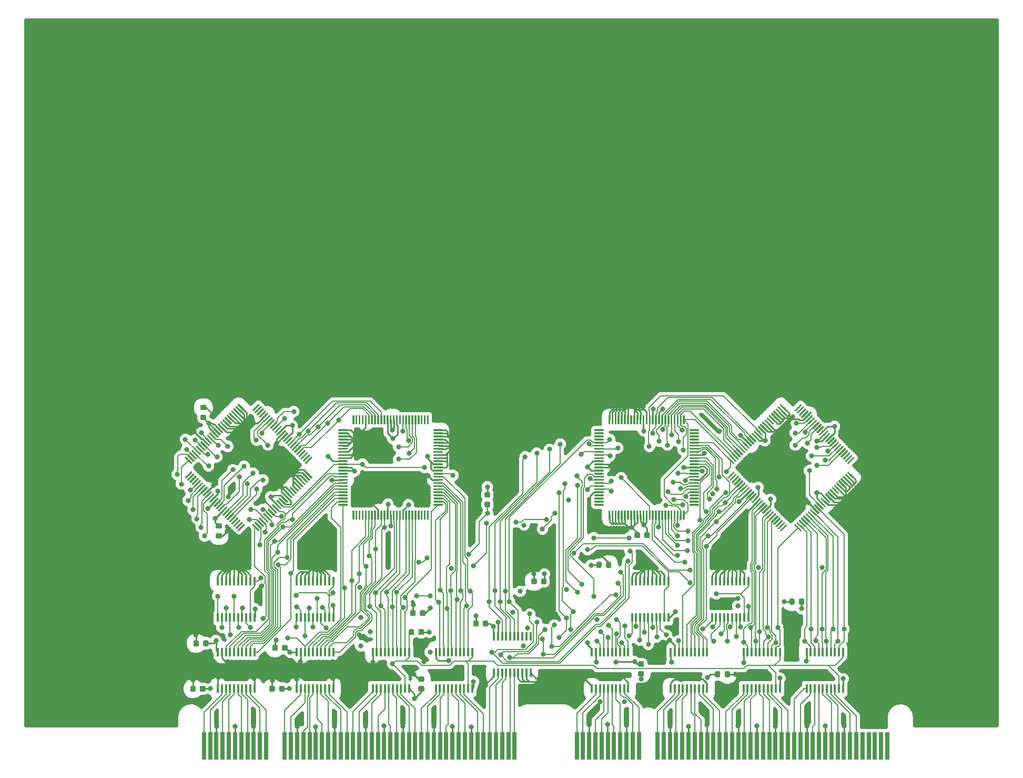
<source format=gbr>
G04 #@! TF.GenerationSoftware,KiCad,Pcbnew,(5.0.1)-4*
G04 #@! TF.CreationDate,2018-12-21T16:55:27-08:00*
G04 #@! TF.ProjectId,ram-based-register-card,72616D2D62617365642D726567697374,rev?*
G04 #@! TF.SameCoordinates,Original*
G04 #@! TF.FileFunction,Copper,L1,Top,Signal*
G04 #@! TF.FilePolarity,Positive*
%FSLAX46Y46*%
G04 Gerber Fmt 4.6, Leading zero omitted, Abs format (unit mm)*
G04 Created by KiCad (PCBNEW (5.0.1)-4) date 12/21/2018 4:55:27 PM*
%MOMM*%
%LPD*%
G01*
G04 APERTURE LIST*
G04 #@! TA.AperFunction,Conductor*
%ADD10C,0.100000*%
G04 #@! TD*
G04 #@! TA.AperFunction,SMDPad,CuDef*
%ADD11C,0.300000*%
G04 #@! TD*
G04 #@! TA.AperFunction,ConnectorPad*
%ADD12R,0.700000X4.400000*%
G04 #@! TD*
G04 #@! TA.AperFunction,SMDPad,CuDef*
%ADD13C,0.875000*%
G04 #@! TD*
G04 #@! TA.AperFunction,SMDPad,CuDef*
%ADD14R,0.450000X1.450000*%
G04 #@! TD*
G04 #@! TA.AperFunction,ViaPad*
%ADD15C,0.800000*%
G04 #@! TD*
G04 #@! TA.AperFunction,Conductor*
%ADD16C,0.254000*%
G04 #@! TD*
G04 #@! TA.AperFunction,Conductor*
%ADD17C,0.152400*%
G04 #@! TD*
G04 #@! TA.AperFunction,Conductor*
%ADD18C,0.178000*%
G04 #@! TD*
G04 #@! TA.AperFunction,Conductor*
%ADD19C,0.508000*%
G04 #@! TD*
G04 APERTURE END LIST*
D10*
G04 #@! TO.N,/rd[22]'*
G04 #@! TO.C,U1*
G36*
X116547351Y-108677861D02*
X116554632Y-108678941D01*
X116561771Y-108680729D01*
X116568701Y-108683209D01*
X116575355Y-108686356D01*
X116581668Y-108690140D01*
X116587579Y-108694524D01*
X116593033Y-108699467D01*
X116597976Y-108704921D01*
X116602360Y-108710832D01*
X116606144Y-108717145D01*
X116609291Y-108723799D01*
X116611771Y-108730729D01*
X116613559Y-108737868D01*
X116614639Y-108745149D01*
X116615000Y-108752500D01*
X116615000Y-108902500D01*
X116614639Y-108909851D01*
X116613559Y-108917132D01*
X116611771Y-108924271D01*
X116609291Y-108931201D01*
X116606144Y-108937855D01*
X116602360Y-108944168D01*
X116597976Y-108950079D01*
X116593033Y-108955533D01*
X116587579Y-108960476D01*
X116581668Y-108964860D01*
X116575355Y-108968644D01*
X116568701Y-108971791D01*
X116561771Y-108974271D01*
X116554632Y-108976059D01*
X116547351Y-108977139D01*
X116540000Y-108977500D01*
X115215000Y-108977500D01*
X115207649Y-108977139D01*
X115200368Y-108976059D01*
X115193229Y-108974271D01*
X115186299Y-108971791D01*
X115179645Y-108968644D01*
X115173332Y-108964860D01*
X115167421Y-108960476D01*
X115161967Y-108955533D01*
X115157024Y-108950079D01*
X115152640Y-108944168D01*
X115148856Y-108937855D01*
X115145709Y-108931201D01*
X115143229Y-108924271D01*
X115141441Y-108917132D01*
X115140361Y-108909851D01*
X115140000Y-108902500D01*
X115140000Y-108752500D01*
X115140361Y-108745149D01*
X115141441Y-108737868D01*
X115143229Y-108730729D01*
X115145709Y-108723799D01*
X115148856Y-108717145D01*
X115152640Y-108710832D01*
X115157024Y-108704921D01*
X115161967Y-108699467D01*
X115167421Y-108694524D01*
X115173332Y-108690140D01*
X115179645Y-108686356D01*
X115186299Y-108683209D01*
X115193229Y-108680729D01*
X115200368Y-108678941D01*
X115207649Y-108677861D01*
X115215000Y-108677500D01*
X116540000Y-108677500D01*
X116547351Y-108677861D01*
X116547351Y-108677861D01*
G37*
D11*
G04 #@! TD*
G04 #@! TO.P,U1,100*
G04 #@! TO.N,/rd[22]'*
X115877500Y-108827500D03*
D10*
G04 #@! TO.N,/rd[23]'*
G04 #@! TO.C,U1*
G36*
X116547351Y-108177861D02*
X116554632Y-108178941D01*
X116561771Y-108180729D01*
X116568701Y-108183209D01*
X116575355Y-108186356D01*
X116581668Y-108190140D01*
X116587579Y-108194524D01*
X116593033Y-108199467D01*
X116597976Y-108204921D01*
X116602360Y-108210832D01*
X116606144Y-108217145D01*
X116609291Y-108223799D01*
X116611771Y-108230729D01*
X116613559Y-108237868D01*
X116614639Y-108245149D01*
X116615000Y-108252500D01*
X116615000Y-108402500D01*
X116614639Y-108409851D01*
X116613559Y-108417132D01*
X116611771Y-108424271D01*
X116609291Y-108431201D01*
X116606144Y-108437855D01*
X116602360Y-108444168D01*
X116597976Y-108450079D01*
X116593033Y-108455533D01*
X116587579Y-108460476D01*
X116581668Y-108464860D01*
X116575355Y-108468644D01*
X116568701Y-108471791D01*
X116561771Y-108474271D01*
X116554632Y-108476059D01*
X116547351Y-108477139D01*
X116540000Y-108477500D01*
X115215000Y-108477500D01*
X115207649Y-108477139D01*
X115200368Y-108476059D01*
X115193229Y-108474271D01*
X115186299Y-108471791D01*
X115179645Y-108468644D01*
X115173332Y-108464860D01*
X115167421Y-108460476D01*
X115161967Y-108455533D01*
X115157024Y-108450079D01*
X115152640Y-108444168D01*
X115148856Y-108437855D01*
X115145709Y-108431201D01*
X115143229Y-108424271D01*
X115141441Y-108417132D01*
X115140361Y-108409851D01*
X115140000Y-108402500D01*
X115140000Y-108252500D01*
X115140361Y-108245149D01*
X115141441Y-108237868D01*
X115143229Y-108230729D01*
X115145709Y-108223799D01*
X115148856Y-108217145D01*
X115152640Y-108210832D01*
X115157024Y-108204921D01*
X115161967Y-108199467D01*
X115167421Y-108194524D01*
X115173332Y-108190140D01*
X115179645Y-108186356D01*
X115186299Y-108183209D01*
X115193229Y-108180729D01*
X115200368Y-108178941D01*
X115207649Y-108177861D01*
X115215000Y-108177500D01*
X116540000Y-108177500D01*
X116547351Y-108177861D01*
X116547351Y-108177861D01*
G37*
D11*
G04 #@! TD*
G04 #@! TO.P,U1,99*
G04 #@! TO.N,/rd[23]'*
X115877500Y-108327500D03*
D10*
G04 #@! TO.N,/rd[24]'*
G04 #@! TO.C,U1*
G36*
X116547351Y-107677861D02*
X116554632Y-107678941D01*
X116561771Y-107680729D01*
X116568701Y-107683209D01*
X116575355Y-107686356D01*
X116581668Y-107690140D01*
X116587579Y-107694524D01*
X116593033Y-107699467D01*
X116597976Y-107704921D01*
X116602360Y-107710832D01*
X116606144Y-107717145D01*
X116609291Y-107723799D01*
X116611771Y-107730729D01*
X116613559Y-107737868D01*
X116614639Y-107745149D01*
X116615000Y-107752500D01*
X116615000Y-107902500D01*
X116614639Y-107909851D01*
X116613559Y-107917132D01*
X116611771Y-107924271D01*
X116609291Y-107931201D01*
X116606144Y-107937855D01*
X116602360Y-107944168D01*
X116597976Y-107950079D01*
X116593033Y-107955533D01*
X116587579Y-107960476D01*
X116581668Y-107964860D01*
X116575355Y-107968644D01*
X116568701Y-107971791D01*
X116561771Y-107974271D01*
X116554632Y-107976059D01*
X116547351Y-107977139D01*
X116540000Y-107977500D01*
X115215000Y-107977500D01*
X115207649Y-107977139D01*
X115200368Y-107976059D01*
X115193229Y-107974271D01*
X115186299Y-107971791D01*
X115179645Y-107968644D01*
X115173332Y-107964860D01*
X115167421Y-107960476D01*
X115161967Y-107955533D01*
X115157024Y-107950079D01*
X115152640Y-107944168D01*
X115148856Y-107937855D01*
X115145709Y-107931201D01*
X115143229Y-107924271D01*
X115141441Y-107917132D01*
X115140361Y-107909851D01*
X115140000Y-107902500D01*
X115140000Y-107752500D01*
X115140361Y-107745149D01*
X115141441Y-107737868D01*
X115143229Y-107730729D01*
X115145709Y-107723799D01*
X115148856Y-107717145D01*
X115152640Y-107710832D01*
X115157024Y-107704921D01*
X115161967Y-107699467D01*
X115167421Y-107694524D01*
X115173332Y-107690140D01*
X115179645Y-107686356D01*
X115186299Y-107683209D01*
X115193229Y-107680729D01*
X115200368Y-107678941D01*
X115207649Y-107677861D01*
X115215000Y-107677500D01*
X116540000Y-107677500D01*
X116547351Y-107677861D01*
X116547351Y-107677861D01*
G37*
D11*
G04 #@! TD*
G04 #@! TO.P,U1,98*
G04 #@! TO.N,/rd[24]'*
X115877500Y-107827500D03*
D10*
G04 #@! TO.N,/rd[25]'*
G04 #@! TO.C,U1*
G36*
X116547351Y-107177861D02*
X116554632Y-107178941D01*
X116561771Y-107180729D01*
X116568701Y-107183209D01*
X116575355Y-107186356D01*
X116581668Y-107190140D01*
X116587579Y-107194524D01*
X116593033Y-107199467D01*
X116597976Y-107204921D01*
X116602360Y-107210832D01*
X116606144Y-107217145D01*
X116609291Y-107223799D01*
X116611771Y-107230729D01*
X116613559Y-107237868D01*
X116614639Y-107245149D01*
X116615000Y-107252500D01*
X116615000Y-107402500D01*
X116614639Y-107409851D01*
X116613559Y-107417132D01*
X116611771Y-107424271D01*
X116609291Y-107431201D01*
X116606144Y-107437855D01*
X116602360Y-107444168D01*
X116597976Y-107450079D01*
X116593033Y-107455533D01*
X116587579Y-107460476D01*
X116581668Y-107464860D01*
X116575355Y-107468644D01*
X116568701Y-107471791D01*
X116561771Y-107474271D01*
X116554632Y-107476059D01*
X116547351Y-107477139D01*
X116540000Y-107477500D01*
X115215000Y-107477500D01*
X115207649Y-107477139D01*
X115200368Y-107476059D01*
X115193229Y-107474271D01*
X115186299Y-107471791D01*
X115179645Y-107468644D01*
X115173332Y-107464860D01*
X115167421Y-107460476D01*
X115161967Y-107455533D01*
X115157024Y-107450079D01*
X115152640Y-107444168D01*
X115148856Y-107437855D01*
X115145709Y-107431201D01*
X115143229Y-107424271D01*
X115141441Y-107417132D01*
X115140361Y-107409851D01*
X115140000Y-107402500D01*
X115140000Y-107252500D01*
X115140361Y-107245149D01*
X115141441Y-107237868D01*
X115143229Y-107230729D01*
X115145709Y-107223799D01*
X115148856Y-107217145D01*
X115152640Y-107210832D01*
X115157024Y-107204921D01*
X115161967Y-107199467D01*
X115167421Y-107194524D01*
X115173332Y-107190140D01*
X115179645Y-107186356D01*
X115186299Y-107183209D01*
X115193229Y-107180729D01*
X115200368Y-107178941D01*
X115207649Y-107177861D01*
X115215000Y-107177500D01*
X116540000Y-107177500D01*
X116547351Y-107177861D01*
X116547351Y-107177861D01*
G37*
D11*
G04 #@! TD*
G04 #@! TO.P,U1,97*
G04 #@! TO.N,/rd[25]'*
X115877500Y-107327500D03*
D10*
G04 #@! TO.N,/rd[26]'*
G04 #@! TO.C,U1*
G36*
X116547351Y-106677861D02*
X116554632Y-106678941D01*
X116561771Y-106680729D01*
X116568701Y-106683209D01*
X116575355Y-106686356D01*
X116581668Y-106690140D01*
X116587579Y-106694524D01*
X116593033Y-106699467D01*
X116597976Y-106704921D01*
X116602360Y-106710832D01*
X116606144Y-106717145D01*
X116609291Y-106723799D01*
X116611771Y-106730729D01*
X116613559Y-106737868D01*
X116614639Y-106745149D01*
X116615000Y-106752500D01*
X116615000Y-106902500D01*
X116614639Y-106909851D01*
X116613559Y-106917132D01*
X116611771Y-106924271D01*
X116609291Y-106931201D01*
X116606144Y-106937855D01*
X116602360Y-106944168D01*
X116597976Y-106950079D01*
X116593033Y-106955533D01*
X116587579Y-106960476D01*
X116581668Y-106964860D01*
X116575355Y-106968644D01*
X116568701Y-106971791D01*
X116561771Y-106974271D01*
X116554632Y-106976059D01*
X116547351Y-106977139D01*
X116540000Y-106977500D01*
X115215000Y-106977500D01*
X115207649Y-106977139D01*
X115200368Y-106976059D01*
X115193229Y-106974271D01*
X115186299Y-106971791D01*
X115179645Y-106968644D01*
X115173332Y-106964860D01*
X115167421Y-106960476D01*
X115161967Y-106955533D01*
X115157024Y-106950079D01*
X115152640Y-106944168D01*
X115148856Y-106937855D01*
X115145709Y-106931201D01*
X115143229Y-106924271D01*
X115141441Y-106917132D01*
X115140361Y-106909851D01*
X115140000Y-106902500D01*
X115140000Y-106752500D01*
X115140361Y-106745149D01*
X115141441Y-106737868D01*
X115143229Y-106730729D01*
X115145709Y-106723799D01*
X115148856Y-106717145D01*
X115152640Y-106710832D01*
X115157024Y-106704921D01*
X115161967Y-106699467D01*
X115167421Y-106694524D01*
X115173332Y-106690140D01*
X115179645Y-106686356D01*
X115186299Y-106683209D01*
X115193229Y-106680729D01*
X115200368Y-106678941D01*
X115207649Y-106677861D01*
X115215000Y-106677500D01*
X116540000Y-106677500D01*
X116547351Y-106677861D01*
X116547351Y-106677861D01*
G37*
D11*
G04 #@! TD*
G04 #@! TO.P,U1,96*
G04 #@! TO.N,/rd[26]'*
X115877500Y-106827500D03*
D10*
G04 #@! TO.N,/rd[27]'*
G04 #@! TO.C,U1*
G36*
X116547351Y-106177861D02*
X116554632Y-106178941D01*
X116561771Y-106180729D01*
X116568701Y-106183209D01*
X116575355Y-106186356D01*
X116581668Y-106190140D01*
X116587579Y-106194524D01*
X116593033Y-106199467D01*
X116597976Y-106204921D01*
X116602360Y-106210832D01*
X116606144Y-106217145D01*
X116609291Y-106223799D01*
X116611771Y-106230729D01*
X116613559Y-106237868D01*
X116614639Y-106245149D01*
X116615000Y-106252500D01*
X116615000Y-106402500D01*
X116614639Y-106409851D01*
X116613559Y-106417132D01*
X116611771Y-106424271D01*
X116609291Y-106431201D01*
X116606144Y-106437855D01*
X116602360Y-106444168D01*
X116597976Y-106450079D01*
X116593033Y-106455533D01*
X116587579Y-106460476D01*
X116581668Y-106464860D01*
X116575355Y-106468644D01*
X116568701Y-106471791D01*
X116561771Y-106474271D01*
X116554632Y-106476059D01*
X116547351Y-106477139D01*
X116540000Y-106477500D01*
X115215000Y-106477500D01*
X115207649Y-106477139D01*
X115200368Y-106476059D01*
X115193229Y-106474271D01*
X115186299Y-106471791D01*
X115179645Y-106468644D01*
X115173332Y-106464860D01*
X115167421Y-106460476D01*
X115161967Y-106455533D01*
X115157024Y-106450079D01*
X115152640Y-106444168D01*
X115148856Y-106437855D01*
X115145709Y-106431201D01*
X115143229Y-106424271D01*
X115141441Y-106417132D01*
X115140361Y-106409851D01*
X115140000Y-106402500D01*
X115140000Y-106252500D01*
X115140361Y-106245149D01*
X115141441Y-106237868D01*
X115143229Y-106230729D01*
X115145709Y-106223799D01*
X115148856Y-106217145D01*
X115152640Y-106210832D01*
X115157024Y-106204921D01*
X115161967Y-106199467D01*
X115167421Y-106194524D01*
X115173332Y-106190140D01*
X115179645Y-106186356D01*
X115186299Y-106183209D01*
X115193229Y-106180729D01*
X115200368Y-106178941D01*
X115207649Y-106177861D01*
X115215000Y-106177500D01*
X116540000Y-106177500D01*
X116547351Y-106177861D01*
X116547351Y-106177861D01*
G37*
D11*
G04 #@! TD*
G04 #@! TO.P,U1,95*
G04 #@! TO.N,/rd[27]'*
X115877500Y-106327500D03*
D10*
G04 #@! TO.N,/rd[28]'*
G04 #@! TO.C,U1*
G36*
X116547351Y-105677861D02*
X116554632Y-105678941D01*
X116561771Y-105680729D01*
X116568701Y-105683209D01*
X116575355Y-105686356D01*
X116581668Y-105690140D01*
X116587579Y-105694524D01*
X116593033Y-105699467D01*
X116597976Y-105704921D01*
X116602360Y-105710832D01*
X116606144Y-105717145D01*
X116609291Y-105723799D01*
X116611771Y-105730729D01*
X116613559Y-105737868D01*
X116614639Y-105745149D01*
X116615000Y-105752500D01*
X116615000Y-105902500D01*
X116614639Y-105909851D01*
X116613559Y-105917132D01*
X116611771Y-105924271D01*
X116609291Y-105931201D01*
X116606144Y-105937855D01*
X116602360Y-105944168D01*
X116597976Y-105950079D01*
X116593033Y-105955533D01*
X116587579Y-105960476D01*
X116581668Y-105964860D01*
X116575355Y-105968644D01*
X116568701Y-105971791D01*
X116561771Y-105974271D01*
X116554632Y-105976059D01*
X116547351Y-105977139D01*
X116540000Y-105977500D01*
X115215000Y-105977500D01*
X115207649Y-105977139D01*
X115200368Y-105976059D01*
X115193229Y-105974271D01*
X115186299Y-105971791D01*
X115179645Y-105968644D01*
X115173332Y-105964860D01*
X115167421Y-105960476D01*
X115161967Y-105955533D01*
X115157024Y-105950079D01*
X115152640Y-105944168D01*
X115148856Y-105937855D01*
X115145709Y-105931201D01*
X115143229Y-105924271D01*
X115141441Y-105917132D01*
X115140361Y-105909851D01*
X115140000Y-105902500D01*
X115140000Y-105752500D01*
X115140361Y-105745149D01*
X115141441Y-105737868D01*
X115143229Y-105730729D01*
X115145709Y-105723799D01*
X115148856Y-105717145D01*
X115152640Y-105710832D01*
X115157024Y-105704921D01*
X115161967Y-105699467D01*
X115167421Y-105694524D01*
X115173332Y-105690140D01*
X115179645Y-105686356D01*
X115186299Y-105683209D01*
X115193229Y-105680729D01*
X115200368Y-105678941D01*
X115207649Y-105677861D01*
X115215000Y-105677500D01*
X116540000Y-105677500D01*
X116547351Y-105677861D01*
X116547351Y-105677861D01*
G37*
D11*
G04 #@! TD*
G04 #@! TO.P,U1,94*
G04 #@! TO.N,/rd[28]'*
X115877500Y-105827500D03*
D10*
G04 #@! TO.N,/rd[29]'*
G04 #@! TO.C,U1*
G36*
X116547351Y-105177861D02*
X116554632Y-105178941D01*
X116561771Y-105180729D01*
X116568701Y-105183209D01*
X116575355Y-105186356D01*
X116581668Y-105190140D01*
X116587579Y-105194524D01*
X116593033Y-105199467D01*
X116597976Y-105204921D01*
X116602360Y-105210832D01*
X116606144Y-105217145D01*
X116609291Y-105223799D01*
X116611771Y-105230729D01*
X116613559Y-105237868D01*
X116614639Y-105245149D01*
X116615000Y-105252500D01*
X116615000Y-105402500D01*
X116614639Y-105409851D01*
X116613559Y-105417132D01*
X116611771Y-105424271D01*
X116609291Y-105431201D01*
X116606144Y-105437855D01*
X116602360Y-105444168D01*
X116597976Y-105450079D01*
X116593033Y-105455533D01*
X116587579Y-105460476D01*
X116581668Y-105464860D01*
X116575355Y-105468644D01*
X116568701Y-105471791D01*
X116561771Y-105474271D01*
X116554632Y-105476059D01*
X116547351Y-105477139D01*
X116540000Y-105477500D01*
X115215000Y-105477500D01*
X115207649Y-105477139D01*
X115200368Y-105476059D01*
X115193229Y-105474271D01*
X115186299Y-105471791D01*
X115179645Y-105468644D01*
X115173332Y-105464860D01*
X115167421Y-105460476D01*
X115161967Y-105455533D01*
X115157024Y-105450079D01*
X115152640Y-105444168D01*
X115148856Y-105437855D01*
X115145709Y-105431201D01*
X115143229Y-105424271D01*
X115141441Y-105417132D01*
X115140361Y-105409851D01*
X115140000Y-105402500D01*
X115140000Y-105252500D01*
X115140361Y-105245149D01*
X115141441Y-105237868D01*
X115143229Y-105230729D01*
X115145709Y-105223799D01*
X115148856Y-105217145D01*
X115152640Y-105210832D01*
X115157024Y-105204921D01*
X115161967Y-105199467D01*
X115167421Y-105194524D01*
X115173332Y-105190140D01*
X115179645Y-105186356D01*
X115186299Y-105183209D01*
X115193229Y-105180729D01*
X115200368Y-105178941D01*
X115207649Y-105177861D01*
X115215000Y-105177500D01*
X116540000Y-105177500D01*
X116547351Y-105177861D01*
X116547351Y-105177861D01*
G37*
D11*
G04 #@! TD*
G04 #@! TO.P,U1,93*
G04 #@! TO.N,/rd[29]'*
X115877500Y-105327500D03*
D10*
G04 #@! TO.N,GND*
G04 #@! TO.C,U1*
G36*
X116547351Y-104677861D02*
X116554632Y-104678941D01*
X116561771Y-104680729D01*
X116568701Y-104683209D01*
X116575355Y-104686356D01*
X116581668Y-104690140D01*
X116587579Y-104694524D01*
X116593033Y-104699467D01*
X116597976Y-104704921D01*
X116602360Y-104710832D01*
X116606144Y-104717145D01*
X116609291Y-104723799D01*
X116611771Y-104730729D01*
X116613559Y-104737868D01*
X116614639Y-104745149D01*
X116615000Y-104752500D01*
X116615000Y-104902500D01*
X116614639Y-104909851D01*
X116613559Y-104917132D01*
X116611771Y-104924271D01*
X116609291Y-104931201D01*
X116606144Y-104937855D01*
X116602360Y-104944168D01*
X116597976Y-104950079D01*
X116593033Y-104955533D01*
X116587579Y-104960476D01*
X116581668Y-104964860D01*
X116575355Y-104968644D01*
X116568701Y-104971791D01*
X116561771Y-104974271D01*
X116554632Y-104976059D01*
X116547351Y-104977139D01*
X116540000Y-104977500D01*
X115215000Y-104977500D01*
X115207649Y-104977139D01*
X115200368Y-104976059D01*
X115193229Y-104974271D01*
X115186299Y-104971791D01*
X115179645Y-104968644D01*
X115173332Y-104964860D01*
X115167421Y-104960476D01*
X115161967Y-104955533D01*
X115157024Y-104950079D01*
X115152640Y-104944168D01*
X115148856Y-104937855D01*
X115145709Y-104931201D01*
X115143229Y-104924271D01*
X115141441Y-104917132D01*
X115140361Y-104909851D01*
X115140000Y-104902500D01*
X115140000Y-104752500D01*
X115140361Y-104745149D01*
X115141441Y-104737868D01*
X115143229Y-104730729D01*
X115145709Y-104723799D01*
X115148856Y-104717145D01*
X115152640Y-104710832D01*
X115157024Y-104704921D01*
X115161967Y-104699467D01*
X115167421Y-104694524D01*
X115173332Y-104690140D01*
X115179645Y-104686356D01*
X115186299Y-104683209D01*
X115193229Y-104680729D01*
X115200368Y-104678941D01*
X115207649Y-104677861D01*
X115215000Y-104677500D01*
X116540000Y-104677500D01*
X116547351Y-104677861D01*
X116547351Y-104677861D01*
G37*
D11*
G04 #@! TD*
G04 #@! TO.P,U1,92*
G04 #@! TO.N,GND*
X115877500Y-104827500D03*
D10*
G04 #@! TO.N,/rd[30]'*
G04 #@! TO.C,U1*
G36*
X116547351Y-104177861D02*
X116554632Y-104178941D01*
X116561771Y-104180729D01*
X116568701Y-104183209D01*
X116575355Y-104186356D01*
X116581668Y-104190140D01*
X116587579Y-104194524D01*
X116593033Y-104199467D01*
X116597976Y-104204921D01*
X116602360Y-104210832D01*
X116606144Y-104217145D01*
X116609291Y-104223799D01*
X116611771Y-104230729D01*
X116613559Y-104237868D01*
X116614639Y-104245149D01*
X116615000Y-104252500D01*
X116615000Y-104402500D01*
X116614639Y-104409851D01*
X116613559Y-104417132D01*
X116611771Y-104424271D01*
X116609291Y-104431201D01*
X116606144Y-104437855D01*
X116602360Y-104444168D01*
X116597976Y-104450079D01*
X116593033Y-104455533D01*
X116587579Y-104460476D01*
X116581668Y-104464860D01*
X116575355Y-104468644D01*
X116568701Y-104471791D01*
X116561771Y-104474271D01*
X116554632Y-104476059D01*
X116547351Y-104477139D01*
X116540000Y-104477500D01*
X115215000Y-104477500D01*
X115207649Y-104477139D01*
X115200368Y-104476059D01*
X115193229Y-104474271D01*
X115186299Y-104471791D01*
X115179645Y-104468644D01*
X115173332Y-104464860D01*
X115167421Y-104460476D01*
X115161967Y-104455533D01*
X115157024Y-104450079D01*
X115152640Y-104444168D01*
X115148856Y-104437855D01*
X115145709Y-104431201D01*
X115143229Y-104424271D01*
X115141441Y-104417132D01*
X115140361Y-104409851D01*
X115140000Y-104402500D01*
X115140000Y-104252500D01*
X115140361Y-104245149D01*
X115141441Y-104237868D01*
X115143229Y-104230729D01*
X115145709Y-104223799D01*
X115148856Y-104217145D01*
X115152640Y-104210832D01*
X115157024Y-104204921D01*
X115161967Y-104199467D01*
X115167421Y-104194524D01*
X115173332Y-104190140D01*
X115179645Y-104186356D01*
X115186299Y-104183209D01*
X115193229Y-104180729D01*
X115200368Y-104178941D01*
X115207649Y-104177861D01*
X115215000Y-104177500D01*
X116540000Y-104177500D01*
X116547351Y-104177861D01*
X116547351Y-104177861D01*
G37*
D11*
G04 #@! TD*
G04 #@! TO.P,U1,91*
G04 #@! TO.N,/rd[30]'*
X115877500Y-104327500D03*
D10*
G04 #@! TO.N,/rd[31]'*
G04 #@! TO.C,U1*
G36*
X116547351Y-103677861D02*
X116554632Y-103678941D01*
X116561771Y-103680729D01*
X116568701Y-103683209D01*
X116575355Y-103686356D01*
X116581668Y-103690140D01*
X116587579Y-103694524D01*
X116593033Y-103699467D01*
X116597976Y-103704921D01*
X116602360Y-103710832D01*
X116606144Y-103717145D01*
X116609291Y-103723799D01*
X116611771Y-103730729D01*
X116613559Y-103737868D01*
X116614639Y-103745149D01*
X116615000Y-103752500D01*
X116615000Y-103902500D01*
X116614639Y-103909851D01*
X116613559Y-103917132D01*
X116611771Y-103924271D01*
X116609291Y-103931201D01*
X116606144Y-103937855D01*
X116602360Y-103944168D01*
X116597976Y-103950079D01*
X116593033Y-103955533D01*
X116587579Y-103960476D01*
X116581668Y-103964860D01*
X116575355Y-103968644D01*
X116568701Y-103971791D01*
X116561771Y-103974271D01*
X116554632Y-103976059D01*
X116547351Y-103977139D01*
X116540000Y-103977500D01*
X115215000Y-103977500D01*
X115207649Y-103977139D01*
X115200368Y-103976059D01*
X115193229Y-103974271D01*
X115186299Y-103971791D01*
X115179645Y-103968644D01*
X115173332Y-103964860D01*
X115167421Y-103960476D01*
X115161967Y-103955533D01*
X115157024Y-103950079D01*
X115152640Y-103944168D01*
X115148856Y-103937855D01*
X115145709Y-103931201D01*
X115143229Y-103924271D01*
X115141441Y-103917132D01*
X115140361Y-103909851D01*
X115140000Y-103902500D01*
X115140000Y-103752500D01*
X115140361Y-103745149D01*
X115141441Y-103737868D01*
X115143229Y-103730729D01*
X115145709Y-103723799D01*
X115148856Y-103717145D01*
X115152640Y-103710832D01*
X115157024Y-103704921D01*
X115161967Y-103699467D01*
X115167421Y-103694524D01*
X115173332Y-103690140D01*
X115179645Y-103686356D01*
X115186299Y-103683209D01*
X115193229Y-103680729D01*
X115200368Y-103678941D01*
X115207649Y-103677861D01*
X115215000Y-103677500D01*
X116540000Y-103677500D01*
X116547351Y-103677861D01*
X116547351Y-103677861D01*
G37*
D11*
G04 #@! TD*
G04 #@! TO.P,U1,90*
G04 #@! TO.N,/rd[31]'*
X115877500Y-103827500D03*
D10*
G04 #@! TO.N,VCC*
G04 #@! TO.C,U1*
G36*
X116547351Y-103177861D02*
X116554632Y-103178941D01*
X116561771Y-103180729D01*
X116568701Y-103183209D01*
X116575355Y-103186356D01*
X116581668Y-103190140D01*
X116587579Y-103194524D01*
X116593033Y-103199467D01*
X116597976Y-103204921D01*
X116602360Y-103210832D01*
X116606144Y-103217145D01*
X116609291Y-103223799D01*
X116611771Y-103230729D01*
X116613559Y-103237868D01*
X116614639Y-103245149D01*
X116615000Y-103252500D01*
X116615000Y-103402500D01*
X116614639Y-103409851D01*
X116613559Y-103417132D01*
X116611771Y-103424271D01*
X116609291Y-103431201D01*
X116606144Y-103437855D01*
X116602360Y-103444168D01*
X116597976Y-103450079D01*
X116593033Y-103455533D01*
X116587579Y-103460476D01*
X116581668Y-103464860D01*
X116575355Y-103468644D01*
X116568701Y-103471791D01*
X116561771Y-103474271D01*
X116554632Y-103476059D01*
X116547351Y-103477139D01*
X116540000Y-103477500D01*
X115215000Y-103477500D01*
X115207649Y-103477139D01*
X115200368Y-103476059D01*
X115193229Y-103474271D01*
X115186299Y-103471791D01*
X115179645Y-103468644D01*
X115173332Y-103464860D01*
X115167421Y-103460476D01*
X115161967Y-103455533D01*
X115157024Y-103450079D01*
X115152640Y-103444168D01*
X115148856Y-103437855D01*
X115145709Y-103431201D01*
X115143229Y-103424271D01*
X115141441Y-103417132D01*
X115140361Y-103409851D01*
X115140000Y-103402500D01*
X115140000Y-103252500D01*
X115140361Y-103245149D01*
X115141441Y-103237868D01*
X115143229Y-103230729D01*
X115145709Y-103223799D01*
X115148856Y-103217145D01*
X115152640Y-103210832D01*
X115157024Y-103204921D01*
X115161967Y-103199467D01*
X115167421Y-103194524D01*
X115173332Y-103190140D01*
X115179645Y-103186356D01*
X115186299Y-103183209D01*
X115193229Y-103180729D01*
X115200368Y-103178941D01*
X115207649Y-103177861D01*
X115215000Y-103177500D01*
X116540000Y-103177500D01*
X116547351Y-103177861D01*
X116547351Y-103177861D01*
G37*
D11*
G04 #@! TD*
G04 #@! TO.P,U1,89*
G04 #@! TO.N,VCC*
X115877500Y-103327500D03*
D10*
G04 #@! TO.N,VCC*
G04 #@! TO.C,U1*
G36*
X116547351Y-102677861D02*
X116554632Y-102678941D01*
X116561771Y-102680729D01*
X116568701Y-102683209D01*
X116575355Y-102686356D01*
X116581668Y-102690140D01*
X116587579Y-102694524D01*
X116593033Y-102699467D01*
X116597976Y-102704921D01*
X116602360Y-102710832D01*
X116606144Y-102717145D01*
X116609291Y-102723799D01*
X116611771Y-102730729D01*
X116613559Y-102737868D01*
X116614639Y-102745149D01*
X116615000Y-102752500D01*
X116615000Y-102902500D01*
X116614639Y-102909851D01*
X116613559Y-102917132D01*
X116611771Y-102924271D01*
X116609291Y-102931201D01*
X116606144Y-102937855D01*
X116602360Y-102944168D01*
X116597976Y-102950079D01*
X116593033Y-102955533D01*
X116587579Y-102960476D01*
X116581668Y-102964860D01*
X116575355Y-102968644D01*
X116568701Y-102971791D01*
X116561771Y-102974271D01*
X116554632Y-102976059D01*
X116547351Y-102977139D01*
X116540000Y-102977500D01*
X115215000Y-102977500D01*
X115207649Y-102977139D01*
X115200368Y-102976059D01*
X115193229Y-102974271D01*
X115186299Y-102971791D01*
X115179645Y-102968644D01*
X115173332Y-102964860D01*
X115167421Y-102960476D01*
X115161967Y-102955533D01*
X115157024Y-102950079D01*
X115152640Y-102944168D01*
X115148856Y-102937855D01*
X115145709Y-102931201D01*
X115143229Y-102924271D01*
X115141441Y-102917132D01*
X115140361Y-102909851D01*
X115140000Y-102902500D01*
X115140000Y-102752500D01*
X115140361Y-102745149D01*
X115141441Y-102737868D01*
X115143229Y-102730729D01*
X115145709Y-102723799D01*
X115148856Y-102717145D01*
X115152640Y-102710832D01*
X115157024Y-102704921D01*
X115161967Y-102699467D01*
X115167421Y-102694524D01*
X115173332Y-102690140D01*
X115179645Y-102686356D01*
X115186299Y-102683209D01*
X115193229Y-102680729D01*
X115200368Y-102678941D01*
X115207649Y-102677861D01*
X115215000Y-102677500D01*
X116540000Y-102677500D01*
X116547351Y-102677861D01*
X116547351Y-102677861D01*
G37*
D11*
G04 #@! TD*
G04 #@! TO.P,U1,88*
G04 #@! TO.N,VCC*
X115877500Y-102827500D03*
D10*
G04 #@! TO.N,/~rd_wr~'*
G04 #@! TO.C,U1*
G36*
X116547351Y-102177861D02*
X116554632Y-102178941D01*
X116561771Y-102180729D01*
X116568701Y-102183209D01*
X116575355Y-102186356D01*
X116581668Y-102190140D01*
X116587579Y-102194524D01*
X116593033Y-102199467D01*
X116597976Y-102204921D01*
X116602360Y-102210832D01*
X116606144Y-102217145D01*
X116609291Y-102223799D01*
X116611771Y-102230729D01*
X116613559Y-102237868D01*
X116614639Y-102245149D01*
X116615000Y-102252500D01*
X116615000Y-102402500D01*
X116614639Y-102409851D01*
X116613559Y-102417132D01*
X116611771Y-102424271D01*
X116609291Y-102431201D01*
X116606144Y-102437855D01*
X116602360Y-102444168D01*
X116597976Y-102450079D01*
X116593033Y-102455533D01*
X116587579Y-102460476D01*
X116581668Y-102464860D01*
X116575355Y-102468644D01*
X116568701Y-102471791D01*
X116561771Y-102474271D01*
X116554632Y-102476059D01*
X116547351Y-102477139D01*
X116540000Y-102477500D01*
X115215000Y-102477500D01*
X115207649Y-102477139D01*
X115200368Y-102476059D01*
X115193229Y-102474271D01*
X115186299Y-102471791D01*
X115179645Y-102468644D01*
X115173332Y-102464860D01*
X115167421Y-102460476D01*
X115161967Y-102455533D01*
X115157024Y-102450079D01*
X115152640Y-102444168D01*
X115148856Y-102437855D01*
X115145709Y-102431201D01*
X115143229Y-102424271D01*
X115141441Y-102417132D01*
X115140361Y-102409851D01*
X115140000Y-102402500D01*
X115140000Y-102252500D01*
X115140361Y-102245149D01*
X115141441Y-102237868D01*
X115143229Y-102230729D01*
X115145709Y-102223799D01*
X115148856Y-102217145D01*
X115152640Y-102210832D01*
X115157024Y-102204921D01*
X115161967Y-102199467D01*
X115167421Y-102194524D01*
X115173332Y-102190140D01*
X115179645Y-102186356D01*
X115186299Y-102183209D01*
X115193229Y-102180729D01*
X115200368Y-102178941D01*
X115207649Y-102177861D01*
X115215000Y-102177500D01*
X116540000Y-102177500D01*
X116547351Y-102177861D01*
X116547351Y-102177861D01*
G37*
D11*
G04 #@! TD*
G04 #@! TO.P,U1,87*
G04 #@! TO.N,/~rd_wr~'*
X115877500Y-102327500D03*
D10*
G04 #@! TO.N,VCC*
G04 #@! TO.C,U1*
G36*
X116547351Y-101677861D02*
X116554632Y-101678941D01*
X116561771Y-101680729D01*
X116568701Y-101683209D01*
X116575355Y-101686356D01*
X116581668Y-101690140D01*
X116587579Y-101694524D01*
X116593033Y-101699467D01*
X116597976Y-101704921D01*
X116602360Y-101710832D01*
X116606144Y-101717145D01*
X116609291Y-101723799D01*
X116611771Y-101730729D01*
X116613559Y-101737868D01*
X116614639Y-101745149D01*
X116615000Y-101752500D01*
X116615000Y-101902500D01*
X116614639Y-101909851D01*
X116613559Y-101917132D01*
X116611771Y-101924271D01*
X116609291Y-101931201D01*
X116606144Y-101937855D01*
X116602360Y-101944168D01*
X116597976Y-101950079D01*
X116593033Y-101955533D01*
X116587579Y-101960476D01*
X116581668Y-101964860D01*
X116575355Y-101968644D01*
X116568701Y-101971791D01*
X116561771Y-101974271D01*
X116554632Y-101976059D01*
X116547351Y-101977139D01*
X116540000Y-101977500D01*
X115215000Y-101977500D01*
X115207649Y-101977139D01*
X115200368Y-101976059D01*
X115193229Y-101974271D01*
X115186299Y-101971791D01*
X115179645Y-101968644D01*
X115173332Y-101964860D01*
X115167421Y-101960476D01*
X115161967Y-101955533D01*
X115157024Y-101950079D01*
X115152640Y-101944168D01*
X115148856Y-101937855D01*
X115145709Y-101931201D01*
X115143229Y-101924271D01*
X115141441Y-101917132D01*
X115140361Y-101909851D01*
X115140000Y-101902500D01*
X115140000Y-101752500D01*
X115140361Y-101745149D01*
X115141441Y-101737868D01*
X115143229Y-101730729D01*
X115145709Y-101723799D01*
X115148856Y-101717145D01*
X115152640Y-101710832D01*
X115157024Y-101704921D01*
X115161967Y-101699467D01*
X115167421Y-101694524D01*
X115173332Y-101690140D01*
X115179645Y-101686356D01*
X115186299Y-101683209D01*
X115193229Y-101680729D01*
X115200368Y-101678941D01*
X115207649Y-101677861D01*
X115215000Y-101677500D01*
X116540000Y-101677500D01*
X116547351Y-101677861D01*
X116547351Y-101677861D01*
G37*
D11*
G04 #@! TD*
G04 #@! TO.P,U1,86*
G04 #@! TO.N,VCC*
X115877500Y-101827500D03*
D10*
G04 #@! TO.N,GND*
G04 #@! TO.C,U1*
G36*
X116547351Y-101177861D02*
X116554632Y-101178941D01*
X116561771Y-101180729D01*
X116568701Y-101183209D01*
X116575355Y-101186356D01*
X116581668Y-101190140D01*
X116587579Y-101194524D01*
X116593033Y-101199467D01*
X116597976Y-101204921D01*
X116602360Y-101210832D01*
X116606144Y-101217145D01*
X116609291Y-101223799D01*
X116611771Y-101230729D01*
X116613559Y-101237868D01*
X116614639Y-101245149D01*
X116615000Y-101252500D01*
X116615000Y-101402500D01*
X116614639Y-101409851D01*
X116613559Y-101417132D01*
X116611771Y-101424271D01*
X116609291Y-101431201D01*
X116606144Y-101437855D01*
X116602360Y-101444168D01*
X116597976Y-101450079D01*
X116593033Y-101455533D01*
X116587579Y-101460476D01*
X116581668Y-101464860D01*
X116575355Y-101468644D01*
X116568701Y-101471791D01*
X116561771Y-101474271D01*
X116554632Y-101476059D01*
X116547351Y-101477139D01*
X116540000Y-101477500D01*
X115215000Y-101477500D01*
X115207649Y-101477139D01*
X115200368Y-101476059D01*
X115193229Y-101474271D01*
X115186299Y-101471791D01*
X115179645Y-101468644D01*
X115173332Y-101464860D01*
X115167421Y-101460476D01*
X115161967Y-101455533D01*
X115157024Y-101450079D01*
X115152640Y-101444168D01*
X115148856Y-101437855D01*
X115145709Y-101431201D01*
X115143229Y-101424271D01*
X115141441Y-101417132D01*
X115140361Y-101409851D01*
X115140000Y-101402500D01*
X115140000Y-101252500D01*
X115140361Y-101245149D01*
X115141441Y-101237868D01*
X115143229Y-101230729D01*
X115145709Y-101223799D01*
X115148856Y-101217145D01*
X115152640Y-101210832D01*
X115157024Y-101204921D01*
X115161967Y-101199467D01*
X115167421Y-101194524D01*
X115173332Y-101190140D01*
X115179645Y-101186356D01*
X115186299Y-101183209D01*
X115193229Y-101180729D01*
X115200368Y-101178941D01*
X115207649Y-101177861D01*
X115215000Y-101177500D01*
X116540000Y-101177500D01*
X116547351Y-101177861D01*
X116547351Y-101177861D01*
G37*
D11*
G04 #@! TD*
G04 #@! TO.P,U1,85*
G04 #@! TO.N,GND*
X115877500Y-101327500D03*
D10*
G04 #@! TO.N,GND*
G04 #@! TO.C,U1*
G36*
X116547351Y-100677861D02*
X116554632Y-100678941D01*
X116561771Y-100680729D01*
X116568701Y-100683209D01*
X116575355Y-100686356D01*
X116581668Y-100690140D01*
X116587579Y-100694524D01*
X116593033Y-100699467D01*
X116597976Y-100704921D01*
X116602360Y-100710832D01*
X116606144Y-100717145D01*
X116609291Y-100723799D01*
X116611771Y-100730729D01*
X116613559Y-100737868D01*
X116614639Y-100745149D01*
X116615000Y-100752500D01*
X116615000Y-100902500D01*
X116614639Y-100909851D01*
X116613559Y-100917132D01*
X116611771Y-100924271D01*
X116609291Y-100931201D01*
X116606144Y-100937855D01*
X116602360Y-100944168D01*
X116597976Y-100950079D01*
X116593033Y-100955533D01*
X116587579Y-100960476D01*
X116581668Y-100964860D01*
X116575355Y-100968644D01*
X116568701Y-100971791D01*
X116561771Y-100974271D01*
X116554632Y-100976059D01*
X116547351Y-100977139D01*
X116540000Y-100977500D01*
X115215000Y-100977500D01*
X115207649Y-100977139D01*
X115200368Y-100976059D01*
X115193229Y-100974271D01*
X115186299Y-100971791D01*
X115179645Y-100968644D01*
X115173332Y-100964860D01*
X115167421Y-100960476D01*
X115161967Y-100955533D01*
X115157024Y-100950079D01*
X115152640Y-100944168D01*
X115148856Y-100937855D01*
X115145709Y-100931201D01*
X115143229Y-100924271D01*
X115141441Y-100917132D01*
X115140361Y-100909851D01*
X115140000Y-100902500D01*
X115140000Y-100752500D01*
X115140361Y-100745149D01*
X115141441Y-100737868D01*
X115143229Y-100730729D01*
X115145709Y-100723799D01*
X115148856Y-100717145D01*
X115152640Y-100710832D01*
X115157024Y-100704921D01*
X115161967Y-100699467D01*
X115167421Y-100694524D01*
X115173332Y-100690140D01*
X115179645Y-100686356D01*
X115186299Y-100683209D01*
X115193229Y-100680729D01*
X115200368Y-100678941D01*
X115207649Y-100677861D01*
X115215000Y-100677500D01*
X116540000Y-100677500D01*
X116547351Y-100677861D01*
X116547351Y-100677861D01*
G37*
D11*
G04 #@! TD*
G04 #@! TO.P,U1,84*
G04 #@! TO.N,GND*
X115877500Y-100827500D03*
D10*
G04 #@! TO.N,GND*
G04 #@! TO.C,U1*
G36*
X116547351Y-100177861D02*
X116554632Y-100178941D01*
X116561771Y-100180729D01*
X116568701Y-100183209D01*
X116575355Y-100186356D01*
X116581668Y-100190140D01*
X116587579Y-100194524D01*
X116593033Y-100199467D01*
X116597976Y-100204921D01*
X116602360Y-100210832D01*
X116606144Y-100217145D01*
X116609291Y-100223799D01*
X116611771Y-100230729D01*
X116613559Y-100237868D01*
X116614639Y-100245149D01*
X116615000Y-100252500D01*
X116615000Y-100402500D01*
X116614639Y-100409851D01*
X116613559Y-100417132D01*
X116611771Y-100424271D01*
X116609291Y-100431201D01*
X116606144Y-100437855D01*
X116602360Y-100444168D01*
X116597976Y-100450079D01*
X116593033Y-100455533D01*
X116587579Y-100460476D01*
X116581668Y-100464860D01*
X116575355Y-100468644D01*
X116568701Y-100471791D01*
X116561771Y-100474271D01*
X116554632Y-100476059D01*
X116547351Y-100477139D01*
X116540000Y-100477500D01*
X115215000Y-100477500D01*
X115207649Y-100477139D01*
X115200368Y-100476059D01*
X115193229Y-100474271D01*
X115186299Y-100471791D01*
X115179645Y-100468644D01*
X115173332Y-100464860D01*
X115167421Y-100460476D01*
X115161967Y-100455533D01*
X115157024Y-100450079D01*
X115152640Y-100444168D01*
X115148856Y-100437855D01*
X115145709Y-100431201D01*
X115143229Y-100424271D01*
X115141441Y-100417132D01*
X115140361Y-100409851D01*
X115140000Y-100402500D01*
X115140000Y-100252500D01*
X115140361Y-100245149D01*
X115141441Y-100237868D01*
X115143229Y-100230729D01*
X115145709Y-100223799D01*
X115148856Y-100217145D01*
X115152640Y-100210832D01*
X115157024Y-100204921D01*
X115161967Y-100199467D01*
X115167421Y-100194524D01*
X115173332Y-100190140D01*
X115179645Y-100186356D01*
X115186299Y-100183209D01*
X115193229Y-100180729D01*
X115200368Y-100178941D01*
X115207649Y-100177861D01*
X115215000Y-100177500D01*
X116540000Y-100177500D01*
X116547351Y-100177861D01*
X116547351Y-100177861D01*
G37*
D11*
G04 #@! TD*
G04 #@! TO.P,U1,83*
G04 #@! TO.N,GND*
X115877500Y-100327500D03*
D10*
G04 #@! TO.N,N/C*
G04 #@! TO.C,U1*
G36*
X116547351Y-99677861D02*
X116554632Y-99678941D01*
X116561771Y-99680729D01*
X116568701Y-99683209D01*
X116575355Y-99686356D01*
X116581668Y-99690140D01*
X116587579Y-99694524D01*
X116593033Y-99699467D01*
X116597976Y-99704921D01*
X116602360Y-99710832D01*
X116606144Y-99717145D01*
X116609291Y-99723799D01*
X116611771Y-99730729D01*
X116613559Y-99737868D01*
X116614639Y-99745149D01*
X116615000Y-99752500D01*
X116615000Y-99902500D01*
X116614639Y-99909851D01*
X116613559Y-99917132D01*
X116611771Y-99924271D01*
X116609291Y-99931201D01*
X116606144Y-99937855D01*
X116602360Y-99944168D01*
X116597976Y-99950079D01*
X116593033Y-99955533D01*
X116587579Y-99960476D01*
X116581668Y-99964860D01*
X116575355Y-99968644D01*
X116568701Y-99971791D01*
X116561771Y-99974271D01*
X116554632Y-99976059D01*
X116547351Y-99977139D01*
X116540000Y-99977500D01*
X115215000Y-99977500D01*
X115207649Y-99977139D01*
X115200368Y-99976059D01*
X115193229Y-99974271D01*
X115186299Y-99971791D01*
X115179645Y-99968644D01*
X115173332Y-99964860D01*
X115167421Y-99960476D01*
X115161967Y-99955533D01*
X115157024Y-99950079D01*
X115152640Y-99944168D01*
X115148856Y-99937855D01*
X115145709Y-99931201D01*
X115143229Y-99924271D01*
X115141441Y-99917132D01*
X115140361Y-99909851D01*
X115140000Y-99902500D01*
X115140000Y-99752500D01*
X115140361Y-99745149D01*
X115141441Y-99737868D01*
X115143229Y-99730729D01*
X115145709Y-99723799D01*
X115148856Y-99717145D01*
X115152640Y-99710832D01*
X115157024Y-99704921D01*
X115161967Y-99699467D01*
X115167421Y-99694524D01*
X115173332Y-99690140D01*
X115179645Y-99686356D01*
X115186299Y-99683209D01*
X115193229Y-99680729D01*
X115200368Y-99678941D01*
X115207649Y-99677861D01*
X115215000Y-99677500D01*
X116540000Y-99677500D01*
X116547351Y-99677861D01*
X116547351Y-99677861D01*
G37*
D11*
G04 #@! TD*
G04 #@! TO.P,U1,82*
G04 #@! TO.N,N/C*
X115877500Y-99827500D03*
D10*
G04 #@! TO.N,GND*
G04 #@! TO.C,U1*
G36*
X116547351Y-99177861D02*
X116554632Y-99178941D01*
X116561771Y-99180729D01*
X116568701Y-99183209D01*
X116575355Y-99186356D01*
X116581668Y-99190140D01*
X116587579Y-99194524D01*
X116593033Y-99199467D01*
X116597976Y-99204921D01*
X116602360Y-99210832D01*
X116606144Y-99217145D01*
X116609291Y-99223799D01*
X116611771Y-99230729D01*
X116613559Y-99237868D01*
X116614639Y-99245149D01*
X116615000Y-99252500D01*
X116615000Y-99402500D01*
X116614639Y-99409851D01*
X116613559Y-99417132D01*
X116611771Y-99424271D01*
X116609291Y-99431201D01*
X116606144Y-99437855D01*
X116602360Y-99444168D01*
X116597976Y-99450079D01*
X116593033Y-99455533D01*
X116587579Y-99460476D01*
X116581668Y-99464860D01*
X116575355Y-99468644D01*
X116568701Y-99471791D01*
X116561771Y-99474271D01*
X116554632Y-99476059D01*
X116547351Y-99477139D01*
X116540000Y-99477500D01*
X115215000Y-99477500D01*
X115207649Y-99477139D01*
X115200368Y-99476059D01*
X115193229Y-99474271D01*
X115186299Y-99471791D01*
X115179645Y-99468644D01*
X115173332Y-99464860D01*
X115167421Y-99460476D01*
X115161967Y-99455533D01*
X115157024Y-99450079D01*
X115152640Y-99444168D01*
X115148856Y-99437855D01*
X115145709Y-99431201D01*
X115143229Y-99424271D01*
X115141441Y-99417132D01*
X115140361Y-99409851D01*
X115140000Y-99402500D01*
X115140000Y-99252500D01*
X115140361Y-99245149D01*
X115141441Y-99237868D01*
X115143229Y-99230729D01*
X115145709Y-99223799D01*
X115148856Y-99217145D01*
X115152640Y-99210832D01*
X115157024Y-99204921D01*
X115161967Y-99199467D01*
X115167421Y-99194524D01*
X115173332Y-99190140D01*
X115179645Y-99186356D01*
X115186299Y-99183209D01*
X115193229Y-99180729D01*
X115200368Y-99178941D01*
X115207649Y-99177861D01*
X115215000Y-99177500D01*
X116540000Y-99177500D01*
X116547351Y-99177861D01*
X116547351Y-99177861D01*
G37*
D11*
G04 #@! TD*
G04 #@! TO.P,U1,81*
G04 #@! TO.N,GND*
X115877500Y-99327500D03*
D10*
G04 #@! TO.N,GND*
G04 #@! TO.C,U1*
G36*
X116547351Y-98677861D02*
X116554632Y-98678941D01*
X116561771Y-98680729D01*
X116568701Y-98683209D01*
X116575355Y-98686356D01*
X116581668Y-98690140D01*
X116587579Y-98694524D01*
X116593033Y-98699467D01*
X116597976Y-98704921D01*
X116602360Y-98710832D01*
X116606144Y-98717145D01*
X116609291Y-98723799D01*
X116611771Y-98730729D01*
X116613559Y-98737868D01*
X116614639Y-98745149D01*
X116615000Y-98752500D01*
X116615000Y-98902500D01*
X116614639Y-98909851D01*
X116613559Y-98917132D01*
X116611771Y-98924271D01*
X116609291Y-98931201D01*
X116606144Y-98937855D01*
X116602360Y-98944168D01*
X116597976Y-98950079D01*
X116593033Y-98955533D01*
X116587579Y-98960476D01*
X116581668Y-98964860D01*
X116575355Y-98968644D01*
X116568701Y-98971791D01*
X116561771Y-98974271D01*
X116554632Y-98976059D01*
X116547351Y-98977139D01*
X116540000Y-98977500D01*
X115215000Y-98977500D01*
X115207649Y-98977139D01*
X115200368Y-98976059D01*
X115193229Y-98974271D01*
X115186299Y-98971791D01*
X115179645Y-98968644D01*
X115173332Y-98964860D01*
X115167421Y-98960476D01*
X115161967Y-98955533D01*
X115157024Y-98950079D01*
X115152640Y-98944168D01*
X115148856Y-98937855D01*
X115145709Y-98931201D01*
X115143229Y-98924271D01*
X115141441Y-98917132D01*
X115140361Y-98909851D01*
X115140000Y-98902500D01*
X115140000Y-98752500D01*
X115140361Y-98745149D01*
X115141441Y-98737868D01*
X115143229Y-98730729D01*
X115145709Y-98723799D01*
X115148856Y-98717145D01*
X115152640Y-98710832D01*
X115157024Y-98704921D01*
X115161967Y-98699467D01*
X115167421Y-98694524D01*
X115173332Y-98690140D01*
X115179645Y-98686356D01*
X115186299Y-98683209D01*
X115193229Y-98680729D01*
X115200368Y-98678941D01*
X115207649Y-98677861D01*
X115215000Y-98677500D01*
X116540000Y-98677500D01*
X116547351Y-98677861D01*
X116547351Y-98677861D01*
G37*
D11*
G04 #@! TD*
G04 #@! TO.P,U1,80*
G04 #@! TO.N,GND*
X115877500Y-98827500D03*
D10*
G04 #@! TO.N,GND*
G04 #@! TO.C,U1*
G36*
X116547351Y-98177861D02*
X116554632Y-98178941D01*
X116561771Y-98180729D01*
X116568701Y-98183209D01*
X116575355Y-98186356D01*
X116581668Y-98190140D01*
X116587579Y-98194524D01*
X116593033Y-98199467D01*
X116597976Y-98204921D01*
X116602360Y-98210832D01*
X116606144Y-98217145D01*
X116609291Y-98223799D01*
X116611771Y-98230729D01*
X116613559Y-98237868D01*
X116614639Y-98245149D01*
X116615000Y-98252500D01*
X116615000Y-98402500D01*
X116614639Y-98409851D01*
X116613559Y-98417132D01*
X116611771Y-98424271D01*
X116609291Y-98431201D01*
X116606144Y-98437855D01*
X116602360Y-98444168D01*
X116597976Y-98450079D01*
X116593033Y-98455533D01*
X116587579Y-98460476D01*
X116581668Y-98464860D01*
X116575355Y-98468644D01*
X116568701Y-98471791D01*
X116561771Y-98474271D01*
X116554632Y-98476059D01*
X116547351Y-98477139D01*
X116540000Y-98477500D01*
X115215000Y-98477500D01*
X115207649Y-98477139D01*
X115200368Y-98476059D01*
X115193229Y-98474271D01*
X115186299Y-98471791D01*
X115179645Y-98468644D01*
X115173332Y-98464860D01*
X115167421Y-98460476D01*
X115161967Y-98455533D01*
X115157024Y-98450079D01*
X115152640Y-98444168D01*
X115148856Y-98437855D01*
X115145709Y-98431201D01*
X115143229Y-98424271D01*
X115141441Y-98417132D01*
X115140361Y-98409851D01*
X115140000Y-98402500D01*
X115140000Y-98252500D01*
X115140361Y-98245149D01*
X115141441Y-98237868D01*
X115143229Y-98230729D01*
X115145709Y-98223799D01*
X115148856Y-98217145D01*
X115152640Y-98210832D01*
X115157024Y-98204921D01*
X115161967Y-98199467D01*
X115167421Y-98194524D01*
X115173332Y-98190140D01*
X115179645Y-98186356D01*
X115186299Y-98183209D01*
X115193229Y-98180729D01*
X115200368Y-98178941D01*
X115207649Y-98177861D01*
X115215000Y-98177500D01*
X116540000Y-98177500D01*
X116547351Y-98177861D01*
X116547351Y-98177861D01*
G37*
D11*
G04 #@! TD*
G04 #@! TO.P,U1,79*
G04 #@! TO.N,GND*
X115877500Y-98327500D03*
D10*
G04 #@! TO.N,GND*
G04 #@! TO.C,U1*
G36*
X116547351Y-97677861D02*
X116554632Y-97678941D01*
X116561771Y-97680729D01*
X116568701Y-97683209D01*
X116575355Y-97686356D01*
X116581668Y-97690140D01*
X116587579Y-97694524D01*
X116593033Y-97699467D01*
X116597976Y-97704921D01*
X116602360Y-97710832D01*
X116606144Y-97717145D01*
X116609291Y-97723799D01*
X116611771Y-97730729D01*
X116613559Y-97737868D01*
X116614639Y-97745149D01*
X116615000Y-97752500D01*
X116615000Y-97902500D01*
X116614639Y-97909851D01*
X116613559Y-97917132D01*
X116611771Y-97924271D01*
X116609291Y-97931201D01*
X116606144Y-97937855D01*
X116602360Y-97944168D01*
X116597976Y-97950079D01*
X116593033Y-97955533D01*
X116587579Y-97960476D01*
X116581668Y-97964860D01*
X116575355Y-97968644D01*
X116568701Y-97971791D01*
X116561771Y-97974271D01*
X116554632Y-97976059D01*
X116547351Y-97977139D01*
X116540000Y-97977500D01*
X115215000Y-97977500D01*
X115207649Y-97977139D01*
X115200368Y-97976059D01*
X115193229Y-97974271D01*
X115186299Y-97971791D01*
X115179645Y-97968644D01*
X115173332Y-97964860D01*
X115167421Y-97960476D01*
X115161967Y-97955533D01*
X115157024Y-97950079D01*
X115152640Y-97944168D01*
X115148856Y-97937855D01*
X115145709Y-97931201D01*
X115143229Y-97924271D01*
X115141441Y-97917132D01*
X115140361Y-97909851D01*
X115140000Y-97902500D01*
X115140000Y-97752500D01*
X115140361Y-97745149D01*
X115141441Y-97737868D01*
X115143229Y-97730729D01*
X115145709Y-97723799D01*
X115148856Y-97717145D01*
X115152640Y-97710832D01*
X115157024Y-97704921D01*
X115161967Y-97699467D01*
X115167421Y-97694524D01*
X115173332Y-97690140D01*
X115179645Y-97686356D01*
X115186299Y-97683209D01*
X115193229Y-97680729D01*
X115200368Y-97678941D01*
X115207649Y-97677861D01*
X115215000Y-97677500D01*
X116540000Y-97677500D01*
X116547351Y-97677861D01*
X116547351Y-97677861D01*
G37*
D11*
G04 #@! TD*
G04 #@! TO.P,U1,78*
G04 #@! TO.N,GND*
X115877500Y-97827500D03*
D10*
G04 #@! TO.N,GND*
G04 #@! TO.C,U1*
G36*
X116547351Y-97177861D02*
X116554632Y-97178941D01*
X116561771Y-97180729D01*
X116568701Y-97183209D01*
X116575355Y-97186356D01*
X116581668Y-97190140D01*
X116587579Y-97194524D01*
X116593033Y-97199467D01*
X116597976Y-97204921D01*
X116602360Y-97210832D01*
X116606144Y-97217145D01*
X116609291Y-97223799D01*
X116611771Y-97230729D01*
X116613559Y-97237868D01*
X116614639Y-97245149D01*
X116615000Y-97252500D01*
X116615000Y-97402500D01*
X116614639Y-97409851D01*
X116613559Y-97417132D01*
X116611771Y-97424271D01*
X116609291Y-97431201D01*
X116606144Y-97437855D01*
X116602360Y-97444168D01*
X116597976Y-97450079D01*
X116593033Y-97455533D01*
X116587579Y-97460476D01*
X116581668Y-97464860D01*
X116575355Y-97468644D01*
X116568701Y-97471791D01*
X116561771Y-97474271D01*
X116554632Y-97476059D01*
X116547351Y-97477139D01*
X116540000Y-97477500D01*
X115215000Y-97477500D01*
X115207649Y-97477139D01*
X115200368Y-97476059D01*
X115193229Y-97474271D01*
X115186299Y-97471791D01*
X115179645Y-97468644D01*
X115173332Y-97464860D01*
X115167421Y-97460476D01*
X115161967Y-97455533D01*
X115157024Y-97450079D01*
X115152640Y-97444168D01*
X115148856Y-97437855D01*
X115145709Y-97431201D01*
X115143229Y-97424271D01*
X115141441Y-97417132D01*
X115140361Y-97409851D01*
X115140000Y-97402500D01*
X115140000Y-97252500D01*
X115140361Y-97245149D01*
X115141441Y-97237868D01*
X115143229Y-97230729D01*
X115145709Y-97223799D01*
X115148856Y-97217145D01*
X115152640Y-97210832D01*
X115157024Y-97204921D01*
X115161967Y-97199467D01*
X115167421Y-97194524D01*
X115173332Y-97190140D01*
X115179645Y-97186356D01*
X115186299Y-97183209D01*
X115193229Y-97180729D01*
X115200368Y-97178941D01*
X115207649Y-97177861D01*
X115215000Y-97177500D01*
X116540000Y-97177500D01*
X116547351Y-97177861D01*
X116547351Y-97177861D01*
G37*
D11*
G04 #@! TD*
G04 #@! TO.P,U1,77*
G04 #@! TO.N,GND*
X115877500Y-97327500D03*
D10*
G04 #@! TO.N,GND*
G04 #@! TO.C,U1*
G36*
X116547351Y-96677861D02*
X116554632Y-96678941D01*
X116561771Y-96680729D01*
X116568701Y-96683209D01*
X116575355Y-96686356D01*
X116581668Y-96690140D01*
X116587579Y-96694524D01*
X116593033Y-96699467D01*
X116597976Y-96704921D01*
X116602360Y-96710832D01*
X116606144Y-96717145D01*
X116609291Y-96723799D01*
X116611771Y-96730729D01*
X116613559Y-96737868D01*
X116614639Y-96745149D01*
X116615000Y-96752500D01*
X116615000Y-96902500D01*
X116614639Y-96909851D01*
X116613559Y-96917132D01*
X116611771Y-96924271D01*
X116609291Y-96931201D01*
X116606144Y-96937855D01*
X116602360Y-96944168D01*
X116597976Y-96950079D01*
X116593033Y-96955533D01*
X116587579Y-96960476D01*
X116581668Y-96964860D01*
X116575355Y-96968644D01*
X116568701Y-96971791D01*
X116561771Y-96974271D01*
X116554632Y-96976059D01*
X116547351Y-96977139D01*
X116540000Y-96977500D01*
X115215000Y-96977500D01*
X115207649Y-96977139D01*
X115200368Y-96976059D01*
X115193229Y-96974271D01*
X115186299Y-96971791D01*
X115179645Y-96968644D01*
X115173332Y-96964860D01*
X115167421Y-96960476D01*
X115161967Y-96955533D01*
X115157024Y-96950079D01*
X115152640Y-96944168D01*
X115148856Y-96937855D01*
X115145709Y-96931201D01*
X115143229Y-96924271D01*
X115141441Y-96917132D01*
X115140361Y-96909851D01*
X115140000Y-96902500D01*
X115140000Y-96752500D01*
X115140361Y-96745149D01*
X115141441Y-96737868D01*
X115143229Y-96730729D01*
X115145709Y-96723799D01*
X115148856Y-96717145D01*
X115152640Y-96710832D01*
X115157024Y-96704921D01*
X115161967Y-96699467D01*
X115167421Y-96694524D01*
X115173332Y-96690140D01*
X115179645Y-96686356D01*
X115186299Y-96683209D01*
X115193229Y-96680729D01*
X115200368Y-96678941D01*
X115207649Y-96677861D01*
X115215000Y-96677500D01*
X116540000Y-96677500D01*
X116547351Y-96677861D01*
X116547351Y-96677861D01*
G37*
D11*
G04 #@! TD*
G04 #@! TO.P,U1,76*
G04 #@! TO.N,GND*
X115877500Y-96827500D03*
D10*
G04 #@! TO.N,N/C*
G04 #@! TO.C,U1*
G36*
X117622351Y-94427861D02*
X117629632Y-94428941D01*
X117636771Y-94430729D01*
X117643701Y-94433209D01*
X117650355Y-94436356D01*
X117656668Y-94440140D01*
X117662579Y-94444524D01*
X117668033Y-94449467D01*
X117672976Y-94454921D01*
X117677360Y-94460832D01*
X117681144Y-94467145D01*
X117684291Y-94473799D01*
X117686771Y-94480729D01*
X117688559Y-94487868D01*
X117689639Y-94495149D01*
X117690000Y-94502500D01*
X117690000Y-95827500D01*
X117689639Y-95834851D01*
X117688559Y-95842132D01*
X117686771Y-95849271D01*
X117684291Y-95856201D01*
X117681144Y-95862855D01*
X117677360Y-95869168D01*
X117672976Y-95875079D01*
X117668033Y-95880533D01*
X117662579Y-95885476D01*
X117656668Y-95889860D01*
X117650355Y-95893644D01*
X117643701Y-95896791D01*
X117636771Y-95899271D01*
X117629632Y-95901059D01*
X117622351Y-95902139D01*
X117615000Y-95902500D01*
X117465000Y-95902500D01*
X117457649Y-95902139D01*
X117450368Y-95901059D01*
X117443229Y-95899271D01*
X117436299Y-95896791D01*
X117429645Y-95893644D01*
X117423332Y-95889860D01*
X117417421Y-95885476D01*
X117411967Y-95880533D01*
X117407024Y-95875079D01*
X117402640Y-95869168D01*
X117398856Y-95862855D01*
X117395709Y-95856201D01*
X117393229Y-95849271D01*
X117391441Y-95842132D01*
X117390361Y-95834851D01*
X117390000Y-95827500D01*
X117390000Y-94502500D01*
X117390361Y-94495149D01*
X117391441Y-94487868D01*
X117393229Y-94480729D01*
X117395709Y-94473799D01*
X117398856Y-94467145D01*
X117402640Y-94460832D01*
X117407024Y-94454921D01*
X117411967Y-94449467D01*
X117417421Y-94444524D01*
X117423332Y-94440140D01*
X117429645Y-94436356D01*
X117436299Y-94433209D01*
X117443229Y-94430729D01*
X117450368Y-94428941D01*
X117457649Y-94427861D01*
X117465000Y-94427500D01*
X117615000Y-94427500D01*
X117622351Y-94427861D01*
X117622351Y-94427861D01*
G37*
D11*
G04 #@! TD*
G04 #@! TO.P,U1,75*
G04 #@! TO.N,N/C*
X117540000Y-95165000D03*
D10*
G04 #@! TO.N,N/C*
G04 #@! TO.C,U1*
G36*
X118122351Y-94427861D02*
X118129632Y-94428941D01*
X118136771Y-94430729D01*
X118143701Y-94433209D01*
X118150355Y-94436356D01*
X118156668Y-94440140D01*
X118162579Y-94444524D01*
X118168033Y-94449467D01*
X118172976Y-94454921D01*
X118177360Y-94460832D01*
X118181144Y-94467145D01*
X118184291Y-94473799D01*
X118186771Y-94480729D01*
X118188559Y-94487868D01*
X118189639Y-94495149D01*
X118190000Y-94502500D01*
X118190000Y-95827500D01*
X118189639Y-95834851D01*
X118188559Y-95842132D01*
X118186771Y-95849271D01*
X118184291Y-95856201D01*
X118181144Y-95862855D01*
X118177360Y-95869168D01*
X118172976Y-95875079D01*
X118168033Y-95880533D01*
X118162579Y-95885476D01*
X118156668Y-95889860D01*
X118150355Y-95893644D01*
X118143701Y-95896791D01*
X118136771Y-95899271D01*
X118129632Y-95901059D01*
X118122351Y-95902139D01*
X118115000Y-95902500D01*
X117965000Y-95902500D01*
X117957649Y-95902139D01*
X117950368Y-95901059D01*
X117943229Y-95899271D01*
X117936299Y-95896791D01*
X117929645Y-95893644D01*
X117923332Y-95889860D01*
X117917421Y-95885476D01*
X117911967Y-95880533D01*
X117907024Y-95875079D01*
X117902640Y-95869168D01*
X117898856Y-95862855D01*
X117895709Y-95856201D01*
X117893229Y-95849271D01*
X117891441Y-95842132D01*
X117890361Y-95834851D01*
X117890000Y-95827500D01*
X117890000Y-94502500D01*
X117890361Y-94495149D01*
X117891441Y-94487868D01*
X117893229Y-94480729D01*
X117895709Y-94473799D01*
X117898856Y-94467145D01*
X117902640Y-94460832D01*
X117907024Y-94454921D01*
X117911967Y-94449467D01*
X117917421Y-94444524D01*
X117923332Y-94440140D01*
X117929645Y-94436356D01*
X117936299Y-94433209D01*
X117943229Y-94430729D01*
X117950368Y-94428941D01*
X117957649Y-94427861D01*
X117965000Y-94427500D01*
X118115000Y-94427500D01*
X118122351Y-94427861D01*
X118122351Y-94427861D01*
G37*
D11*
G04 #@! TD*
G04 #@! TO.P,U1,74*
G04 #@! TO.N,N/C*
X118040000Y-95165000D03*
D10*
G04 #@! TO.N,N/C*
G04 #@! TO.C,U1*
G36*
X118622351Y-94427861D02*
X118629632Y-94428941D01*
X118636771Y-94430729D01*
X118643701Y-94433209D01*
X118650355Y-94436356D01*
X118656668Y-94440140D01*
X118662579Y-94444524D01*
X118668033Y-94449467D01*
X118672976Y-94454921D01*
X118677360Y-94460832D01*
X118681144Y-94467145D01*
X118684291Y-94473799D01*
X118686771Y-94480729D01*
X118688559Y-94487868D01*
X118689639Y-94495149D01*
X118690000Y-94502500D01*
X118690000Y-95827500D01*
X118689639Y-95834851D01*
X118688559Y-95842132D01*
X118686771Y-95849271D01*
X118684291Y-95856201D01*
X118681144Y-95862855D01*
X118677360Y-95869168D01*
X118672976Y-95875079D01*
X118668033Y-95880533D01*
X118662579Y-95885476D01*
X118656668Y-95889860D01*
X118650355Y-95893644D01*
X118643701Y-95896791D01*
X118636771Y-95899271D01*
X118629632Y-95901059D01*
X118622351Y-95902139D01*
X118615000Y-95902500D01*
X118465000Y-95902500D01*
X118457649Y-95902139D01*
X118450368Y-95901059D01*
X118443229Y-95899271D01*
X118436299Y-95896791D01*
X118429645Y-95893644D01*
X118423332Y-95889860D01*
X118417421Y-95885476D01*
X118411967Y-95880533D01*
X118407024Y-95875079D01*
X118402640Y-95869168D01*
X118398856Y-95862855D01*
X118395709Y-95856201D01*
X118393229Y-95849271D01*
X118391441Y-95842132D01*
X118390361Y-95834851D01*
X118390000Y-95827500D01*
X118390000Y-94502500D01*
X118390361Y-94495149D01*
X118391441Y-94487868D01*
X118393229Y-94480729D01*
X118395709Y-94473799D01*
X118398856Y-94467145D01*
X118402640Y-94460832D01*
X118407024Y-94454921D01*
X118411967Y-94449467D01*
X118417421Y-94444524D01*
X118423332Y-94440140D01*
X118429645Y-94436356D01*
X118436299Y-94433209D01*
X118443229Y-94430729D01*
X118450368Y-94428941D01*
X118457649Y-94427861D01*
X118465000Y-94427500D01*
X118615000Y-94427500D01*
X118622351Y-94427861D01*
X118622351Y-94427861D01*
G37*
D11*
G04 #@! TD*
G04 #@! TO.P,U1,73*
G04 #@! TO.N,N/C*
X118540000Y-95165000D03*
D10*
G04 #@! TO.N,N/C*
G04 #@! TO.C,U1*
G36*
X119122351Y-94427861D02*
X119129632Y-94428941D01*
X119136771Y-94430729D01*
X119143701Y-94433209D01*
X119150355Y-94436356D01*
X119156668Y-94440140D01*
X119162579Y-94444524D01*
X119168033Y-94449467D01*
X119172976Y-94454921D01*
X119177360Y-94460832D01*
X119181144Y-94467145D01*
X119184291Y-94473799D01*
X119186771Y-94480729D01*
X119188559Y-94487868D01*
X119189639Y-94495149D01*
X119190000Y-94502500D01*
X119190000Y-95827500D01*
X119189639Y-95834851D01*
X119188559Y-95842132D01*
X119186771Y-95849271D01*
X119184291Y-95856201D01*
X119181144Y-95862855D01*
X119177360Y-95869168D01*
X119172976Y-95875079D01*
X119168033Y-95880533D01*
X119162579Y-95885476D01*
X119156668Y-95889860D01*
X119150355Y-95893644D01*
X119143701Y-95896791D01*
X119136771Y-95899271D01*
X119129632Y-95901059D01*
X119122351Y-95902139D01*
X119115000Y-95902500D01*
X118965000Y-95902500D01*
X118957649Y-95902139D01*
X118950368Y-95901059D01*
X118943229Y-95899271D01*
X118936299Y-95896791D01*
X118929645Y-95893644D01*
X118923332Y-95889860D01*
X118917421Y-95885476D01*
X118911967Y-95880533D01*
X118907024Y-95875079D01*
X118902640Y-95869168D01*
X118898856Y-95862855D01*
X118895709Y-95856201D01*
X118893229Y-95849271D01*
X118891441Y-95842132D01*
X118890361Y-95834851D01*
X118890000Y-95827500D01*
X118890000Y-94502500D01*
X118890361Y-94495149D01*
X118891441Y-94487868D01*
X118893229Y-94480729D01*
X118895709Y-94473799D01*
X118898856Y-94467145D01*
X118902640Y-94460832D01*
X118907024Y-94454921D01*
X118911967Y-94449467D01*
X118917421Y-94444524D01*
X118923332Y-94440140D01*
X118929645Y-94436356D01*
X118936299Y-94433209D01*
X118943229Y-94430729D01*
X118950368Y-94428941D01*
X118957649Y-94427861D01*
X118965000Y-94427500D01*
X119115000Y-94427500D01*
X119122351Y-94427861D01*
X119122351Y-94427861D01*
G37*
D11*
G04 #@! TD*
G04 #@! TO.P,U1,72*
G04 #@! TO.N,N/C*
X119040000Y-95165000D03*
D10*
G04 #@! TO.N,GND*
G04 #@! TO.C,U1*
G36*
X119622351Y-94427861D02*
X119629632Y-94428941D01*
X119636771Y-94430729D01*
X119643701Y-94433209D01*
X119650355Y-94436356D01*
X119656668Y-94440140D01*
X119662579Y-94444524D01*
X119668033Y-94449467D01*
X119672976Y-94454921D01*
X119677360Y-94460832D01*
X119681144Y-94467145D01*
X119684291Y-94473799D01*
X119686771Y-94480729D01*
X119688559Y-94487868D01*
X119689639Y-94495149D01*
X119690000Y-94502500D01*
X119690000Y-95827500D01*
X119689639Y-95834851D01*
X119688559Y-95842132D01*
X119686771Y-95849271D01*
X119684291Y-95856201D01*
X119681144Y-95862855D01*
X119677360Y-95869168D01*
X119672976Y-95875079D01*
X119668033Y-95880533D01*
X119662579Y-95885476D01*
X119656668Y-95889860D01*
X119650355Y-95893644D01*
X119643701Y-95896791D01*
X119636771Y-95899271D01*
X119629632Y-95901059D01*
X119622351Y-95902139D01*
X119615000Y-95902500D01*
X119465000Y-95902500D01*
X119457649Y-95902139D01*
X119450368Y-95901059D01*
X119443229Y-95899271D01*
X119436299Y-95896791D01*
X119429645Y-95893644D01*
X119423332Y-95889860D01*
X119417421Y-95885476D01*
X119411967Y-95880533D01*
X119407024Y-95875079D01*
X119402640Y-95869168D01*
X119398856Y-95862855D01*
X119395709Y-95856201D01*
X119393229Y-95849271D01*
X119391441Y-95842132D01*
X119390361Y-95834851D01*
X119390000Y-95827500D01*
X119390000Y-94502500D01*
X119390361Y-94495149D01*
X119391441Y-94487868D01*
X119393229Y-94480729D01*
X119395709Y-94473799D01*
X119398856Y-94467145D01*
X119402640Y-94460832D01*
X119407024Y-94454921D01*
X119411967Y-94449467D01*
X119417421Y-94444524D01*
X119423332Y-94440140D01*
X119429645Y-94436356D01*
X119436299Y-94433209D01*
X119443229Y-94430729D01*
X119450368Y-94428941D01*
X119457649Y-94427861D01*
X119465000Y-94427500D01*
X119615000Y-94427500D01*
X119622351Y-94427861D01*
X119622351Y-94427861D01*
G37*
D11*
G04 #@! TD*
G04 #@! TO.P,U1,71*
G04 #@! TO.N,GND*
X119540000Y-95165000D03*
D10*
G04 #@! TO.N,/rda[4]'*
G04 #@! TO.C,U1*
G36*
X120122351Y-94427861D02*
X120129632Y-94428941D01*
X120136771Y-94430729D01*
X120143701Y-94433209D01*
X120150355Y-94436356D01*
X120156668Y-94440140D01*
X120162579Y-94444524D01*
X120168033Y-94449467D01*
X120172976Y-94454921D01*
X120177360Y-94460832D01*
X120181144Y-94467145D01*
X120184291Y-94473799D01*
X120186771Y-94480729D01*
X120188559Y-94487868D01*
X120189639Y-94495149D01*
X120190000Y-94502500D01*
X120190000Y-95827500D01*
X120189639Y-95834851D01*
X120188559Y-95842132D01*
X120186771Y-95849271D01*
X120184291Y-95856201D01*
X120181144Y-95862855D01*
X120177360Y-95869168D01*
X120172976Y-95875079D01*
X120168033Y-95880533D01*
X120162579Y-95885476D01*
X120156668Y-95889860D01*
X120150355Y-95893644D01*
X120143701Y-95896791D01*
X120136771Y-95899271D01*
X120129632Y-95901059D01*
X120122351Y-95902139D01*
X120115000Y-95902500D01*
X119965000Y-95902500D01*
X119957649Y-95902139D01*
X119950368Y-95901059D01*
X119943229Y-95899271D01*
X119936299Y-95896791D01*
X119929645Y-95893644D01*
X119923332Y-95889860D01*
X119917421Y-95885476D01*
X119911967Y-95880533D01*
X119907024Y-95875079D01*
X119902640Y-95869168D01*
X119898856Y-95862855D01*
X119895709Y-95856201D01*
X119893229Y-95849271D01*
X119891441Y-95842132D01*
X119890361Y-95834851D01*
X119890000Y-95827500D01*
X119890000Y-94502500D01*
X119890361Y-94495149D01*
X119891441Y-94487868D01*
X119893229Y-94480729D01*
X119895709Y-94473799D01*
X119898856Y-94467145D01*
X119902640Y-94460832D01*
X119907024Y-94454921D01*
X119911967Y-94449467D01*
X119917421Y-94444524D01*
X119923332Y-94440140D01*
X119929645Y-94436356D01*
X119936299Y-94433209D01*
X119943229Y-94430729D01*
X119950368Y-94428941D01*
X119957649Y-94427861D01*
X119965000Y-94427500D01*
X120115000Y-94427500D01*
X120122351Y-94427861D01*
X120122351Y-94427861D01*
G37*
D11*
G04 #@! TD*
G04 #@! TO.P,U1,70*
G04 #@! TO.N,/rda[4]'*
X120040000Y-95165000D03*
D10*
G04 #@! TO.N,/rda[3]'*
G04 #@! TO.C,U1*
G36*
X120622351Y-94427861D02*
X120629632Y-94428941D01*
X120636771Y-94430729D01*
X120643701Y-94433209D01*
X120650355Y-94436356D01*
X120656668Y-94440140D01*
X120662579Y-94444524D01*
X120668033Y-94449467D01*
X120672976Y-94454921D01*
X120677360Y-94460832D01*
X120681144Y-94467145D01*
X120684291Y-94473799D01*
X120686771Y-94480729D01*
X120688559Y-94487868D01*
X120689639Y-94495149D01*
X120690000Y-94502500D01*
X120690000Y-95827500D01*
X120689639Y-95834851D01*
X120688559Y-95842132D01*
X120686771Y-95849271D01*
X120684291Y-95856201D01*
X120681144Y-95862855D01*
X120677360Y-95869168D01*
X120672976Y-95875079D01*
X120668033Y-95880533D01*
X120662579Y-95885476D01*
X120656668Y-95889860D01*
X120650355Y-95893644D01*
X120643701Y-95896791D01*
X120636771Y-95899271D01*
X120629632Y-95901059D01*
X120622351Y-95902139D01*
X120615000Y-95902500D01*
X120465000Y-95902500D01*
X120457649Y-95902139D01*
X120450368Y-95901059D01*
X120443229Y-95899271D01*
X120436299Y-95896791D01*
X120429645Y-95893644D01*
X120423332Y-95889860D01*
X120417421Y-95885476D01*
X120411967Y-95880533D01*
X120407024Y-95875079D01*
X120402640Y-95869168D01*
X120398856Y-95862855D01*
X120395709Y-95856201D01*
X120393229Y-95849271D01*
X120391441Y-95842132D01*
X120390361Y-95834851D01*
X120390000Y-95827500D01*
X120390000Y-94502500D01*
X120390361Y-94495149D01*
X120391441Y-94487868D01*
X120393229Y-94480729D01*
X120395709Y-94473799D01*
X120398856Y-94467145D01*
X120402640Y-94460832D01*
X120407024Y-94454921D01*
X120411967Y-94449467D01*
X120417421Y-94444524D01*
X120423332Y-94440140D01*
X120429645Y-94436356D01*
X120436299Y-94433209D01*
X120443229Y-94430729D01*
X120450368Y-94428941D01*
X120457649Y-94427861D01*
X120465000Y-94427500D01*
X120615000Y-94427500D01*
X120622351Y-94427861D01*
X120622351Y-94427861D01*
G37*
D11*
G04 #@! TD*
G04 #@! TO.P,U1,69*
G04 #@! TO.N,/rda[3]'*
X120540000Y-95165000D03*
D10*
G04 #@! TO.N,/rda[2]'*
G04 #@! TO.C,U1*
G36*
X121122351Y-94427861D02*
X121129632Y-94428941D01*
X121136771Y-94430729D01*
X121143701Y-94433209D01*
X121150355Y-94436356D01*
X121156668Y-94440140D01*
X121162579Y-94444524D01*
X121168033Y-94449467D01*
X121172976Y-94454921D01*
X121177360Y-94460832D01*
X121181144Y-94467145D01*
X121184291Y-94473799D01*
X121186771Y-94480729D01*
X121188559Y-94487868D01*
X121189639Y-94495149D01*
X121190000Y-94502500D01*
X121190000Y-95827500D01*
X121189639Y-95834851D01*
X121188559Y-95842132D01*
X121186771Y-95849271D01*
X121184291Y-95856201D01*
X121181144Y-95862855D01*
X121177360Y-95869168D01*
X121172976Y-95875079D01*
X121168033Y-95880533D01*
X121162579Y-95885476D01*
X121156668Y-95889860D01*
X121150355Y-95893644D01*
X121143701Y-95896791D01*
X121136771Y-95899271D01*
X121129632Y-95901059D01*
X121122351Y-95902139D01*
X121115000Y-95902500D01*
X120965000Y-95902500D01*
X120957649Y-95902139D01*
X120950368Y-95901059D01*
X120943229Y-95899271D01*
X120936299Y-95896791D01*
X120929645Y-95893644D01*
X120923332Y-95889860D01*
X120917421Y-95885476D01*
X120911967Y-95880533D01*
X120907024Y-95875079D01*
X120902640Y-95869168D01*
X120898856Y-95862855D01*
X120895709Y-95856201D01*
X120893229Y-95849271D01*
X120891441Y-95842132D01*
X120890361Y-95834851D01*
X120890000Y-95827500D01*
X120890000Y-94502500D01*
X120890361Y-94495149D01*
X120891441Y-94487868D01*
X120893229Y-94480729D01*
X120895709Y-94473799D01*
X120898856Y-94467145D01*
X120902640Y-94460832D01*
X120907024Y-94454921D01*
X120911967Y-94449467D01*
X120917421Y-94444524D01*
X120923332Y-94440140D01*
X120929645Y-94436356D01*
X120936299Y-94433209D01*
X120943229Y-94430729D01*
X120950368Y-94428941D01*
X120957649Y-94427861D01*
X120965000Y-94427500D01*
X121115000Y-94427500D01*
X121122351Y-94427861D01*
X121122351Y-94427861D01*
G37*
D11*
G04 #@! TD*
G04 #@! TO.P,U1,68*
G04 #@! TO.N,/rda[2]'*
X121040000Y-95165000D03*
D10*
G04 #@! TO.N,/rda[1]'*
G04 #@! TO.C,U1*
G36*
X121622351Y-94427861D02*
X121629632Y-94428941D01*
X121636771Y-94430729D01*
X121643701Y-94433209D01*
X121650355Y-94436356D01*
X121656668Y-94440140D01*
X121662579Y-94444524D01*
X121668033Y-94449467D01*
X121672976Y-94454921D01*
X121677360Y-94460832D01*
X121681144Y-94467145D01*
X121684291Y-94473799D01*
X121686771Y-94480729D01*
X121688559Y-94487868D01*
X121689639Y-94495149D01*
X121690000Y-94502500D01*
X121690000Y-95827500D01*
X121689639Y-95834851D01*
X121688559Y-95842132D01*
X121686771Y-95849271D01*
X121684291Y-95856201D01*
X121681144Y-95862855D01*
X121677360Y-95869168D01*
X121672976Y-95875079D01*
X121668033Y-95880533D01*
X121662579Y-95885476D01*
X121656668Y-95889860D01*
X121650355Y-95893644D01*
X121643701Y-95896791D01*
X121636771Y-95899271D01*
X121629632Y-95901059D01*
X121622351Y-95902139D01*
X121615000Y-95902500D01*
X121465000Y-95902500D01*
X121457649Y-95902139D01*
X121450368Y-95901059D01*
X121443229Y-95899271D01*
X121436299Y-95896791D01*
X121429645Y-95893644D01*
X121423332Y-95889860D01*
X121417421Y-95885476D01*
X121411967Y-95880533D01*
X121407024Y-95875079D01*
X121402640Y-95869168D01*
X121398856Y-95862855D01*
X121395709Y-95856201D01*
X121393229Y-95849271D01*
X121391441Y-95842132D01*
X121390361Y-95834851D01*
X121390000Y-95827500D01*
X121390000Y-94502500D01*
X121390361Y-94495149D01*
X121391441Y-94487868D01*
X121393229Y-94480729D01*
X121395709Y-94473799D01*
X121398856Y-94467145D01*
X121402640Y-94460832D01*
X121407024Y-94454921D01*
X121411967Y-94449467D01*
X121417421Y-94444524D01*
X121423332Y-94440140D01*
X121429645Y-94436356D01*
X121436299Y-94433209D01*
X121443229Y-94430729D01*
X121450368Y-94428941D01*
X121457649Y-94427861D01*
X121465000Y-94427500D01*
X121615000Y-94427500D01*
X121622351Y-94427861D01*
X121622351Y-94427861D01*
G37*
D11*
G04 #@! TD*
G04 #@! TO.P,U1,67*
G04 #@! TO.N,/rda[1]'*
X121540000Y-95165000D03*
D10*
G04 #@! TO.N,/rda[0]'*
G04 #@! TO.C,U1*
G36*
X122122351Y-94427861D02*
X122129632Y-94428941D01*
X122136771Y-94430729D01*
X122143701Y-94433209D01*
X122150355Y-94436356D01*
X122156668Y-94440140D01*
X122162579Y-94444524D01*
X122168033Y-94449467D01*
X122172976Y-94454921D01*
X122177360Y-94460832D01*
X122181144Y-94467145D01*
X122184291Y-94473799D01*
X122186771Y-94480729D01*
X122188559Y-94487868D01*
X122189639Y-94495149D01*
X122190000Y-94502500D01*
X122190000Y-95827500D01*
X122189639Y-95834851D01*
X122188559Y-95842132D01*
X122186771Y-95849271D01*
X122184291Y-95856201D01*
X122181144Y-95862855D01*
X122177360Y-95869168D01*
X122172976Y-95875079D01*
X122168033Y-95880533D01*
X122162579Y-95885476D01*
X122156668Y-95889860D01*
X122150355Y-95893644D01*
X122143701Y-95896791D01*
X122136771Y-95899271D01*
X122129632Y-95901059D01*
X122122351Y-95902139D01*
X122115000Y-95902500D01*
X121965000Y-95902500D01*
X121957649Y-95902139D01*
X121950368Y-95901059D01*
X121943229Y-95899271D01*
X121936299Y-95896791D01*
X121929645Y-95893644D01*
X121923332Y-95889860D01*
X121917421Y-95885476D01*
X121911967Y-95880533D01*
X121907024Y-95875079D01*
X121902640Y-95869168D01*
X121898856Y-95862855D01*
X121895709Y-95856201D01*
X121893229Y-95849271D01*
X121891441Y-95842132D01*
X121890361Y-95834851D01*
X121890000Y-95827500D01*
X121890000Y-94502500D01*
X121890361Y-94495149D01*
X121891441Y-94487868D01*
X121893229Y-94480729D01*
X121895709Y-94473799D01*
X121898856Y-94467145D01*
X121902640Y-94460832D01*
X121907024Y-94454921D01*
X121911967Y-94449467D01*
X121917421Y-94444524D01*
X121923332Y-94440140D01*
X121929645Y-94436356D01*
X121936299Y-94433209D01*
X121943229Y-94430729D01*
X121950368Y-94428941D01*
X121957649Y-94427861D01*
X121965000Y-94427500D01*
X122115000Y-94427500D01*
X122122351Y-94427861D01*
X122122351Y-94427861D01*
G37*
D11*
G04 #@! TD*
G04 #@! TO.P,U1,66*
G04 #@! TO.N,/rda[0]'*
X122040000Y-95165000D03*
D10*
G04 #@! TO.N,Net-(U1-Pad65)*
G04 #@! TO.C,U1*
G36*
X122622351Y-94427861D02*
X122629632Y-94428941D01*
X122636771Y-94430729D01*
X122643701Y-94433209D01*
X122650355Y-94436356D01*
X122656668Y-94440140D01*
X122662579Y-94444524D01*
X122668033Y-94449467D01*
X122672976Y-94454921D01*
X122677360Y-94460832D01*
X122681144Y-94467145D01*
X122684291Y-94473799D01*
X122686771Y-94480729D01*
X122688559Y-94487868D01*
X122689639Y-94495149D01*
X122690000Y-94502500D01*
X122690000Y-95827500D01*
X122689639Y-95834851D01*
X122688559Y-95842132D01*
X122686771Y-95849271D01*
X122684291Y-95856201D01*
X122681144Y-95862855D01*
X122677360Y-95869168D01*
X122672976Y-95875079D01*
X122668033Y-95880533D01*
X122662579Y-95885476D01*
X122656668Y-95889860D01*
X122650355Y-95893644D01*
X122643701Y-95896791D01*
X122636771Y-95899271D01*
X122629632Y-95901059D01*
X122622351Y-95902139D01*
X122615000Y-95902500D01*
X122465000Y-95902500D01*
X122457649Y-95902139D01*
X122450368Y-95901059D01*
X122443229Y-95899271D01*
X122436299Y-95896791D01*
X122429645Y-95893644D01*
X122423332Y-95889860D01*
X122417421Y-95885476D01*
X122411967Y-95880533D01*
X122407024Y-95875079D01*
X122402640Y-95869168D01*
X122398856Y-95862855D01*
X122395709Y-95856201D01*
X122393229Y-95849271D01*
X122391441Y-95842132D01*
X122390361Y-95834851D01*
X122390000Y-95827500D01*
X122390000Y-94502500D01*
X122390361Y-94495149D01*
X122391441Y-94487868D01*
X122393229Y-94480729D01*
X122395709Y-94473799D01*
X122398856Y-94467145D01*
X122402640Y-94460832D01*
X122407024Y-94454921D01*
X122411967Y-94449467D01*
X122417421Y-94444524D01*
X122423332Y-94440140D01*
X122429645Y-94436356D01*
X122436299Y-94433209D01*
X122443229Y-94430729D01*
X122450368Y-94428941D01*
X122457649Y-94427861D01*
X122465000Y-94427500D01*
X122615000Y-94427500D01*
X122622351Y-94427861D01*
X122622351Y-94427861D01*
G37*
D11*
G04 #@! TD*
G04 #@! TO.P,U1,65*
G04 #@! TO.N,Net-(U1-Pad65)*
X122540000Y-95165000D03*
D10*
G04 #@! TO.N,VCC*
G04 #@! TO.C,U1*
G36*
X123122351Y-94427861D02*
X123129632Y-94428941D01*
X123136771Y-94430729D01*
X123143701Y-94433209D01*
X123150355Y-94436356D01*
X123156668Y-94440140D01*
X123162579Y-94444524D01*
X123168033Y-94449467D01*
X123172976Y-94454921D01*
X123177360Y-94460832D01*
X123181144Y-94467145D01*
X123184291Y-94473799D01*
X123186771Y-94480729D01*
X123188559Y-94487868D01*
X123189639Y-94495149D01*
X123190000Y-94502500D01*
X123190000Y-95827500D01*
X123189639Y-95834851D01*
X123188559Y-95842132D01*
X123186771Y-95849271D01*
X123184291Y-95856201D01*
X123181144Y-95862855D01*
X123177360Y-95869168D01*
X123172976Y-95875079D01*
X123168033Y-95880533D01*
X123162579Y-95885476D01*
X123156668Y-95889860D01*
X123150355Y-95893644D01*
X123143701Y-95896791D01*
X123136771Y-95899271D01*
X123129632Y-95901059D01*
X123122351Y-95902139D01*
X123115000Y-95902500D01*
X122965000Y-95902500D01*
X122957649Y-95902139D01*
X122950368Y-95901059D01*
X122943229Y-95899271D01*
X122936299Y-95896791D01*
X122929645Y-95893644D01*
X122923332Y-95889860D01*
X122917421Y-95885476D01*
X122911967Y-95880533D01*
X122907024Y-95875079D01*
X122902640Y-95869168D01*
X122898856Y-95862855D01*
X122895709Y-95856201D01*
X122893229Y-95849271D01*
X122891441Y-95842132D01*
X122890361Y-95834851D01*
X122890000Y-95827500D01*
X122890000Y-94502500D01*
X122890361Y-94495149D01*
X122891441Y-94487868D01*
X122893229Y-94480729D01*
X122895709Y-94473799D01*
X122898856Y-94467145D01*
X122902640Y-94460832D01*
X122907024Y-94454921D01*
X122911967Y-94449467D01*
X122917421Y-94444524D01*
X122923332Y-94440140D01*
X122929645Y-94436356D01*
X122936299Y-94433209D01*
X122943229Y-94430729D01*
X122950368Y-94428941D01*
X122957649Y-94427861D01*
X122965000Y-94427500D01*
X123115000Y-94427500D01*
X123122351Y-94427861D01*
X123122351Y-94427861D01*
G37*
D11*
G04 #@! TD*
G04 #@! TO.P,U1,64*
G04 #@! TO.N,VCC*
X123040000Y-95165000D03*
D10*
G04 #@! TO.N,GND*
G04 #@! TO.C,U1*
G36*
X123622351Y-94427861D02*
X123629632Y-94428941D01*
X123636771Y-94430729D01*
X123643701Y-94433209D01*
X123650355Y-94436356D01*
X123656668Y-94440140D01*
X123662579Y-94444524D01*
X123668033Y-94449467D01*
X123672976Y-94454921D01*
X123677360Y-94460832D01*
X123681144Y-94467145D01*
X123684291Y-94473799D01*
X123686771Y-94480729D01*
X123688559Y-94487868D01*
X123689639Y-94495149D01*
X123690000Y-94502500D01*
X123690000Y-95827500D01*
X123689639Y-95834851D01*
X123688559Y-95842132D01*
X123686771Y-95849271D01*
X123684291Y-95856201D01*
X123681144Y-95862855D01*
X123677360Y-95869168D01*
X123672976Y-95875079D01*
X123668033Y-95880533D01*
X123662579Y-95885476D01*
X123656668Y-95889860D01*
X123650355Y-95893644D01*
X123643701Y-95896791D01*
X123636771Y-95899271D01*
X123629632Y-95901059D01*
X123622351Y-95902139D01*
X123615000Y-95902500D01*
X123465000Y-95902500D01*
X123457649Y-95902139D01*
X123450368Y-95901059D01*
X123443229Y-95899271D01*
X123436299Y-95896791D01*
X123429645Y-95893644D01*
X123423332Y-95889860D01*
X123417421Y-95885476D01*
X123411967Y-95880533D01*
X123407024Y-95875079D01*
X123402640Y-95869168D01*
X123398856Y-95862855D01*
X123395709Y-95856201D01*
X123393229Y-95849271D01*
X123391441Y-95842132D01*
X123390361Y-95834851D01*
X123390000Y-95827500D01*
X123390000Y-94502500D01*
X123390361Y-94495149D01*
X123391441Y-94487868D01*
X123393229Y-94480729D01*
X123395709Y-94473799D01*
X123398856Y-94467145D01*
X123402640Y-94460832D01*
X123407024Y-94454921D01*
X123411967Y-94449467D01*
X123417421Y-94444524D01*
X123423332Y-94440140D01*
X123429645Y-94436356D01*
X123436299Y-94433209D01*
X123443229Y-94430729D01*
X123450368Y-94428941D01*
X123457649Y-94427861D01*
X123465000Y-94427500D01*
X123615000Y-94427500D01*
X123622351Y-94427861D01*
X123622351Y-94427861D01*
G37*
D11*
G04 #@! TD*
G04 #@! TO.P,U1,63*
G04 #@! TO.N,GND*
X123540000Y-95165000D03*
D10*
G04 #@! TO.N,GND*
G04 #@! TO.C,U1*
G36*
X124122351Y-94427861D02*
X124129632Y-94428941D01*
X124136771Y-94430729D01*
X124143701Y-94433209D01*
X124150355Y-94436356D01*
X124156668Y-94440140D01*
X124162579Y-94444524D01*
X124168033Y-94449467D01*
X124172976Y-94454921D01*
X124177360Y-94460832D01*
X124181144Y-94467145D01*
X124184291Y-94473799D01*
X124186771Y-94480729D01*
X124188559Y-94487868D01*
X124189639Y-94495149D01*
X124190000Y-94502500D01*
X124190000Y-95827500D01*
X124189639Y-95834851D01*
X124188559Y-95842132D01*
X124186771Y-95849271D01*
X124184291Y-95856201D01*
X124181144Y-95862855D01*
X124177360Y-95869168D01*
X124172976Y-95875079D01*
X124168033Y-95880533D01*
X124162579Y-95885476D01*
X124156668Y-95889860D01*
X124150355Y-95893644D01*
X124143701Y-95896791D01*
X124136771Y-95899271D01*
X124129632Y-95901059D01*
X124122351Y-95902139D01*
X124115000Y-95902500D01*
X123965000Y-95902500D01*
X123957649Y-95902139D01*
X123950368Y-95901059D01*
X123943229Y-95899271D01*
X123936299Y-95896791D01*
X123929645Y-95893644D01*
X123923332Y-95889860D01*
X123917421Y-95885476D01*
X123911967Y-95880533D01*
X123907024Y-95875079D01*
X123902640Y-95869168D01*
X123898856Y-95862855D01*
X123895709Y-95856201D01*
X123893229Y-95849271D01*
X123891441Y-95842132D01*
X123890361Y-95834851D01*
X123890000Y-95827500D01*
X123890000Y-94502500D01*
X123890361Y-94495149D01*
X123891441Y-94487868D01*
X123893229Y-94480729D01*
X123895709Y-94473799D01*
X123898856Y-94467145D01*
X123902640Y-94460832D01*
X123907024Y-94454921D01*
X123911967Y-94449467D01*
X123917421Y-94444524D01*
X123923332Y-94440140D01*
X123929645Y-94436356D01*
X123936299Y-94433209D01*
X123943229Y-94430729D01*
X123950368Y-94428941D01*
X123957649Y-94427861D01*
X123965000Y-94427500D01*
X124115000Y-94427500D01*
X124122351Y-94427861D01*
X124122351Y-94427861D01*
G37*
D11*
G04 #@! TD*
G04 #@! TO.P,U1,62*
G04 #@! TO.N,GND*
X124040000Y-95165000D03*
D10*
G04 #@! TO.N,VCC*
G04 #@! TO.C,U1*
G36*
X124622351Y-94427861D02*
X124629632Y-94428941D01*
X124636771Y-94430729D01*
X124643701Y-94433209D01*
X124650355Y-94436356D01*
X124656668Y-94440140D01*
X124662579Y-94444524D01*
X124668033Y-94449467D01*
X124672976Y-94454921D01*
X124677360Y-94460832D01*
X124681144Y-94467145D01*
X124684291Y-94473799D01*
X124686771Y-94480729D01*
X124688559Y-94487868D01*
X124689639Y-94495149D01*
X124690000Y-94502500D01*
X124690000Y-95827500D01*
X124689639Y-95834851D01*
X124688559Y-95842132D01*
X124686771Y-95849271D01*
X124684291Y-95856201D01*
X124681144Y-95862855D01*
X124677360Y-95869168D01*
X124672976Y-95875079D01*
X124668033Y-95880533D01*
X124662579Y-95885476D01*
X124656668Y-95889860D01*
X124650355Y-95893644D01*
X124643701Y-95896791D01*
X124636771Y-95899271D01*
X124629632Y-95901059D01*
X124622351Y-95902139D01*
X124615000Y-95902500D01*
X124465000Y-95902500D01*
X124457649Y-95902139D01*
X124450368Y-95901059D01*
X124443229Y-95899271D01*
X124436299Y-95896791D01*
X124429645Y-95893644D01*
X124423332Y-95889860D01*
X124417421Y-95885476D01*
X124411967Y-95880533D01*
X124407024Y-95875079D01*
X124402640Y-95869168D01*
X124398856Y-95862855D01*
X124395709Y-95856201D01*
X124393229Y-95849271D01*
X124391441Y-95842132D01*
X124390361Y-95834851D01*
X124390000Y-95827500D01*
X124390000Y-94502500D01*
X124390361Y-94495149D01*
X124391441Y-94487868D01*
X124393229Y-94480729D01*
X124395709Y-94473799D01*
X124398856Y-94467145D01*
X124402640Y-94460832D01*
X124407024Y-94454921D01*
X124411967Y-94449467D01*
X124417421Y-94444524D01*
X124423332Y-94440140D01*
X124429645Y-94436356D01*
X124436299Y-94433209D01*
X124443229Y-94430729D01*
X124450368Y-94428941D01*
X124457649Y-94427861D01*
X124465000Y-94427500D01*
X124615000Y-94427500D01*
X124622351Y-94427861D01*
X124622351Y-94427861D01*
G37*
D11*
G04 #@! TD*
G04 #@! TO.P,U1,61*
G04 #@! TO.N,VCC*
X124540000Y-95165000D03*
D10*
G04 #@! TO.N,Net-(U1-Pad60)*
G04 #@! TO.C,U1*
G36*
X125122351Y-94427861D02*
X125129632Y-94428941D01*
X125136771Y-94430729D01*
X125143701Y-94433209D01*
X125150355Y-94436356D01*
X125156668Y-94440140D01*
X125162579Y-94444524D01*
X125168033Y-94449467D01*
X125172976Y-94454921D01*
X125177360Y-94460832D01*
X125181144Y-94467145D01*
X125184291Y-94473799D01*
X125186771Y-94480729D01*
X125188559Y-94487868D01*
X125189639Y-94495149D01*
X125190000Y-94502500D01*
X125190000Y-95827500D01*
X125189639Y-95834851D01*
X125188559Y-95842132D01*
X125186771Y-95849271D01*
X125184291Y-95856201D01*
X125181144Y-95862855D01*
X125177360Y-95869168D01*
X125172976Y-95875079D01*
X125168033Y-95880533D01*
X125162579Y-95885476D01*
X125156668Y-95889860D01*
X125150355Y-95893644D01*
X125143701Y-95896791D01*
X125136771Y-95899271D01*
X125129632Y-95901059D01*
X125122351Y-95902139D01*
X125115000Y-95902500D01*
X124965000Y-95902500D01*
X124957649Y-95902139D01*
X124950368Y-95901059D01*
X124943229Y-95899271D01*
X124936299Y-95896791D01*
X124929645Y-95893644D01*
X124923332Y-95889860D01*
X124917421Y-95885476D01*
X124911967Y-95880533D01*
X124907024Y-95875079D01*
X124902640Y-95869168D01*
X124898856Y-95862855D01*
X124895709Y-95856201D01*
X124893229Y-95849271D01*
X124891441Y-95842132D01*
X124890361Y-95834851D01*
X124890000Y-95827500D01*
X124890000Y-94502500D01*
X124890361Y-94495149D01*
X124891441Y-94487868D01*
X124893229Y-94480729D01*
X124895709Y-94473799D01*
X124898856Y-94467145D01*
X124902640Y-94460832D01*
X124907024Y-94454921D01*
X124911967Y-94449467D01*
X124917421Y-94444524D01*
X124923332Y-94440140D01*
X124929645Y-94436356D01*
X124936299Y-94433209D01*
X124943229Y-94430729D01*
X124950368Y-94428941D01*
X124957649Y-94427861D01*
X124965000Y-94427500D01*
X125115000Y-94427500D01*
X125122351Y-94427861D01*
X125122351Y-94427861D01*
G37*
D11*
G04 #@! TD*
G04 #@! TO.P,U1,60*
G04 #@! TO.N,Net-(U1-Pad60)*
X125040000Y-95165000D03*
D10*
G04 #@! TO.N,/rs2a[0]'*
G04 #@! TO.C,U1*
G36*
X125622351Y-94427861D02*
X125629632Y-94428941D01*
X125636771Y-94430729D01*
X125643701Y-94433209D01*
X125650355Y-94436356D01*
X125656668Y-94440140D01*
X125662579Y-94444524D01*
X125668033Y-94449467D01*
X125672976Y-94454921D01*
X125677360Y-94460832D01*
X125681144Y-94467145D01*
X125684291Y-94473799D01*
X125686771Y-94480729D01*
X125688559Y-94487868D01*
X125689639Y-94495149D01*
X125690000Y-94502500D01*
X125690000Y-95827500D01*
X125689639Y-95834851D01*
X125688559Y-95842132D01*
X125686771Y-95849271D01*
X125684291Y-95856201D01*
X125681144Y-95862855D01*
X125677360Y-95869168D01*
X125672976Y-95875079D01*
X125668033Y-95880533D01*
X125662579Y-95885476D01*
X125656668Y-95889860D01*
X125650355Y-95893644D01*
X125643701Y-95896791D01*
X125636771Y-95899271D01*
X125629632Y-95901059D01*
X125622351Y-95902139D01*
X125615000Y-95902500D01*
X125465000Y-95902500D01*
X125457649Y-95902139D01*
X125450368Y-95901059D01*
X125443229Y-95899271D01*
X125436299Y-95896791D01*
X125429645Y-95893644D01*
X125423332Y-95889860D01*
X125417421Y-95885476D01*
X125411967Y-95880533D01*
X125407024Y-95875079D01*
X125402640Y-95869168D01*
X125398856Y-95862855D01*
X125395709Y-95856201D01*
X125393229Y-95849271D01*
X125391441Y-95842132D01*
X125390361Y-95834851D01*
X125390000Y-95827500D01*
X125390000Y-94502500D01*
X125390361Y-94495149D01*
X125391441Y-94487868D01*
X125393229Y-94480729D01*
X125395709Y-94473799D01*
X125398856Y-94467145D01*
X125402640Y-94460832D01*
X125407024Y-94454921D01*
X125411967Y-94449467D01*
X125417421Y-94444524D01*
X125423332Y-94440140D01*
X125429645Y-94436356D01*
X125436299Y-94433209D01*
X125443229Y-94430729D01*
X125450368Y-94428941D01*
X125457649Y-94427861D01*
X125465000Y-94427500D01*
X125615000Y-94427500D01*
X125622351Y-94427861D01*
X125622351Y-94427861D01*
G37*
D11*
G04 #@! TD*
G04 #@! TO.P,U1,59*
G04 #@! TO.N,/rs2a[0]'*
X125540000Y-95165000D03*
D10*
G04 #@! TO.N,/rs2a[1]'*
G04 #@! TO.C,U1*
G36*
X126122351Y-94427861D02*
X126129632Y-94428941D01*
X126136771Y-94430729D01*
X126143701Y-94433209D01*
X126150355Y-94436356D01*
X126156668Y-94440140D01*
X126162579Y-94444524D01*
X126168033Y-94449467D01*
X126172976Y-94454921D01*
X126177360Y-94460832D01*
X126181144Y-94467145D01*
X126184291Y-94473799D01*
X126186771Y-94480729D01*
X126188559Y-94487868D01*
X126189639Y-94495149D01*
X126190000Y-94502500D01*
X126190000Y-95827500D01*
X126189639Y-95834851D01*
X126188559Y-95842132D01*
X126186771Y-95849271D01*
X126184291Y-95856201D01*
X126181144Y-95862855D01*
X126177360Y-95869168D01*
X126172976Y-95875079D01*
X126168033Y-95880533D01*
X126162579Y-95885476D01*
X126156668Y-95889860D01*
X126150355Y-95893644D01*
X126143701Y-95896791D01*
X126136771Y-95899271D01*
X126129632Y-95901059D01*
X126122351Y-95902139D01*
X126115000Y-95902500D01*
X125965000Y-95902500D01*
X125957649Y-95902139D01*
X125950368Y-95901059D01*
X125943229Y-95899271D01*
X125936299Y-95896791D01*
X125929645Y-95893644D01*
X125923332Y-95889860D01*
X125917421Y-95885476D01*
X125911967Y-95880533D01*
X125907024Y-95875079D01*
X125902640Y-95869168D01*
X125898856Y-95862855D01*
X125895709Y-95856201D01*
X125893229Y-95849271D01*
X125891441Y-95842132D01*
X125890361Y-95834851D01*
X125890000Y-95827500D01*
X125890000Y-94502500D01*
X125890361Y-94495149D01*
X125891441Y-94487868D01*
X125893229Y-94480729D01*
X125895709Y-94473799D01*
X125898856Y-94467145D01*
X125902640Y-94460832D01*
X125907024Y-94454921D01*
X125911967Y-94449467D01*
X125917421Y-94444524D01*
X125923332Y-94440140D01*
X125929645Y-94436356D01*
X125936299Y-94433209D01*
X125943229Y-94430729D01*
X125950368Y-94428941D01*
X125957649Y-94427861D01*
X125965000Y-94427500D01*
X126115000Y-94427500D01*
X126122351Y-94427861D01*
X126122351Y-94427861D01*
G37*
D11*
G04 #@! TD*
G04 #@! TO.P,U1,58*
G04 #@! TO.N,/rs2a[1]'*
X126040000Y-95165000D03*
D10*
G04 #@! TO.N,/rs2a[2]'*
G04 #@! TO.C,U1*
G36*
X126622351Y-94427861D02*
X126629632Y-94428941D01*
X126636771Y-94430729D01*
X126643701Y-94433209D01*
X126650355Y-94436356D01*
X126656668Y-94440140D01*
X126662579Y-94444524D01*
X126668033Y-94449467D01*
X126672976Y-94454921D01*
X126677360Y-94460832D01*
X126681144Y-94467145D01*
X126684291Y-94473799D01*
X126686771Y-94480729D01*
X126688559Y-94487868D01*
X126689639Y-94495149D01*
X126690000Y-94502500D01*
X126690000Y-95827500D01*
X126689639Y-95834851D01*
X126688559Y-95842132D01*
X126686771Y-95849271D01*
X126684291Y-95856201D01*
X126681144Y-95862855D01*
X126677360Y-95869168D01*
X126672976Y-95875079D01*
X126668033Y-95880533D01*
X126662579Y-95885476D01*
X126656668Y-95889860D01*
X126650355Y-95893644D01*
X126643701Y-95896791D01*
X126636771Y-95899271D01*
X126629632Y-95901059D01*
X126622351Y-95902139D01*
X126615000Y-95902500D01*
X126465000Y-95902500D01*
X126457649Y-95902139D01*
X126450368Y-95901059D01*
X126443229Y-95899271D01*
X126436299Y-95896791D01*
X126429645Y-95893644D01*
X126423332Y-95889860D01*
X126417421Y-95885476D01*
X126411967Y-95880533D01*
X126407024Y-95875079D01*
X126402640Y-95869168D01*
X126398856Y-95862855D01*
X126395709Y-95856201D01*
X126393229Y-95849271D01*
X126391441Y-95842132D01*
X126390361Y-95834851D01*
X126390000Y-95827500D01*
X126390000Y-94502500D01*
X126390361Y-94495149D01*
X126391441Y-94487868D01*
X126393229Y-94480729D01*
X126395709Y-94473799D01*
X126398856Y-94467145D01*
X126402640Y-94460832D01*
X126407024Y-94454921D01*
X126411967Y-94449467D01*
X126417421Y-94444524D01*
X126423332Y-94440140D01*
X126429645Y-94436356D01*
X126436299Y-94433209D01*
X126443229Y-94430729D01*
X126450368Y-94428941D01*
X126457649Y-94427861D01*
X126465000Y-94427500D01*
X126615000Y-94427500D01*
X126622351Y-94427861D01*
X126622351Y-94427861D01*
G37*
D11*
G04 #@! TD*
G04 #@! TO.P,U1,57*
G04 #@! TO.N,/rs2a[2]'*
X126540000Y-95165000D03*
D10*
G04 #@! TO.N,/rs2a[3]'*
G04 #@! TO.C,U1*
G36*
X127122351Y-94427861D02*
X127129632Y-94428941D01*
X127136771Y-94430729D01*
X127143701Y-94433209D01*
X127150355Y-94436356D01*
X127156668Y-94440140D01*
X127162579Y-94444524D01*
X127168033Y-94449467D01*
X127172976Y-94454921D01*
X127177360Y-94460832D01*
X127181144Y-94467145D01*
X127184291Y-94473799D01*
X127186771Y-94480729D01*
X127188559Y-94487868D01*
X127189639Y-94495149D01*
X127190000Y-94502500D01*
X127190000Y-95827500D01*
X127189639Y-95834851D01*
X127188559Y-95842132D01*
X127186771Y-95849271D01*
X127184291Y-95856201D01*
X127181144Y-95862855D01*
X127177360Y-95869168D01*
X127172976Y-95875079D01*
X127168033Y-95880533D01*
X127162579Y-95885476D01*
X127156668Y-95889860D01*
X127150355Y-95893644D01*
X127143701Y-95896791D01*
X127136771Y-95899271D01*
X127129632Y-95901059D01*
X127122351Y-95902139D01*
X127115000Y-95902500D01*
X126965000Y-95902500D01*
X126957649Y-95902139D01*
X126950368Y-95901059D01*
X126943229Y-95899271D01*
X126936299Y-95896791D01*
X126929645Y-95893644D01*
X126923332Y-95889860D01*
X126917421Y-95885476D01*
X126911967Y-95880533D01*
X126907024Y-95875079D01*
X126902640Y-95869168D01*
X126898856Y-95862855D01*
X126895709Y-95856201D01*
X126893229Y-95849271D01*
X126891441Y-95842132D01*
X126890361Y-95834851D01*
X126890000Y-95827500D01*
X126890000Y-94502500D01*
X126890361Y-94495149D01*
X126891441Y-94487868D01*
X126893229Y-94480729D01*
X126895709Y-94473799D01*
X126898856Y-94467145D01*
X126902640Y-94460832D01*
X126907024Y-94454921D01*
X126911967Y-94449467D01*
X126917421Y-94444524D01*
X126923332Y-94440140D01*
X126929645Y-94436356D01*
X126936299Y-94433209D01*
X126943229Y-94430729D01*
X126950368Y-94428941D01*
X126957649Y-94427861D01*
X126965000Y-94427500D01*
X127115000Y-94427500D01*
X127122351Y-94427861D01*
X127122351Y-94427861D01*
G37*
D11*
G04 #@! TD*
G04 #@! TO.P,U1,56*
G04 #@! TO.N,/rs2a[3]'*
X127040000Y-95165000D03*
D10*
G04 #@! TO.N,/rs2a[4]'*
G04 #@! TO.C,U1*
G36*
X127622351Y-94427861D02*
X127629632Y-94428941D01*
X127636771Y-94430729D01*
X127643701Y-94433209D01*
X127650355Y-94436356D01*
X127656668Y-94440140D01*
X127662579Y-94444524D01*
X127668033Y-94449467D01*
X127672976Y-94454921D01*
X127677360Y-94460832D01*
X127681144Y-94467145D01*
X127684291Y-94473799D01*
X127686771Y-94480729D01*
X127688559Y-94487868D01*
X127689639Y-94495149D01*
X127690000Y-94502500D01*
X127690000Y-95827500D01*
X127689639Y-95834851D01*
X127688559Y-95842132D01*
X127686771Y-95849271D01*
X127684291Y-95856201D01*
X127681144Y-95862855D01*
X127677360Y-95869168D01*
X127672976Y-95875079D01*
X127668033Y-95880533D01*
X127662579Y-95885476D01*
X127656668Y-95889860D01*
X127650355Y-95893644D01*
X127643701Y-95896791D01*
X127636771Y-95899271D01*
X127629632Y-95901059D01*
X127622351Y-95902139D01*
X127615000Y-95902500D01*
X127465000Y-95902500D01*
X127457649Y-95902139D01*
X127450368Y-95901059D01*
X127443229Y-95899271D01*
X127436299Y-95896791D01*
X127429645Y-95893644D01*
X127423332Y-95889860D01*
X127417421Y-95885476D01*
X127411967Y-95880533D01*
X127407024Y-95875079D01*
X127402640Y-95869168D01*
X127398856Y-95862855D01*
X127395709Y-95856201D01*
X127393229Y-95849271D01*
X127391441Y-95842132D01*
X127390361Y-95834851D01*
X127390000Y-95827500D01*
X127390000Y-94502500D01*
X127390361Y-94495149D01*
X127391441Y-94487868D01*
X127393229Y-94480729D01*
X127395709Y-94473799D01*
X127398856Y-94467145D01*
X127402640Y-94460832D01*
X127407024Y-94454921D01*
X127411967Y-94449467D01*
X127417421Y-94444524D01*
X127423332Y-94440140D01*
X127429645Y-94436356D01*
X127436299Y-94433209D01*
X127443229Y-94430729D01*
X127450368Y-94428941D01*
X127457649Y-94427861D01*
X127465000Y-94427500D01*
X127615000Y-94427500D01*
X127622351Y-94427861D01*
X127622351Y-94427861D01*
G37*
D11*
G04 #@! TD*
G04 #@! TO.P,U1,55*
G04 #@! TO.N,/rs2a[4]'*
X127540000Y-95165000D03*
D10*
G04 #@! TO.N,N/C*
G04 #@! TO.C,U1*
G36*
X128122351Y-94427861D02*
X128129632Y-94428941D01*
X128136771Y-94430729D01*
X128143701Y-94433209D01*
X128150355Y-94436356D01*
X128156668Y-94440140D01*
X128162579Y-94444524D01*
X128168033Y-94449467D01*
X128172976Y-94454921D01*
X128177360Y-94460832D01*
X128181144Y-94467145D01*
X128184291Y-94473799D01*
X128186771Y-94480729D01*
X128188559Y-94487868D01*
X128189639Y-94495149D01*
X128190000Y-94502500D01*
X128190000Y-95827500D01*
X128189639Y-95834851D01*
X128188559Y-95842132D01*
X128186771Y-95849271D01*
X128184291Y-95856201D01*
X128181144Y-95862855D01*
X128177360Y-95869168D01*
X128172976Y-95875079D01*
X128168033Y-95880533D01*
X128162579Y-95885476D01*
X128156668Y-95889860D01*
X128150355Y-95893644D01*
X128143701Y-95896791D01*
X128136771Y-95899271D01*
X128129632Y-95901059D01*
X128122351Y-95902139D01*
X128115000Y-95902500D01*
X127965000Y-95902500D01*
X127957649Y-95902139D01*
X127950368Y-95901059D01*
X127943229Y-95899271D01*
X127936299Y-95896791D01*
X127929645Y-95893644D01*
X127923332Y-95889860D01*
X127917421Y-95885476D01*
X127911967Y-95880533D01*
X127907024Y-95875079D01*
X127902640Y-95869168D01*
X127898856Y-95862855D01*
X127895709Y-95856201D01*
X127893229Y-95849271D01*
X127891441Y-95842132D01*
X127890361Y-95834851D01*
X127890000Y-95827500D01*
X127890000Y-94502500D01*
X127890361Y-94495149D01*
X127891441Y-94487868D01*
X127893229Y-94480729D01*
X127895709Y-94473799D01*
X127898856Y-94467145D01*
X127902640Y-94460832D01*
X127907024Y-94454921D01*
X127911967Y-94449467D01*
X127917421Y-94444524D01*
X127923332Y-94440140D01*
X127929645Y-94436356D01*
X127936299Y-94433209D01*
X127943229Y-94430729D01*
X127950368Y-94428941D01*
X127957649Y-94427861D01*
X127965000Y-94427500D01*
X128115000Y-94427500D01*
X128122351Y-94427861D01*
X128122351Y-94427861D01*
G37*
D11*
G04 #@! TD*
G04 #@! TO.P,U1,54*
G04 #@! TO.N,N/C*
X128040000Y-95165000D03*
D10*
G04 #@! TO.N,N/C*
G04 #@! TO.C,U1*
G36*
X128622351Y-94427861D02*
X128629632Y-94428941D01*
X128636771Y-94430729D01*
X128643701Y-94433209D01*
X128650355Y-94436356D01*
X128656668Y-94440140D01*
X128662579Y-94444524D01*
X128668033Y-94449467D01*
X128672976Y-94454921D01*
X128677360Y-94460832D01*
X128681144Y-94467145D01*
X128684291Y-94473799D01*
X128686771Y-94480729D01*
X128688559Y-94487868D01*
X128689639Y-94495149D01*
X128690000Y-94502500D01*
X128690000Y-95827500D01*
X128689639Y-95834851D01*
X128688559Y-95842132D01*
X128686771Y-95849271D01*
X128684291Y-95856201D01*
X128681144Y-95862855D01*
X128677360Y-95869168D01*
X128672976Y-95875079D01*
X128668033Y-95880533D01*
X128662579Y-95885476D01*
X128656668Y-95889860D01*
X128650355Y-95893644D01*
X128643701Y-95896791D01*
X128636771Y-95899271D01*
X128629632Y-95901059D01*
X128622351Y-95902139D01*
X128615000Y-95902500D01*
X128465000Y-95902500D01*
X128457649Y-95902139D01*
X128450368Y-95901059D01*
X128443229Y-95899271D01*
X128436299Y-95896791D01*
X128429645Y-95893644D01*
X128423332Y-95889860D01*
X128417421Y-95885476D01*
X128411967Y-95880533D01*
X128407024Y-95875079D01*
X128402640Y-95869168D01*
X128398856Y-95862855D01*
X128395709Y-95856201D01*
X128393229Y-95849271D01*
X128391441Y-95842132D01*
X128390361Y-95834851D01*
X128390000Y-95827500D01*
X128390000Y-94502500D01*
X128390361Y-94495149D01*
X128391441Y-94487868D01*
X128393229Y-94480729D01*
X128395709Y-94473799D01*
X128398856Y-94467145D01*
X128402640Y-94460832D01*
X128407024Y-94454921D01*
X128411967Y-94449467D01*
X128417421Y-94444524D01*
X128423332Y-94440140D01*
X128429645Y-94436356D01*
X128436299Y-94433209D01*
X128443229Y-94430729D01*
X128450368Y-94428941D01*
X128457649Y-94427861D01*
X128465000Y-94427500D01*
X128615000Y-94427500D01*
X128622351Y-94427861D01*
X128622351Y-94427861D01*
G37*
D11*
G04 #@! TD*
G04 #@! TO.P,U1,53*
G04 #@! TO.N,N/C*
X128540000Y-95165000D03*
D10*
G04 #@! TO.N,N/C*
G04 #@! TO.C,U1*
G36*
X129122351Y-94427861D02*
X129129632Y-94428941D01*
X129136771Y-94430729D01*
X129143701Y-94433209D01*
X129150355Y-94436356D01*
X129156668Y-94440140D01*
X129162579Y-94444524D01*
X129168033Y-94449467D01*
X129172976Y-94454921D01*
X129177360Y-94460832D01*
X129181144Y-94467145D01*
X129184291Y-94473799D01*
X129186771Y-94480729D01*
X129188559Y-94487868D01*
X129189639Y-94495149D01*
X129190000Y-94502500D01*
X129190000Y-95827500D01*
X129189639Y-95834851D01*
X129188559Y-95842132D01*
X129186771Y-95849271D01*
X129184291Y-95856201D01*
X129181144Y-95862855D01*
X129177360Y-95869168D01*
X129172976Y-95875079D01*
X129168033Y-95880533D01*
X129162579Y-95885476D01*
X129156668Y-95889860D01*
X129150355Y-95893644D01*
X129143701Y-95896791D01*
X129136771Y-95899271D01*
X129129632Y-95901059D01*
X129122351Y-95902139D01*
X129115000Y-95902500D01*
X128965000Y-95902500D01*
X128957649Y-95902139D01*
X128950368Y-95901059D01*
X128943229Y-95899271D01*
X128936299Y-95896791D01*
X128929645Y-95893644D01*
X128923332Y-95889860D01*
X128917421Y-95885476D01*
X128911967Y-95880533D01*
X128907024Y-95875079D01*
X128902640Y-95869168D01*
X128898856Y-95862855D01*
X128895709Y-95856201D01*
X128893229Y-95849271D01*
X128891441Y-95842132D01*
X128890361Y-95834851D01*
X128890000Y-95827500D01*
X128890000Y-94502500D01*
X128890361Y-94495149D01*
X128891441Y-94487868D01*
X128893229Y-94480729D01*
X128895709Y-94473799D01*
X128898856Y-94467145D01*
X128902640Y-94460832D01*
X128907024Y-94454921D01*
X128911967Y-94449467D01*
X128917421Y-94444524D01*
X128923332Y-94440140D01*
X128929645Y-94436356D01*
X128936299Y-94433209D01*
X128943229Y-94430729D01*
X128950368Y-94428941D01*
X128957649Y-94427861D01*
X128965000Y-94427500D01*
X129115000Y-94427500D01*
X129122351Y-94427861D01*
X129122351Y-94427861D01*
G37*
D11*
G04 #@! TD*
G04 #@! TO.P,U1,52*
G04 #@! TO.N,N/C*
X129040000Y-95165000D03*
D10*
G04 #@! TO.N,N/C*
G04 #@! TO.C,U1*
G36*
X129622351Y-94427861D02*
X129629632Y-94428941D01*
X129636771Y-94430729D01*
X129643701Y-94433209D01*
X129650355Y-94436356D01*
X129656668Y-94440140D01*
X129662579Y-94444524D01*
X129668033Y-94449467D01*
X129672976Y-94454921D01*
X129677360Y-94460832D01*
X129681144Y-94467145D01*
X129684291Y-94473799D01*
X129686771Y-94480729D01*
X129688559Y-94487868D01*
X129689639Y-94495149D01*
X129690000Y-94502500D01*
X129690000Y-95827500D01*
X129689639Y-95834851D01*
X129688559Y-95842132D01*
X129686771Y-95849271D01*
X129684291Y-95856201D01*
X129681144Y-95862855D01*
X129677360Y-95869168D01*
X129672976Y-95875079D01*
X129668033Y-95880533D01*
X129662579Y-95885476D01*
X129656668Y-95889860D01*
X129650355Y-95893644D01*
X129643701Y-95896791D01*
X129636771Y-95899271D01*
X129629632Y-95901059D01*
X129622351Y-95902139D01*
X129615000Y-95902500D01*
X129465000Y-95902500D01*
X129457649Y-95902139D01*
X129450368Y-95901059D01*
X129443229Y-95899271D01*
X129436299Y-95896791D01*
X129429645Y-95893644D01*
X129423332Y-95889860D01*
X129417421Y-95885476D01*
X129411967Y-95880533D01*
X129407024Y-95875079D01*
X129402640Y-95869168D01*
X129398856Y-95862855D01*
X129395709Y-95856201D01*
X129393229Y-95849271D01*
X129391441Y-95842132D01*
X129390361Y-95834851D01*
X129390000Y-95827500D01*
X129390000Y-94502500D01*
X129390361Y-94495149D01*
X129391441Y-94487868D01*
X129393229Y-94480729D01*
X129395709Y-94473799D01*
X129398856Y-94467145D01*
X129402640Y-94460832D01*
X129407024Y-94454921D01*
X129411967Y-94449467D01*
X129417421Y-94444524D01*
X129423332Y-94440140D01*
X129429645Y-94436356D01*
X129436299Y-94433209D01*
X129443229Y-94430729D01*
X129450368Y-94428941D01*
X129457649Y-94427861D01*
X129465000Y-94427500D01*
X129615000Y-94427500D01*
X129622351Y-94427861D01*
X129622351Y-94427861D01*
G37*
D11*
G04 #@! TD*
G04 #@! TO.P,U1,51*
G04 #@! TO.N,N/C*
X129540000Y-95165000D03*
D10*
G04 #@! TO.N,GND*
G04 #@! TO.C,U1*
G36*
X131872351Y-96677861D02*
X131879632Y-96678941D01*
X131886771Y-96680729D01*
X131893701Y-96683209D01*
X131900355Y-96686356D01*
X131906668Y-96690140D01*
X131912579Y-96694524D01*
X131918033Y-96699467D01*
X131922976Y-96704921D01*
X131927360Y-96710832D01*
X131931144Y-96717145D01*
X131934291Y-96723799D01*
X131936771Y-96730729D01*
X131938559Y-96737868D01*
X131939639Y-96745149D01*
X131940000Y-96752500D01*
X131940000Y-96902500D01*
X131939639Y-96909851D01*
X131938559Y-96917132D01*
X131936771Y-96924271D01*
X131934291Y-96931201D01*
X131931144Y-96937855D01*
X131927360Y-96944168D01*
X131922976Y-96950079D01*
X131918033Y-96955533D01*
X131912579Y-96960476D01*
X131906668Y-96964860D01*
X131900355Y-96968644D01*
X131893701Y-96971791D01*
X131886771Y-96974271D01*
X131879632Y-96976059D01*
X131872351Y-96977139D01*
X131865000Y-96977500D01*
X130540000Y-96977500D01*
X130532649Y-96977139D01*
X130525368Y-96976059D01*
X130518229Y-96974271D01*
X130511299Y-96971791D01*
X130504645Y-96968644D01*
X130498332Y-96964860D01*
X130492421Y-96960476D01*
X130486967Y-96955533D01*
X130482024Y-96950079D01*
X130477640Y-96944168D01*
X130473856Y-96937855D01*
X130470709Y-96931201D01*
X130468229Y-96924271D01*
X130466441Y-96917132D01*
X130465361Y-96909851D01*
X130465000Y-96902500D01*
X130465000Y-96752500D01*
X130465361Y-96745149D01*
X130466441Y-96737868D01*
X130468229Y-96730729D01*
X130470709Y-96723799D01*
X130473856Y-96717145D01*
X130477640Y-96710832D01*
X130482024Y-96704921D01*
X130486967Y-96699467D01*
X130492421Y-96694524D01*
X130498332Y-96690140D01*
X130504645Y-96686356D01*
X130511299Y-96683209D01*
X130518229Y-96680729D01*
X130525368Y-96678941D01*
X130532649Y-96677861D01*
X130540000Y-96677500D01*
X131865000Y-96677500D01*
X131872351Y-96677861D01*
X131872351Y-96677861D01*
G37*
D11*
G04 #@! TD*
G04 #@! TO.P,U1,50*
G04 #@! TO.N,GND*
X131202500Y-96827500D03*
D10*
G04 #@! TO.N,GND*
G04 #@! TO.C,U1*
G36*
X131872351Y-97177861D02*
X131879632Y-97178941D01*
X131886771Y-97180729D01*
X131893701Y-97183209D01*
X131900355Y-97186356D01*
X131906668Y-97190140D01*
X131912579Y-97194524D01*
X131918033Y-97199467D01*
X131922976Y-97204921D01*
X131927360Y-97210832D01*
X131931144Y-97217145D01*
X131934291Y-97223799D01*
X131936771Y-97230729D01*
X131938559Y-97237868D01*
X131939639Y-97245149D01*
X131940000Y-97252500D01*
X131940000Y-97402500D01*
X131939639Y-97409851D01*
X131938559Y-97417132D01*
X131936771Y-97424271D01*
X131934291Y-97431201D01*
X131931144Y-97437855D01*
X131927360Y-97444168D01*
X131922976Y-97450079D01*
X131918033Y-97455533D01*
X131912579Y-97460476D01*
X131906668Y-97464860D01*
X131900355Y-97468644D01*
X131893701Y-97471791D01*
X131886771Y-97474271D01*
X131879632Y-97476059D01*
X131872351Y-97477139D01*
X131865000Y-97477500D01*
X130540000Y-97477500D01*
X130532649Y-97477139D01*
X130525368Y-97476059D01*
X130518229Y-97474271D01*
X130511299Y-97471791D01*
X130504645Y-97468644D01*
X130498332Y-97464860D01*
X130492421Y-97460476D01*
X130486967Y-97455533D01*
X130482024Y-97450079D01*
X130477640Y-97444168D01*
X130473856Y-97437855D01*
X130470709Y-97431201D01*
X130468229Y-97424271D01*
X130466441Y-97417132D01*
X130465361Y-97409851D01*
X130465000Y-97402500D01*
X130465000Y-97252500D01*
X130465361Y-97245149D01*
X130466441Y-97237868D01*
X130468229Y-97230729D01*
X130470709Y-97223799D01*
X130473856Y-97217145D01*
X130477640Y-97210832D01*
X130482024Y-97204921D01*
X130486967Y-97199467D01*
X130492421Y-97194524D01*
X130498332Y-97190140D01*
X130504645Y-97186356D01*
X130511299Y-97183209D01*
X130518229Y-97180729D01*
X130525368Y-97178941D01*
X130532649Y-97177861D01*
X130540000Y-97177500D01*
X131865000Y-97177500D01*
X131872351Y-97177861D01*
X131872351Y-97177861D01*
G37*
D11*
G04 #@! TD*
G04 #@! TO.P,U1,49*
G04 #@! TO.N,GND*
X131202500Y-97327500D03*
D10*
G04 #@! TO.N,GND*
G04 #@! TO.C,U1*
G36*
X131872351Y-97677861D02*
X131879632Y-97678941D01*
X131886771Y-97680729D01*
X131893701Y-97683209D01*
X131900355Y-97686356D01*
X131906668Y-97690140D01*
X131912579Y-97694524D01*
X131918033Y-97699467D01*
X131922976Y-97704921D01*
X131927360Y-97710832D01*
X131931144Y-97717145D01*
X131934291Y-97723799D01*
X131936771Y-97730729D01*
X131938559Y-97737868D01*
X131939639Y-97745149D01*
X131940000Y-97752500D01*
X131940000Y-97902500D01*
X131939639Y-97909851D01*
X131938559Y-97917132D01*
X131936771Y-97924271D01*
X131934291Y-97931201D01*
X131931144Y-97937855D01*
X131927360Y-97944168D01*
X131922976Y-97950079D01*
X131918033Y-97955533D01*
X131912579Y-97960476D01*
X131906668Y-97964860D01*
X131900355Y-97968644D01*
X131893701Y-97971791D01*
X131886771Y-97974271D01*
X131879632Y-97976059D01*
X131872351Y-97977139D01*
X131865000Y-97977500D01*
X130540000Y-97977500D01*
X130532649Y-97977139D01*
X130525368Y-97976059D01*
X130518229Y-97974271D01*
X130511299Y-97971791D01*
X130504645Y-97968644D01*
X130498332Y-97964860D01*
X130492421Y-97960476D01*
X130486967Y-97955533D01*
X130482024Y-97950079D01*
X130477640Y-97944168D01*
X130473856Y-97937855D01*
X130470709Y-97931201D01*
X130468229Y-97924271D01*
X130466441Y-97917132D01*
X130465361Y-97909851D01*
X130465000Y-97902500D01*
X130465000Y-97752500D01*
X130465361Y-97745149D01*
X130466441Y-97737868D01*
X130468229Y-97730729D01*
X130470709Y-97723799D01*
X130473856Y-97717145D01*
X130477640Y-97710832D01*
X130482024Y-97704921D01*
X130486967Y-97699467D01*
X130492421Y-97694524D01*
X130498332Y-97690140D01*
X130504645Y-97686356D01*
X130511299Y-97683209D01*
X130518229Y-97680729D01*
X130525368Y-97678941D01*
X130532649Y-97677861D01*
X130540000Y-97677500D01*
X131865000Y-97677500D01*
X131872351Y-97677861D01*
X131872351Y-97677861D01*
G37*
D11*
G04 #@! TD*
G04 #@! TO.P,U1,48*
G04 #@! TO.N,GND*
X131202500Y-97827500D03*
D10*
G04 #@! TO.N,GND*
G04 #@! TO.C,U1*
G36*
X131872351Y-98177861D02*
X131879632Y-98178941D01*
X131886771Y-98180729D01*
X131893701Y-98183209D01*
X131900355Y-98186356D01*
X131906668Y-98190140D01*
X131912579Y-98194524D01*
X131918033Y-98199467D01*
X131922976Y-98204921D01*
X131927360Y-98210832D01*
X131931144Y-98217145D01*
X131934291Y-98223799D01*
X131936771Y-98230729D01*
X131938559Y-98237868D01*
X131939639Y-98245149D01*
X131940000Y-98252500D01*
X131940000Y-98402500D01*
X131939639Y-98409851D01*
X131938559Y-98417132D01*
X131936771Y-98424271D01*
X131934291Y-98431201D01*
X131931144Y-98437855D01*
X131927360Y-98444168D01*
X131922976Y-98450079D01*
X131918033Y-98455533D01*
X131912579Y-98460476D01*
X131906668Y-98464860D01*
X131900355Y-98468644D01*
X131893701Y-98471791D01*
X131886771Y-98474271D01*
X131879632Y-98476059D01*
X131872351Y-98477139D01*
X131865000Y-98477500D01*
X130540000Y-98477500D01*
X130532649Y-98477139D01*
X130525368Y-98476059D01*
X130518229Y-98474271D01*
X130511299Y-98471791D01*
X130504645Y-98468644D01*
X130498332Y-98464860D01*
X130492421Y-98460476D01*
X130486967Y-98455533D01*
X130482024Y-98450079D01*
X130477640Y-98444168D01*
X130473856Y-98437855D01*
X130470709Y-98431201D01*
X130468229Y-98424271D01*
X130466441Y-98417132D01*
X130465361Y-98409851D01*
X130465000Y-98402500D01*
X130465000Y-98252500D01*
X130465361Y-98245149D01*
X130466441Y-98237868D01*
X130468229Y-98230729D01*
X130470709Y-98223799D01*
X130473856Y-98217145D01*
X130477640Y-98210832D01*
X130482024Y-98204921D01*
X130486967Y-98199467D01*
X130492421Y-98194524D01*
X130498332Y-98190140D01*
X130504645Y-98186356D01*
X130511299Y-98183209D01*
X130518229Y-98180729D01*
X130525368Y-98178941D01*
X130532649Y-98177861D01*
X130540000Y-98177500D01*
X131865000Y-98177500D01*
X131872351Y-98177861D01*
X131872351Y-98177861D01*
G37*
D11*
G04 #@! TD*
G04 #@! TO.P,U1,47*
G04 #@! TO.N,GND*
X131202500Y-98327500D03*
D10*
G04 #@! TO.N,GND*
G04 #@! TO.C,U1*
G36*
X131872351Y-98677861D02*
X131879632Y-98678941D01*
X131886771Y-98680729D01*
X131893701Y-98683209D01*
X131900355Y-98686356D01*
X131906668Y-98690140D01*
X131912579Y-98694524D01*
X131918033Y-98699467D01*
X131922976Y-98704921D01*
X131927360Y-98710832D01*
X131931144Y-98717145D01*
X131934291Y-98723799D01*
X131936771Y-98730729D01*
X131938559Y-98737868D01*
X131939639Y-98745149D01*
X131940000Y-98752500D01*
X131940000Y-98902500D01*
X131939639Y-98909851D01*
X131938559Y-98917132D01*
X131936771Y-98924271D01*
X131934291Y-98931201D01*
X131931144Y-98937855D01*
X131927360Y-98944168D01*
X131922976Y-98950079D01*
X131918033Y-98955533D01*
X131912579Y-98960476D01*
X131906668Y-98964860D01*
X131900355Y-98968644D01*
X131893701Y-98971791D01*
X131886771Y-98974271D01*
X131879632Y-98976059D01*
X131872351Y-98977139D01*
X131865000Y-98977500D01*
X130540000Y-98977500D01*
X130532649Y-98977139D01*
X130525368Y-98976059D01*
X130518229Y-98974271D01*
X130511299Y-98971791D01*
X130504645Y-98968644D01*
X130498332Y-98964860D01*
X130492421Y-98960476D01*
X130486967Y-98955533D01*
X130482024Y-98950079D01*
X130477640Y-98944168D01*
X130473856Y-98937855D01*
X130470709Y-98931201D01*
X130468229Y-98924271D01*
X130466441Y-98917132D01*
X130465361Y-98909851D01*
X130465000Y-98902500D01*
X130465000Y-98752500D01*
X130465361Y-98745149D01*
X130466441Y-98737868D01*
X130468229Y-98730729D01*
X130470709Y-98723799D01*
X130473856Y-98717145D01*
X130477640Y-98710832D01*
X130482024Y-98704921D01*
X130486967Y-98699467D01*
X130492421Y-98694524D01*
X130498332Y-98690140D01*
X130504645Y-98686356D01*
X130511299Y-98683209D01*
X130518229Y-98680729D01*
X130525368Y-98678941D01*
X130532649Y-98677861D01*
X130540000Y-98677500D01*
X131865000Y-98677500D01*
X131872351Y-98677861D01*
X131872351Y-98677861D01*
G37*
D11*
G04 #@! TD*
G04 #@! TO.P,U1,46*
G04 #@! TO.N,GND*
X131202500Y-98827500D03*
D10*
G04 #@! TO.N,GND*
G04 #@! TO.C,U1*
G36*
X131872351Y-99177861D02*
X131879632Y-99178941D01*
X131886771Y-99180729D01*
X131893701Y-99183209D01*
X131900355Y-99186356D01*
X131906668Y-99190140D01*
X131912579Y-99194524D01*
X131918033Y-99199467D01*
X131922976Y-99204921D01*
X131927360Y-99210832D01*
X131931144Y-99217145D01*
X131934291Y-99223799D01*
X131936771Y-99230729D01*
X131938559Y-99237868D01*
X131939639Y-99245149D01*
X131940000Y-99252500D01*
X131940000Y-99402500D01*
X131939639Y-99409851D01*
X131938559Y-99417132D01*
X131936771Y-99424271D01*
X131934291Y-99431201D01*
X131931144Y-99437855D01*
X131927360Y-99444168D01*
X131922976Y-99450079D01*
X131918033Y-99455533D01*
X131912579Y-99460476D01*
X131906668Y-99464860D01*
X131900355Y-99468644D01*
X131893701Y-99471791D01*
X131886771Y-99474271D01*
X131879632Y-99476059D01*
X131872351Y-99477139D01*
X131865000Y-99477500D01*
X130540000Y-99477500D01*
X130532649Y-99477139D01*
X130525368Y-99476059D01*
X130518229Y-99474271D01*
X130511299Y-99471791D01*
X130504645Y-99468644D01*
X130498332Y-99464860D01*
X130492421Y-99460476D01*
X130486967Y-99455533D01*
X130482024Y-99450079D01*
X130477640Y-99444168D01*
X130473856Y-99437855D01*
X130470709Y-99431201D01*
X130468229Y-99424271D01*
X130466441Y-99417132D01*
X130465361Y-99409851D01*
X130465000Y-99402500D01*
X130465000Y-99252500D01*
X130465361Y-99245149D01*
X130466441Y-99237868D01*
X130468229Y-99230729D01*
X130470709Y-99223799D01*
X130473856Y-99217145D01*
X130477640Y-99210832D01*
X130482024Y-99204921D01*
X130486967Y-99199467D01*
X130492421Y-99194524D01*
X130498332Y-99190140D01*
X130504645Y-99186356D01*
X130511299Y-99183209D01*
X130518229Y-99180729D01*
X130525368Y-99178941D01*
X130532649Y-99177861D01*
X130540000Y-99177500D01*
X131865000Y-99177500D01*
X131872351Y-99177861D01*
X131872351Y-99177861D01*
G37*
D11*
G04 #@! TD*
G04 #@! TO.P,U1,45*
G04 #@! TO.N,GND*
X131202500Y-99327500D03*
D10*
G04 #@! TO.N,GND*
G04 #@! TO.C,U1*
G36*
X131872351Y-99677861D02*
X131879632Y-99678941D01*
X131886771Y-99680729D01*
X131893701Y-99683209D01*
X131900355Y-99686356D01*
X131906668Y-99690140D01*
X131912579Y-99694524D01*
X131918033Y-99699467D01*
X131922976Y-99704921D01*
X131927360Y-99710832D01*
X131931144Y-99717145D01*
X131934291Y-99723799D01*
X131936771Y-99730729D01*
X131938559Y-99737868D01*
X131939639Y-99745149D01*
X131940000Y-99752500D01*
X131940000Y-99902500D01*
X131939639Y-99909851D01*
X131938559Y-99917132D01*
X131936771Y-99924271D01*
X131934291Y-99931201D01*
X131931144Y-99937855D01*
X131927360Y-99944168D01*
X131922976Y-99950079D01*
X131918033Y-99955533D01*
X131912579Y-99960476D01*
X131906668Y-99964860D01*
X131900355Y-99968644D01*
X131893701Y-99971791D01*
X131886771Y-99974271D01*
X131879632Y-99976059D01*
X131872351Y-99977139D01*
X131865000Y-99977500D01*
X130540000Y-99977500D01*
X130532649Y-99977139D01*
X130525368Y-99976059D01*
X130518229Y-99974271D01*
X130511299Y-99971791D01*
X130504645Y-99968644D01*
X130498332Y-99964860D01*
X130492421Y-99960476D01*
X130486967Y-99955533D01*
X130482024Y-99950079D01*
X130477640Y-99944168D01*
X130473856Y-99937855D01*
X130470709Y-99931201D01*
X130468229Y-99924271D01*
X130466441Y-99917132D01*
X130465361Y-99909851D01*
X130465000Y-99902500D01*
X130465000Y-99752500D01*
X130465361Y-99745149D01*
X130466441Y-99737868D01*
X130468229Y-99730729D01*
X130470709Y-99723799D01*
X130473856Y-99717145D01*
X130477640Y-99710832D01*
X130482024Y-99704921D01*
X130486967Y-99699467D01*
X130492421Y-99694524D01*
X130498332Y-99690140D01*
X130504645Y-99686356D01*
X130511299Y-99683209D01*
X130518229Y-99680729D01*
X130525368Y-99678941D01*
X130532649Y-99677861D01*
X130540000Y-99677500D01*
X131865000Y-99677500D01*
X131872351Y-99677861D01*
X131872351Y-99677861D01*
G37*
D11*
G04 #@! TD*
G04 #@! TO.P,U1,44*
G04 #@! TO.N,GND*
X131202500Y-99827500D03*
D10*
G04 #@! TO.N,N/C*
G04 #@! TO.C,U1*
G36*
X131872351Y-100177861D02*
X131879632Y-100178941D01*
X131886771Y-100180729D01*
X131893701Y-100183209D01*
X131900355Y-100186356D01*
X131906668Y-100190140D01*
X131912579Y-100194524D01*
X131918033Y-100199467D01*
X131922976Y-100204921D01*
X131927360Y-100210832D01*
X131931144Y-100217145D01*
X131934291Y-100223799D01*
X131936771Y-100230729D01*
X131938559Y-100237868D01*
X131939639Y-100245149D01*
X131940000Y-100252500D01*
X131940000Y-100402500D01*
X131939639Y-100409851D01*
X131938559Y-100417132D01*
X131936771Y-100424271D01*
X131934291Y-100431201D01*
X131931144Y-100437855D01*
X131927360Y-100444168D01*
X131922976Y-100450079D01*
X131918033Y-100455533D01*
X131912579Y-100460476D01*
X131906668Y-100464860D01*
X131900355Y-100468644D01*
X131893701Y-100471791D01*
X131886771Y-100474271D01*
X131879632Y-100476059D01*
X131872351Y-100477139D01*
X131865000Y-100477500D01*
X130540000Y-100477500D01*
X130532649Y-100477139D01*
X130525368Y-100476059D01*
X130518229Y-100474271D01*
X130511299Y-100471791D01*
X130504645Y-100468644D01*
X130498332Y-100464860D01*
X130492421Y-100460476D01*
X130486967Y-100455533D01*
X130482024Y-100450079D01*
X130477640Y-100444168D01*
X130473856Y-100437855D01*
X130470709Y-100431201D01*
X130468229Y-100424271D01*
X130466441Y-100417132D01*
X130465361Y-100409851D01*
X130465000Y-100402500D01*
X130465000Y-100252500D01*
X130465361Y-100245149D01*
X130466441Y-100237868D01*
X130468229Y-100230729D01*
X130470709Y-100223799D01*
X130473856Y-100217145D01*
X130477640Y-100210832D01*
X130482024Y-100204921D01*
X130486967Y-100199467D01*
X130492421Y-100194524D01*
X130498332Y-100190140D01*
X130504645Y-100186356D01*
X130511299Y-100183209D01*
X130518229Y-100180729D01*
X130525368Y-100178941D01*
X130532649Y-100177861D01*
X130540000Y-100177500D01*
X131865000Y-100177500D01*
X131872351Y-100177861D01*
X131872351Y-100177861D01*
G37*
D11*
G04 #@! TD*
G04 #@! TO.P,U1,43*
G04 #@! TO.N,N/C*
X131202500Y-100327500D03*
D10*
G04 #@! TO.N,GND*
G04 #@! TO.C,U1*
G36*
X131872351Y-100677861D02*
X131879632Y-100678941D01*
X131886771Y-100680729D01*
X131893701Y-100683209D01*
X131900355Y-100686356D01*
X131906668Y-100690140D01*
X131912579Y-100694524D01*
X131918033Y-100699467D01*
X131922976Y-100704921D01*
X131927360Y-100710832D01*
X131931144Y-100717145D01*
X131934291Y-100723799D01*
X131936771Y-100730729D01*
X131938559Y-100737868D01*
X131939639Y-100745149D01*
X131940000Y-100752500D01*
X131940000Y-100902500D01*
X131939639Y-100909851D01*
X131938559Y-100917132D01*
X131936771Y-100924271D01*
X131934291Y-100931201D01*
X131931144Y-100937855D01*
X131927360Y-100944168D01*
X131922976Y-100950079D01*
X131918033Y-100955533D01*
X131912579Y-100960476D01*
X131906668Y-100964860D01*
X131900355Y-100968644D01*
X131893701Y-100971791D01*
X131886771Y-100974271D01*
X131879632Y-100976059D01*
X131872351Y-100977139D01*
X131865000Y-100977500D01*
X130540000Y-100977500D01*
X130532649Y-100977139D01*
X130525368Y-100976059D01*
X130518229Y-100974271D01*
X130511299Y-100971791D01*
X130504645Y-100968644D01*
X130498332Y-100964860D01*
X130492421Y-100960476D01*
X130486967Y-100955533D01*
X130482024Y-100950079D01*
X130477640Y-100944168D01*
X130473856Y-100937855D01*
X130470709Y-100931201D01*
X130468229Y-100924271D01*
X130466441Y-100917132D01*
X130465361Y-100909851D01*
X130465000Y-100902500D01*
X130465000Y-100752500D01*
X130465361Y-100745149D01*
X130466441Y-100737868D01*
X130468229Y-100730729D01*
X130470709Y-100723799D01*
X130473856Y-100717145D01*
X130477640Y-100710832D01*
X130482024Y-100704921D01*
X130486967Y-100699467D01*
X130492421Y-100694524D01*
X130498332Y-100690140D01*
X130504645Y-100686356D01*
X130511299Y-100683209D01*
X130518229Y-100680729D01*
X130525368Y-100678941D01*
X130532649Y-100677861D01*
X130540000Y-100677500D01*
X131865000Y-100677500D01*
X131872351Y-100677861D01*
X131872351Y-100677861D01*
G37*
D11*
G04 #@! TD*
G04 #@! TO.P,U1,42*
G04 #@! TO.N,GND*
X131202500Y-100827500D03*
D10*
G04 #@! TO.N,GND*
G04 #@! TO.C,U1*
G36*
X131872351Y-101177861D02*
X131879632Y-101178941D01*
X131886771Y-101180729D01*
X131893701Y-101183209D01*
X131900355Y-101186356D01*
X131906668Y-101190140D01*
X131912579Y-101194524D01*
X131918033Y-101199467D01*
X131922976Y-101204921D01*
X131927360Y-101210832D01*
X131931144Y-101217145D01*
X131934291Y-101223799D01*
X131936771Y-101230729D01*
X131938559Y-101237868D01*
X131939639Y-101245149D01*
X131940000Y-101252500D01*
X131940000Y-101402500D01*
X131939639Y-101409851D01*
X131938559Y-101417132D01*
X131936771Y-101424271D01*
X131934291Y-101431201D01*
X131931144Y-101437855D01*
X131927360Y-101444168D01*
X131922976Y-101450079D01*
X131918033Y-101455533D01*
X131912579Y-101460476D01*
X131906668Y-101464860D01*
X131900355Y-101468644D01*
X131893701Y-101471791D01*
X131886771Y-101474271D01*
X131879632Y-101476059D01*
X131872351Y-101477139D01*
X131865000Y-101477500D01*
X130540000Y-101477500D01*
X130532649Y-101477139D01*
X130525368Y-101476059D01*
X130518229Y-101474271D01*
X130511299Y-101471791D01*
X130504645Y-101468644D01*
X130498332Y-101464860D01*
X130492421Y-101460476D01*
X130486967Y-101455533D01*
X130482024Y-101450079D01*
X130477640Y-101444168D01*
X130473856Y-101437855D01*
X130470709Y-101431201D01*
X130468229Y-101424271D01*
X130466441Y-101417132D01*
X130465361Y-101409851D01*
X130465000Y-101402500D01*
X130465000Y-101252500D01*
X130465361Y-101245149D01*
X130466441Y-101237868D01*
X130468229Y-101230729D01*
X130470709Y-101223799D01*
X130473856Y-101217145D01*
X130477640Y-101210832D01*
X130482024Y-101204921D01*
X130486967Y-101199467D01*
X130492421Y-101194524D01*
X130498332Y-101190140D01*
X130504645Y-101186356D01*
X130511299Y-101183209D01*
X130518229Y-101180729D01*
X130525368Y-101178941D01*
X130532649Y-101177861D01*
X130540000Y-101177500D01*
X131865000Y-101177500D01*
X131872351Y-101177861D01*
X131872351Y-101177861D01*
G37*
D11*
G04 #@! TD*
G04 #@! TO.P,U1,41*
G04 #@! TO.N,GND*
X131202500Y-101327500D03*
D10*
G04 #@! TO.N,GND*
G04 #@! TO.C,U1*
G36*
X131872351Y-101677861D02*
X131879632Y-101678941D01*
X131886771Y-101680729D01*
X131893701Y-101683209D01*
X131900355Y-101686356D01*
X131906668Y-101690140D01*
X131912579Y-101694524D01*
X131918033Y-101699467D01*
X131922976Y-101704921D01*
X131927360Y-101710832D01*
X131931144Y-101717145D01*
X131934291Y-101723799D01*
X131936771Y-101730729D01*
X131938559Y-101737868D01*
X131939639Y-101745149D01*
X131940000Y-101752500D01*
X131940000Y-101902500D01*
X131939639Y-101909851D01*
X131938559Y-101917132D01*
X131936771Y-101924271D01*
X131934291Y-101931201D01*
X131931144Y-101937855D01*
X131927360Y-101944168D01*
X131922976Y-101950079D01*
X131918033Y-101955533D01*
X131912579Y-101960476D01*
X131906668Y-101964860D01*
X131900355Y-101968644D01*
X131893701Y-101971791D01*
X131886771Y-101974271D01*
X131879632Y-101976059D01*
X131872351Y-101977139D01*
X131865000Y-101977500D01*
X130540000Y-101977500D01*
X130532649Y-101977139D01*
X130525368Y-101976059D01*
X130518229Y-101974271D01*
X130511299Y-101971791D01*
X130504645Y-101968644D01*
X130498332Y-101964860D01*
X130492421Y-101960476D01*
X130486967Y-101955533D01*
X130482024Y-101950079D01*
X130477640Y-101944168D01*
X130473856Y-101937855D01*
X130470709Y-101931201D01*
X130468229Y-101924271D01*
X130466441Y-101917132D01*
X130465361Y-101909851D01*
X130465000Y-101902500D01*
X130465000Y-101752500D01*
X130465361Y-101745149D01*
X130466441Y-101737868D01*
X130468229Y-101730729D01*
X130470709Y-101723799D01*
X130473856Y-101717145D01*
X130477640Y-101710832D01*
X130482024Y-101704921D01*
X130486967Y-101699467D01*
X130492421Y-101694524D01*
X130498332Y-101690140D01*
X130504645Y-101686356D01*
X130511299Y-101683209D01*
X130518229Y-101680729D01*
X130525368Y-101678941D01*
X130532649Y-101677861D01*
X130540000Y-101677500D01*
X131865000Y-101677500D01*
X131872351Y-101677861D01*
X131872351Y-101677861D01*
G37*
D11*
G04 #@! TD*
G04 #@! TO.P,U1,40*
G04 #@! TO.N,GND*
X131202500Y-101827500D03*
D10*
G04 #@! TO.N,VCC*
G04 #@! TO.C,U1*
G36*
X131872351Y-102177861D02*
X131879632Y-102178941D01*
X131886771Y-102180729D01*
X131893701Y-102183209D01*
X131900355Y-102186356D01*
X131906668Y-102190140D01*
X131912579Y-102194524D01*
X131918033Y-102199467D01*
X131922976Y-102204921D01*
X131927360Y-102210832D01*
X131931144Y-102217145D01*
X131934291Y-102223799D01*
X131936771Y-102230729D01*
X131938559Y-102237868D01*
X131939639Y-102245149D01*
X131940000Y-102252500D01*
X131940000Y-102402500D01*
X131939639Y-102409851D01*
X131938559Y-102417132D01*
X131936771Y-102424271D01*
X131934291Y-102431201D01*
X131931144Y-102437855D01*
X131927360Y-102444168D01*
X131922976Y-102450079D01*
X131918033Y-102455533D01*
X131912579Y-102460476D01*
X131906668Y-102464860D01*
X131900355Y-102468644D01*
X131893701Y-102471791D01*
X131886771Y-102474271D01*
X131879632Y-102476059D01*
X131872351Y-102477139D01*
X131865000Y-102477500D01*
X130540000Y-102477500D01*
X130532649Y-102477139D01*
X130525368Y-102476059D01*
X130518229Y-102474271D01*
X130511299Y-102471791D01*
X130504645Y-102468644D01*
X130498332Y-102464860D01*
X130492421Y-102460476D01*
X130486967Y-102455533D01*
X130482024Y-102450079D01*
X130477640Y-102444168D01*
X130473856Y-102437855D01*
X130470709Y-102431201D01*
X130468229Y-102424271D01*
X130466441Y-102417132D01*
X130465361Y-102409851D01*
X130465000Y-102402500D01*
X130465000Y-102252500D01*
X130465361Y-102245149D01*
X130466441Y-102237868D01*
X130468229Y-102230729D01*
X130470709Y-102223799D01*
X130473856Y-102217145D01*
X130477640Y-102210832D01*
X130482024Y-102204921D01*
X130486967Y-102199467D01*
X130492421Y-102194524D01*
X130498332Y-102190140D01*
X130504645Y-102186356D01*
X130511299Y-102183209D01*
X130518229Y-102180729D01*
X130525368Y-102178941D01*
X130532649Y-102177861D01*
X130540000Y-102177500D01*
X131865000Y-102177500D01*
X131872351Y-102177861D01*
X131872351Y-102177861D01*
G37*
D11*
G04 #@! TD*
G04 #@! TO.P,U1,39*
G04 #@! TO.N,VCC*
X131202500Y-102327500D03*
D10*
G04 #@! TO.N,GND*
G04 #@! TO.C,U1*
G36*
X131872351Y-102677861D02*
X131879632Y-102678941D01*
X131886771Y-102680729D01*
X131893701Y-102683209D01*
X131900355Y-102686356D01*
X131906668Y-102690140D01*
X131912579Y-102694524D01*
X131918033Y-102699467D01*
X131922976Y-102704921D01*
X131927360Y-102710832D01*
X131931144Y-102717145D01*
X131934291Y-102723799D01*
X131936771Y-102730729D01*
X131938559Y-102737868D01*
X131939639Y-102745149D01*
X131940000Y-102752500D01*
X131940000Y-102902500D01*
X131939639Y-102909851D01*
X131938559Y-102917132D01*
X131936771Y-102924271D01*
X131934291Y-102931201D01*
X131931144Y-102937855D01*
X131927360Y-102944168D01*
X131922976Y-102950079D01*
X131918033Y-102955533D01*
X131912579Y-102960476D01*
X131906668Y-102964860D01*
X131900355Y-102968644D01*
X131893701Y-102971791D01*
X131886771Y-102974271D01*
X131879632Y-102976059D01*
X131872351Y-102977139D01*
X131865000Y-102977500D01*
X130540000Y-102977500D01*
X130532649Y-102977139D01*
X130525368Y-102976059D01*
X130518229Y-102974271D01*
X130511299Y-102971791D01*
X130504645Y-102968644D01*
X130498332Y-102964860D01*
X130492421Y-102960476D01*
X130486967Y-102955533D01*
X130482024Y-102950079D01*
X130477640Y-102944168D01*
X130473856Y-102937855D01*
X130470709Y-102931201D01*
X130468229Y-102924271D01*
X130466441Y-102917132D01*
X130465361Y-102909851D01*
X130465000Y-102902500D01*
X130465000Y-102752500D01*
X130465361Y-102745149D01*
X130466441Y-102737868D01*
X130468229Y-102730729D01*
X130470709Y-102723799D01*
X130473856Y-102717145D01*
X130477640Y-102710832D01*
X130482024Y-102704921D01*
X130486967Y-102699467D01*
X130492421Y-102694524D01*
X130498332Y-102690140D01*
X130504645Y-102686356D01*
X130511299Y-102683209D01*
X130518229Y-102680729D01*
X130525368Y-102678941D01*
X130532649Y-102677861D01*
X130540000Y-102677500D01*
X131865000Y-102677500D01*
X131872351Y-102677861D01*
X131872351Y-102677861D01*
G37*
D11*
G04 #@! TD*
G04 #@! TO.P,U1,38*
G04 #@! TO.N,GND*
X131202500Y-102827500D03*
D10*
G04 #@! TO.N,VCC*
G04 #@! TO.C,U1*
G36*
X131872351Y-103177861D02*
X131879632Y-103178941D01*
X131886771Y-103180729D01*
X131893701Y-103183209D01*
X131900355Y-103186356D01*
X131906668Y-103190140D01*
X131912579Y-103194524D01*
X131918033Y-103199467D01*
X131922976Y-103204921D01*
X131927360Y-103210832D01*
X131931144Y-103217145D01*
X131934291Y-103223799D01*
X131936771Y-103230729D01*
X131938559Y-103237868D01*
X131939639Y-103245149D01*
X131940000Y-103252500D01*
X131940000Y-103402500D01*
X131939639Y-103409851D01*
X131938559Y-103417132D01*
X131936771Y-103424271D01*
X131934291Y-103431201D01*
X131931144Y-103437855D01*
X131927360Y-103444168D01*
X131922976Y-103450079D01*
X131918033Y-103455533D01*
X131912579Y-103460476D01*
X131906668Y-103464860D01*
X131900355Y-103468644D01*
X131893701Y-103471791D01*
X131886771Y-103474271D01*
X131879632Y-103476059D01*
X131872351Y-103477139D01*
X131865000Y-103477500D01*
X130540000Y-103477500D01*
X130532649Y-103477139D01*
X130525368Y-103476059D01*
X130518229Y-103474271D01*
X130511299Y-103471791D01*
X130504645Y-103468644D01*
X130498332Y-103464860D01*
X130492421Y-103460476D01*
X130486967Y-103455533D01*
X130482024Y-103450079D01*
X130477640Y-103444168D01*
X130473856Y-103437855D01*
X130470709Y-103431201D01*
X130468229Y-103424271D01*
X130466441Y-103417132D01*
X130465361Y-103409851D01*
X130465000Y-103402500D01*
X130465000Y-103252500D01*
X130465361Y-103245149D01*
X130466441Y-103237868D01*
X130468229Y-103230729D01*
X130470709Y-103223799D01*
X130473856Y-103217145D01*
X130477640Y-103210832D01*
X130482024Y-103204921D01*
X130486967Y-103199467D01*
X130492421Y-103194524D01*
X130498332Y-103190140D01*
X130504645Y-103186356D01*
X130511299Y-103183209D01*
X130518229Y-103180729D01*
X130525368Y-103178941D01*
X130532649Y-103177861D01*
X130540000Y-103177500D01*
X131865000Y-103177500D01*
X131872351Y-103177861D01*
X131872351Y-103177861D01*
G37*
D11*
G04 #@! TD*
G04 #@! TO.P,U1,37*
G04 #@! TO.N,VCC*
X131202500Y-103327500D03*
D10*
G04 #@! TO.N,/rs2_zero*
G04 #@! TO.C,U1*
G36*
X131872351Y-103677861D02*
X131879632Y-103678941D01*
X131886771Y-103680729D01*
X131893701Y-103683209D01*
X131900355Y-103686356D01*
X131906668Y-103690140D01*
X131912579Y-103694524D01*
X131918033Y-103699467D01*
X131922976Y-103704921D01*
X131927360Y-103710832D01*
X131931144Y-103717145D01*
X131934291Y-103723799D01*
X131936771Y-103730729D01*
X131938559Y-103737868D01*
X131939639Y-103745149D01*
X131940000Y-103752500D01*
X131940000Y-103902500D01*
X131939639Y-103909851D01*
X131938559Y-103917132D01*
X131936771Y-103924271D01*
X131934291Y-103931201D01*
X131931144Y-103937855D01*
X131927360Y-103944168D01*
X131922976Y-103950079D01*
X131918033Y-103955533D01*
X131912579Y-103960476D01*
X131906668Y-103964860D01*
X131900355Y-103968644D01*
X131893701Y-103971791D01*
X131886771Y-103974271D01*
X131879632Y-103976059D01*
X131872351Y-103977139D01*
X131865000Y-103977500D01*
X130540000Y-103977500D01*
X130532649Y-103977139D01*
X130525368Y-103976059D01*
X130518229Y-103974271D01*
X130511299Y-103971791D01*
X130504645Y-103968644D01*
X130498332Y-103964860D01*
X130492421Y-103960476D01*
X130486967Y-103955533D01*
X130482024Y-103950079D01*
X130477640Y-103944168D01*
X130473856Y-103937855D01*
X130470709Y-103931201D01*
X130468229Y-103924271D01*
X130466441Y-103917132D01*
X130465361Y-103909851D01*
X130465000Y-103902500D01*
X130465000Y-103752500D01*
X130465361Y-103745149D01*
X130466441Y-103737868D01*
X130468229Y-103730729D01*
X130470709Y-103723799D01*
X130473856Y-103717145D01*
X130477640Y-103710832D01*
X130482024Y-103704921D01*
X130486967Y-103699467D01*
X130492421Y-103694524D01*
X130498332Y-103690140D01*
X130504645Y-103686356D01*
X130511299Y-103683209D01*
X130518229Y-103680729D01*
X130525368Y-103678941D01*
X130532649Y-103677861D01*
X130540000Y-103677500D01*
X131865000Y-103677500D01*
X131872351Y-103677861D01*
X131872351Y-103677861D01*
G37*
D11*
G04 #@! TD*
G04 #@! TO.P,U1,36*
G04 #@! TO.N,/rs2_zero*
X131202500Y-103827500D03*
D10*
G04 #@! TO.N,/rs2[16]'*
G04 #@! TO.C,U1*
G36*
X131872351Y-104177861D02*
X131879632Y-104178941D01*
X131886771Y-104180729D01*
X131893701Y-104183209D01*
X131900355Y-104186356D01*
X131906668Y-104190140D01*
X131912579Y-104194524D01*
X131918033Y-104199467D01*
X131922976Y-104204921D01*
X131927360Y-104210832D01*
X131931144Y-104217145D01*
X131934291Y-104223799D01*
X131936771Y-104230729D01*
X131938559Y-104237868D01*
X131939639Y-104245149D01*
X131940000Y-104252500D01*
X131940000Y-104402500D01*
X131939639Y-104409851D01*
X131938559Y-104417132D01*
X131936771Y-104424271D01*
X131934291Y-104431201D01*
X131931144Y-104437855D01*
X131927360Y-104444168D01*
X131922976Y-104450079D01*
X131918033Y-104455533D01*
X131912579Y-104460476D01*
X131906668Y-104464860D01*
X131900355Y-104468644D01*
X131893701Y-104471791D01*
X131886771Y-104474271D01*
X131879632Y-104476059D01*
X131872351Y-104477139D01*
X131865000Y-104477500D01*
X130540000Y-104477500D01*
X130532649Y-104477139D01*
X130525368Y-104476059D01*
X130518229Y-104474271D01*
X130511299Y-104471791D01*
X130504645Y-104468644D01*
X130498332Y-104464860D01*
X130492421Y-104460476D01*
X130486967Y-104455533D01*
X130482024Y-104450079D01*
X130477640Y-104444168D01*
X130473856Y-104437855D01*
X130470709Y-104431201D01*
X130468229Y-104424271D01*
X130466441Y-104417132D01*
X130465361Y-104409851D01*
X130465000Y-104402500D01*
X130465000Y-104252500D01*
X130465361Y-104245149D01*
X130466441Y-104237868D01*
X130468229Y-104230729D01*
X130470709Y-104223799D01*
X130473856Y-104217145D01*
X130477640Y-104210832D01*
X130482024Y-104204921D01*
X130486967Y-104199467D01*
X130492421Y-104194524D01*
X130498332Y-104190140D01*
X130504645Y-104186356D01*
X130511299Y-104183209D01*
X130518229Y-104180729D01*
X130525368Y-104178941D01*
X130532649Y-104177861D01*
X130540000Y-104177500D01*
X131865000Y-104177500D01*
X131872351Y-104177861D01*
X131872351Y-104177861D01*
G37*
D11*
G04 #@! TD*
G04 #@! TO.P,U1,35*
G04 #@! TO.N,/rs2[16]'*
X131202500Y-104327500D03*
D10*
G04 #@! TO.N,GND*
G04 #@! TO.C,U1*
G36*
X131872351Y-104677861D02*
X131879632Y-104678941D01*
X131886771Y-104680729D01*
X131893701Y-104683209D01*
X131900355Y-104686356D01*
X131906668Y-104690140D01*
X131912579Y-104694524D01*
X131918033Y-104699467D01*
X131922976Y-104704921D01*
X131927360Y-104710832D01*
X131931144Y-104717145D01*
X131934291Y-104723799D01*
X131936771Y-104730729D01*
X131938559Y-104737868D01*
X131939639Y-104745149D01*
X131940000Y-104752500D01*
X131940000Y-104902500D01*
X131939639Y-104909851D01*
X131938559Y-104917132D01*
X131936771Y-104924271D01*
X131934291Y-104931201D01*
X131931144Y-104937855D01*
X131927360Y-104944168D01*
X131922976Y-104950079D01*
X131918033Y-104955533D01*
X131912579Y-104960476D01*
X131906668Y-104964860D01*
X131900355Y-104968644D01*
X131893701Y-104971791D01*
X131886771Y-104974271D01*
X131879632Y-104976059D01*
X131872351Y-104977139D01*
X131865000Y-104977500D01*
X130540000Y-104977500D01*
X130532649Y-104977139D01*
X130525368Y-104976059D01*
X130518229Y-104974271D01*
X130511299Y-104971791D01*
X130504645Y-104968644D01*
X130498332Y-104964860D01*
X130492421Y-104960476D01*
X130486967Y-104955533D01*
X130482024Y-104950079D01*
X130477640Y-104944168D01*
X130473856Y-104937855D01*
X130470709Y-104931201D01*
X130468229Y-104924271D01*
X130466441Y-104917132D01*
X130465361Y-104909851D01*
X130465000Y-104902500D01*
X130465000Y-104752500D01*
X130465361Y-104745149D01*
X130466441Y-104737868D01*
X130468229Y-104730729D01*
X130470709Y-104723799D01*
X130473856Y-104717145D01*
X130477640Y-104710832D01*
X130482024Y-104704921D01*
X130486967Y-104699467D01*
X130492421Y-104694524D01*
X130498332Y-104690140D01*
X130504645Y-104686356D01*
X130511299Y-104683209D01*
X130518229Y-104680729D01*
X130525368Y-104678941D01*
X130532649Y-104677861D01*
X130540000Y-104677500D01*
X131865000Y-104677500D01*
X131872351Y-104677861D01*
X131872351Y-104677861D01*
G37*
D11*
G04 #@! TD*
G04 #@! TO.P,U1,34*
G04 #@! TO.N,GND*
X131202500Y-104827500D03*
D10*
G04 #@! TO.N,/rs2[17]'*
G04 #@! TO.C,U1*
G36*
X131872351Y-105177861D02*
X131879632Y-105178941D01*
X131886771Y-105180729D01*
X131893701Y-105183209D01*
X131900355Y-105186356D01*
X131906668Y-105190140D01*
X131912579Y-105194524D01*
X131918033Y-105199467D01*
X131922976Y-105204921D01*
X131927360Y-105210832D01*
X131931144Y-105217145D01*
X131934291Y-105223799D01*
X131936771Y-105230729D01*
X131938559Y-105237868D01*
X131939639Y-105245149D01*
X131940000Y-105252500D01*
X131940000Y-105402500D01*
X131939639Y-105409851D01*
X131938559Y-105417132D01*
X131936771Y-105424271D01*
X131934291Y-105431201D01*
X131931144Y-105437855D01*
X131927360Y-105444168D01*
X131922976Y-105450079D01*
X131918033Y-105455533D01*
X131912579Y-105460476D01*
X131906668Y-105464860D01*
X131900355Y-105468644D01*
X131893701Y-105471791D01*
X131886771Y-105474271D01*
X131879632Y-105476059D01*
X131872351Y-105477139D01*
X131865000Y-105477500D01*
X130540000Y-105477500D01*
X130532649Y-105477139D01*
X130525368Y-105476059D01*
X130518229Y-105474271D01*
X130511299Y-105471791D01*
X130504645Y-105468644D01*
X130498332Y-105464860D01*
X130492421Y-105460476D01*
X130486967Y-105455533D01*
X130482024Y-105450079D01*
X130477640Y-105444168D01*
X130473856Y-105437855D01*
X130470709Y-105431201D01*
X130468229Y-105424271D01*
X130466441Y-105417132D01*
X130465361Y-105409851D01*
X130465000Y-105402500D01*
X130465000Y-105252500D01*
X130465361Y-105245149D01*
X130466441Y-105237868D01*
X130468229Y-105230729D01*
X130470709Y-105223799D01*
X130473856Y-105217145D01*
X130477640Y-105210832D01*
X130482024Y-105204921D01*
X130486967Y-105199467D01*
X130492421Y-105194524D01*
X130498332Y-105190140D01*
X130504645Y-105186356D01*
X130511299Y-105183209D01*
X130518229Y-105180729D01*
X130525368Y-105178941D01*
X130532649Y-105177861D01*
X130540000Y-105177500D01*
X131865000Y-105177500D01*
X131872351Y-105177861D01*
X131872351Y-105177861D01*
G37*
D11*
G04 #@! TD*
G04 #@! TO.P,U1,33*
G04 #@! TO.N,/rs2[17]'*
X131202500Y-105327500D03*
D10*
G04 #@! TO.N,/rs2[18]'*
G04 #@! TO.C,U1*
G36*
X131872351Y-105677861D02*
X131879632Y-105678941D01*
X131886771Y-105680729D01*
X131893701Y-105683209D01*
X131900355Y-105686356D01*
X131906668Y-105690140D01*
X131912579Y-105694524D01*
X131918033Y-105699467D01*
X131922976Y-105704921D01*
X131927360Y-105710832D01*
X131931144Y-105717145D01*
X131934291Y-105723799D01*
X131936771Y-105730729D01*
X131938559Y-105737868D01*
X131939639Y-105745149D01*
X131940000Y-105752500D01*
X131940000Y-105902500D01*
X131939639Y-105909851D01*
X131938559Y-105917132D01*
X131936771Y-105924271D01*
X131934291Y-105931201D01*
X131931144Y-105937855D01*
X131927360Y-105944168D01*
X131922976Y-105950079D01*
X131918033Y-105955533D01*
X131912579Y-105960476D01*
X131906668Y-105964860D01*
X131900355Y-105968644D01*
X131893701Y-105971791D01*
X131886771Y-105974271D01*
X131879632Y-105976059D01*
X131872351Y-105977139D01*
X131865000Y-105977500D01*
X130540000Y-105977500D01*
X130532649Y-105977139D01*
X130525368Y-105976059D01*
X130518229Y-105974271D01*
X130511299Y-105971791D01*
X130504645Y-105968644D01*
X130498332Y-105964860D01*
X130492421Y-105960476D01*
X130486967Y-105955533D01*
X130482024Y-105950079D01*
X130477640Y-105944168D01*
X130473856Y-105937855D01*
X130470709Y-105931201D01*
X130468229Y-105924271D01*
X130466441Y-105917132D01*
X130465361Y-105909851D01*
X130465000Y-105902500D01*
X130465000Y-105752500D01*
X130465361Y-105745149D01*
X130466441Y-105737868D01*
X130468229Y-105730729D01*
X130470709Y-105723799D01*
X130473856Y-105717145D01*
X130477640Y-105710832D01*
X130482024Y-105704921D01*
X130486967Y-105699467D01*
X130492421Y-105694524D01*
X130498332Y-105690140D01*
X130504645Y-105686356D01*
X130511299Y-105683209D01*
X130518229Y-105680729D01*
X130525368Y-105678941D01*
X130532649Y-105677861D01*
X130540000Y-105677500D01*
X131865000Y-105677500D01*
X131872351Y-105677861D01*
X131872351Y-105677861D01*
G37*
D11*
G04 #@! TD*
G04 #@! TO.P,U1,32*
G04 #@! TO.N,/rs2[18]'*
X131202500Y-105827500D03*
D10*
G04 #@! TO.N,/rs2[19]'*
G04 #@! TO.C,U1*
G36*
X131872351Y-106177861D02*
X131879632Y-106178941D01*
X131886771Y-106180729D01*
X131893701Y-106183209D01*
X131900355Y-106186356D01*
X131906668Y-106190140D01*
X131912579Y-106194524D01*
X131918033Y-106199467D01*
X131922976Y-106204921D01*
X131927360Y-106210832D01*
X131931144Y-106217145D01*
X131934291Y-106223799D01*
X131936771Y-106230729D01*
X131938559Y-106237868D01*
X131939639Y-106245149D01*
X131940000Y-106252500D01*
X131940000Y-106402500D01*
X131939639Y-106409851D01*
X131938559Y-106417132D01*
X131936771Y-106424271D01*
X131934291Y-106431201D01*
X131931144Y-106437855D01*
X131927360Y-106444168D01*
X131922976Y-106450079D01*
X131918033Y-106455533D01*
X131912579Y-106460476D01*
X131906668Y-106464860D01*
X131900355Y-106468644D01*
X131893701Y-106471791D01*
X131886771Y-106474271D01*
X131879632Y-106476059D01*
X131872351Y-106477139D01*
X131865000Y-106477500D01*
X130540000Y-106477500D01*
X130532649Y-106477139D01*
X130525368Y-106476059D01*
X130518229Y-106474271D01*
X130511299Y-106471791D01*
X130504645Y-106468644D01*
X130498332Y-106464860D01*
X130492421Y-106460476D01*
X130486967Y-106455533D01*
X130482024Y-106450079D01*
X130477640Y-106444168D01*
X130473856Y-106437855D01*
X130470709Y-106431201D01*
X130468229Y-106424271D01*
X130466441Y-106417132D01*
X130465361Y-106409851D01*
X130465000Y-106402500D01*
X130465000Y-106252500D01*
X130465361Y-106245149D01*
X130466441Y-106237868D01*
X130468229Y-106230729D01*
X130470709Y-106223799D01*
X130473856Y-106217145D01*
X130477640Y-106210832D01*
X130482024Y-106204921D01*
X130486967Y-106199467D01*
X130492421Y-106194524D01*
X130498332Y-106190140D01*
X130504645Y-106186356D01*
X130511299Y-106183209D01*
X130518229Y-106180729D01*
X130525368Y-106178941D01*
X130532649Y-106177861D01*
X130540000Y-106177500D01*
X131865000Y-106177500D01*
X131872351Y-106177861D01*
X131872351Y-106177861D01*
G37*
D11*
G04 #@! TD*
G04 #@! TO.P,U1,31*
G04 #@! TO.N,/rs2[19]'*
X131202500Y-106327500D03*
D10*
G04 #@! TO.N,/rs2[20]'*
G04 #@! TO.C,U1*
G36*
X131872351Y-106677861D02*
X131879632Y-106678941D01*
X131886771Y-106680729D01*
X131893701Y-106683209D01*
X131900355Y-106686356D01*
X131906668Y-106690140D01*
X131912579Y-106694524D01*
X131918033Y-106699467D01*
X131922976Y-106704921D01*
X131927360Y-106710832D01*
X131931144Y-106717145D01*
X131934291Y-106723799D01*
X131936771Y-106730729D01*
X131938559Y-106737868D01*
X131939639Y-106745149D01*
X131940000Y-106752500D01*
X131940000Y-106902500D01*
X131939639Y-106909851D01*
X131938559Y-106917132D01*
X131936771Y-106924271D01*
X131934291Y-106931201D01*
X131931144Y-106937855D01*
X131927360Y-106944168D01*
X131922976Y-106950079D01*
X131918033Y-106955533D01*
X131912579Y-106960476D01*
X131906668Y-106964860D01*
X131900355Y-106968644D01*
X131893701Y-106971791D01*
X131886771Y-106974271D01*
X131879632Y-106976059D01*
X131872351Y-106977139D01*
X131865000Y-106977500D01*
X130540000Y-106977500D01*
X130532649Y-106977139D01*
X130525368Y-106976059D01*
X130518229Y-106974271D01*
X130511299Y-106971791D01*
X130504645Y-106968644D01*
X130498332Y-106964860D01*
X130492421Y-106960476D01*
X130486967Y-106955533D01*
X130482024Y-106950079D01*
X130477640Y-106944168D01*
X130473856Y-106937855D01*
X130470709Y-106931201D01*
X130468229Y-106924271D01*
X130466441Y-106917132D01*
X130465361Y-106909851D01*
X130465000Y-106902500D01*
X130465000Y-106752500D01*
X130465361Y-106745149D01*
X130466441Y-106737868D01*
X130468229Y-106730729D01*
X130470709Y-106723799D01*
X130473856Y-106717145D01*
X130477640Y-106710832D01*
X130482024Y-106704921D01*
X130486967Y-106699467D01*
X130492421Y-106694524D01*
X130498332Y-106690140D01*
X130504645Y-106686356D01*
X130511299Y-106683209D01*
X130518229Y-106680729D01*
X130525368Y-106678941D01*
X130532649Y-106677861D01*
X130540000Y-106677500D01*
X131865000Y-106677500D01*
X131872351Y-106677861D01*
X131872351Y-106677861D01*
G37*
D11*
G04 #@! TD*
G04 #@! TO.P,U1,30*
G04 #@! TO.N,/rs2[20]'*
X131202500Y-106827500D03*
D10*
G04 #@! TO.N,/rs2[21]'*
G04 #@! TO.C,U1*
G36*
X131872351Y-107177861D02*
X131879632Y-107178941D01*
X131886771Y-107180729D01*
X131893701Y-107183209D01*
X131900355Y-107186356D01*
X131906668Y-107190140D01*
X131912579Y-107194524D01*
X131918033Y-107199467D01*
X131922976Y-107204921D01*
X131927360Y-107210832D01*
X131931144Y-107217145D01*
X131934291Y-107223799D01*
X131936771Y-107230729D01*
X131938559Y-107237868D01*
X131939639Y-107245149D01*
X131940000Y-107252500D01*
X131940000Y-107402500D01*
X131939639Y-107409851D01*
X131938559Y-107417132D01*
X131936771Y-107424271D01*
X131934291Y-107431201D01*
X131931144Y-107437855D01*
X131927360Y-107444168D01*
X131922976Y-107450079D01*
X131918033Y-107455533D01*
X131912579Y-107460476D01*
X131906668Y-107464860D01*
X131900355Y-107468644D01*
X131893701Y-107471791D01*
X131886771Y-107474271D01*
X131879632Y-107476059D01*
X131872351Y-107477139D01*
X131865000Y-107477500D01*
X130540000Y-107477500D01*
X130532649Y-107477139D01*
X130525368Y-107476059D01*
X130518229Y-107474271D01*
X130511299Y-107471791D01*
X130504645Y-107468644D01*
X130498332Y-107464860D01*
X130492421Y-107460476D01*
X130486967Y-107455533D01*
X130482024Y-107450079D01*
X130477640Y-107444168D01*
X130473856Y-107437855D01*
X130470709Y-107431201D01*
X130468229Y-107424271D01*
X130466441Y-107417132D01*
X130465361Y-107409851D01*
X130465000Y-107402500D01*
X130465000Y-107252500D01*
X130465361Y-107245149D01*
X130466441Y-107237868D01*
X130468229Y-107230729D01*
X130470709Y-107223799D01*
X130473856Y-107217145D01*
X130477640Y-107210832D01*
X130482024Y-107204921D01*
X130486967Y-107199467D01*
X130492421Y-107194524D01*
X130498332Y-107190140D01*
X130504645Y-107186356D01*
X130511299Y-107183209D01*
X130518229Y-107180729D01*
X130525368Y-107178941D01*
X130532649Y-107177861D01*
X130540000Y-107177500D01*
X131865000Y-107177500D01*
X131872351Y-107177861D01*
X131872351Y-107177861D01*
G37*
D11*
G04 #@! TD*
G04 #@! TO.P,U1,29*
G04 #@! TO.N,/rs2[21]'*
X131202500Y-107327500D03*
D10*
G04 #@! TO.N,/rs2[22]'*
G04 #@! TO.C,U1*
G36*
X131872351Y-107677861D02*
X131879632Y-107678941D01*
X131886771Y-107680729D01*
X131893701Y-107683209D01*
X131900355Y-107686356D01*
X131906668Y-107690140D01*
X131912579Y-107694524D01*
X131918033Y-107699467D01*
X131922976Y-107704921D01*
X131927360Y-107710832D01*
X131931144Y-107717145D01*
X131934291Y-107723799D01*
X131936771Y-107730729D01*
X131938559Y-107737868D01*
X131939639Y-107745149D01*
X131940000Y-107752500D01*
X131940000Y-107902500D01*
X131939639Y-107909851D01*
X131938559Y-107917132D01*
X131936771Y-107924271D01*
X131934291Y-107931201D01*
X131931144Y-107937855D01*
X131927360Y-107944168D01*
X131922976Y-107950079D01*
X131918033Y-107955533D01*
X131912579Y-107960476D01*
X131906668Y-107964860D01*
X131900355Y-107968644D01*
X131893701Y-107971791D01*
X131886771Y-107974271D01*
X131879632Y-107976059D01*
X131872351Y-107977139D01*
X131865000Y-107977500D01*
X130540000Y-107977500D01*
X130532649Y-107977139D01*
X130525368Y-107976059D01*
X130518229Y-107974271D01*
X130511299Y-107971791D01*
X130504645Y-107968644D01*
X130498332Y-107964860D01*
X130492421Y-107960476D01*
X130486967Y-107955533D01*
X130482024Y-107950079D01*
X130477640Y-107944168D01*
X130473856Y-107937855D01*
X130470709Y-107931201D01*
X130468229Y-107924271D01*
X130466441Y-107917132D01*
X130465361Y-107909851D01*
X130465000Y-107902500D01*
X130465000Y-107752500D01*
X130465361Y-107745149D01*
X130466441Y-107737868D01*
X130468229Y-107730729D01*
X130470709Y-107723799D01*
X130473856Y-107717145D01*
X130477640Y-107710832D01*
X130482024Y-107704921D01*
X130486967Y-107699467D01*
X130492421Y-107694524D01*
X130498332Y-107690140D01*
X130504645Y-107686356D01*
X130511299Y-107683209D01*
X130518229Y-107680729D01*
X130525368Y-107678941D01*
X130532649Y-107677861D01*
X130540000Y-107677500D01*
X131865000Y-107677500D01*
X131872351Y-107677861D01*
X131872351Y-107677861D01*
G37*
D11*
G04 #@! TD*
G04 #@! TO.P,U1,28*
G04 #@! TO.N,/rs2[22]'*
X131202500Y-107827500D03*
D10*
G04 #@! TO.N,/rs2[23]'*
G04 #@! TO.C,U1*
G36*
X131872351Y-108177861D02*
X131879632Y-108178941D01*
X131886771Y-108180729D01*
X131893701Y-108183209D01*
X131900355Y-108186356D01*
X131906668Y-108190140D01*
X131912579Y-108194524D01*
X131918033Y-108199467D01*
X131922976Y-108204921D01*
X131927360Y-108210832D01*
X131931144Y-108217145D01*
X131934291Y-108223799D01*
X131936771Y-108230729D01*
X131938559Y-108237868D01*
X131939639Y-108245149D01*
X131940000Y-108252500D01*
X131940000Y-108402500D01*
X131939639Y-108409851D01*
X131938559Y-108417132D01*
X131936771Y-108424271D01*
X131934291Y-108431201D01*
X131931144Y-108437855D01*
X131927360Y-108444168D01*
X131922976Y-108450079D01*
X131918033Y-108455533D01*
X131912579Y-108460476D01*
X131906668Y-108464860D01*
X131900355Y-108468644D01*
X131893701Y-108471791D01*
X131886771Y-108474271D01*
X131879632Y-108476059D01*
X131872351Y-108477139D01*
X131865000Y-108477500D01*
X130540000Y-108477500D01*
X130532649Y-108477139D01*
X130525368Y-108476059D01*
X130518229Y-108474271D01*
X130511299Y-108471791D01*
X130504645Y-108468644D01*
X130498332Y-108464860D01*
X130492421Y-108460476D01*
X130486967Y-108455533D01*
X130482024Y-108450079D01*
X130477640Y-108444168D01*
X130473856Y-108437855D01*
X130470709Y-108431201D01*
X130468229Y-108424271D01*
X130466441Y-108417132D01*
X130465361Y-108409851D01*
X130465000Y-108402500D01*
X130465000Y-108252500D01*
X130465361Y-108245149D01*
X130466441Y-108237868D01*
X130468229Y-108230729D01*
X130470709Y-108223799D01*
X130473856Y-108217145D01*
X130477640Y-108210832D01*
X130482024Y-108204921D01*
X130486967Y-108199467D01*
X130492421Y-108194524D01*
X130498332Y-108190140D01*
X130504645Y-108186356D01*
X130511299Y-108183209D01*
X130518229Y-108180729D01*
X130525368Y-108178941D01*
X130532649Y-108177861D01*
X130540000Y-108177500D01*
X131865000Y-108177500D01*
X131872351Y-108177861D01*
X131872351Y-108177861D01*
G37*
D11*
G04 #@! TD*
G04 #@! TO.P,U1,27*
G04 #@! TO.N,/rs2[23]'*
X131202500Y-108327500D03*
D10*
G04 #@! TO.N,/rs2[24]'*
G04 #@! TO.C,U1*
G36*
X131872351Y-108677861D02*
X131879632Y-108678941D01*
X131886771Y-108680729D01*
X131893701Y-108683209D01*
X131900355Y-108686356D01*
X131906668Y-108690140D01*
X131912579Y-108694524D01*
X131918033Y-108699467D01*
X131922976Y-108704921D01*
X131927360Y-108710832D01*
X131931144Y-108717145D01*
X131934291Y-108723799D01*
X131936771Y-108730729D01*
X131938559Y-108737868D01*
X131939639Y-108745149D01*
X131940000Y-108752500D01*
X131940000Y-108902500D01*
X131939639Y-108909851D01*
X131938559Y-108917132D01*
X131936771Y-108924271D01*
X131934291Y-108931201D01*
X131931144Y-108937855D01*
X131927360Y-108944168D01*
X131922976Y-108950079D01*
X131918033Y-108955533D01*
X131912579Y-108960476D01*
X131906668Y-108964860D01*
X131900355Y-108968644D01*
X131893701Y-108971791D01*
X131886771Y-108974271D01*
X131879632Y-108976059D01*
X131872351Y-108977139D01*
X131865000Y-108977500D01*
X130540000Y-108977500D01*
X130532649Y-108977139D01*
X130525368Y-108976059D01*
X130518229Y-108974271D01*
X130511299Y-108971791D01*
X130504645Y-108968644D01*
X130498332Y-108964860D01*
X130492421Y-108960476D01*
X130486967Y-108955533D01*
X130482024Y-108950079D01*
X130477640Y-108944168D01*
X130473856Y-108937855D01*
X130470709Y-108931201D01*
X130468229Y-108924271D01*
X130466441Y-108917132D01*
X130465361Y-108909851D01*
X130465000Y-108902500D01*
X130465000Y-108752500D01*
X130465361Y-108745149D01*
X130466441Y-108737868D01*
X130468229Y-108730729D01*
X130470709Y-108723799D01*
X130473856Y-108717145D01*
X130477640Y-108710832D01*
X130482024Y-108704921D01*
X130486967Y-108699467D01*
X130492421Y-108694524D01*
X130498332Y-108690140D01*
X130504645Y-108686356D01*
X130511299Y-108683209D01*
X130518229Y-108680729D01*
X130525368Y-108678941D01*
X130532649Y-108677861D01*
X130540000Y-108677500D01*
X131865000Y-108677500D01*
X131872351Y-108677861D01*
X131872351Y-108677861D01*
G37*
D11*
G04 #@! TD*
G04 #@! TO.P,U1,26*
G04 #@! TO.N,/rs2[24]'*
X131202500Y-108827500D03*
D10*
G04 #@! TO.N,N/C*
G04 #@! TO.C,U1*
G36*
X129622351Y-109752861D02*
X129629632Y-109753941D01*
X129636771Y-109755729D01*
X129643701Y-109758209D01*
X129650355Y-109761356D01*
X129656668Y-109765140D01*
X129662579Y-109769524D01*
X129668033Y-109774467D01*
X129672976Y-109779921D01*
X129677360Y-109785832D01*
X129681144Y-109792145D01*
X129684291Y-109798799D01*
X129686771Y-109805729D01*
X129688559Y-109812868D01*
X129689639Y-109820149D01*
X129690000Y-109827500D01*
X129690000Y-111152500D01*
X129689639Y-111159851D01*
X129688559Y-111167132D01*
X129686771Y-111174271D01*
X129684291Y-111181201D01*
X129681144Y-111187855D01*
X129677360Y-111194168D01*
X129672976Y-111200079D01*
X129668033Y-111205533D01*
X129662579Y-111210476D01*
X129656668Y-111214860D01*
X129650355Y-111218644D01*
X129643701Y-111221791D01*
X129636771Y-111224271D01*
X129629632Y-111226059D01*
X129622351Y-111227139D01*
X129615000Y-111227500D01*
X129465000Y-111227500D01*
X129457649Y-111227139D01*
X129450368Y-111226059D01*
X129443229Y-111224271D01*
X129436299Y-111221791D01*
X129429645Y-111218644D01*
X129423332Y-111214860D01*
X129417421Y-111210476D01*
X129411967Y-111205533D01*
X129407024Y-111200079D01*
X129402640Y-111194168D01*
X129398856Y-111187855D01*
X129395709Y-111181201D01*
X129393229Y-111174271D01*
X129391441Y-111167132D01*
X129390361Y-111159851D01*
X129390000Y-111152500D01*
X129390000Y-109827500D01*
X129390361Y-109820149D01*
X129391441Y-109812868D01*
X129393229Y-109805729D01*
X129395709Y-109798799D01*
X129398856Y-109792145D01*
X129402640Y-109785832D01*
X129407024Y-109779921D01*
X129411967Y-109774467D01*
X129417421Y-109769524D01*
X129423332Y-109765140D01*
X129429645Y-109761356D01*
X129436299Y-109758209D01*
X129443229Y-109755729D01*
X129450368Y-109753941D01*
X129457649Y-109752861D01*
X129465000Y-109752500D01*
X129615000Y-109752500D01*
X129622351Y-109752861D01*
X129622351Y-109752861D01*
G37*
D11*
G04 #@! TD*
G04 #@! TO.P,U1,25*
G04 #@! TO.N,N/C*
X129540000Y-110490000D03*
D10*
G04 #@! TO.N,N/C*
G04 #@! TO.C,U1*
G36*
X129122351Y-109752861D02*
X129129632Y-109753941D01*
X129136771Y-109755729D01*
X129143701Y-109758209D01*
X129150355Y-109761356D01*
X129156668Y-109765140D01*
X129162579Y-109769524D01*
X129168033Y-109774467D01*
X129172976Y-109779921D01*
X129177360Y-109785832D01*
X129181144Y-109792145D01*
X129184291Y-109798799D01*
X129186771Y-109805729D01*
X129188559Y-109812868D01*
X129189639Y-109820149D01*
X129190000Y-109827500D01*
X129190000Y-111152500D01*
X129189639Y-111159851D01*
X129188559Y-111167132D01*
X129186771Y-111174271D01*
X129184291Y-111181201D01*
X129181144Y-111187855D01*
X129177360Y-111194168D01*
X129172976Y-111200079D01*
X129168033Y-111205533D01*
X129162579Y-111210476D01*
X129156668Y-111214860D01*
X129150355Y-111218644D01*
X129143701Y-111221791D01*
X129136771Y-111224271D01*
X129129632Y-111226059D01*
X129122351Y-111227139D01*
X129115000Y-111227500D01*
X128965000Y-111227500D01*
X128957649Y-111227139D01*
X128950368Y-111226059D01*
X128943229Y-111224271D01*
X128936299Y-111221791D01*
X128929645Y-111218644D01*
X128923332Y-111214860D01*
X128917421Y-111210476D01*
X128911967Y-111205533D01*
X128907024Y-111200079D01*
X128902640Y-111194168D01*
X128898856Y-111187855D01*
X128895709Y-111181201D01*
X128893229Y-111174271D01*
X128891441Y-111167132D01*
X128890361Y-111159851D01*
X128890000Y-111152500D01*
X128890000Y-109827500D01*
X128890361Y-109820149D01*
X128891441Y-109812868D01*
X128893229Y-109805729D01*
X128895709Y-109798799D01*
X128898856Y-109792145D01*
X128902640Y-109785832D01*
X128907024Y-109779921D01*
X128911967Y-109774467D01*
X128917421Y-109769524D01*
X128923332Y-109765140D01*
X128929645Y-109761356D01*
X128936299Y-109758209D01*
X128943229Y-109755729D01*
X128950368Y-109753941D01*
X128957649Y-109752861D01*
X128965000Y-109752500D01*
X129115000Y-109752500D01*
X129122351Y-109752861D01*
X129122351Y-109752861D01*
G37*
D11*
G04 #@! TD*
G04 #@! TO.P,U1,24*
G04 #@! TO.N,N/C*
X129040000Y-110490000D03*
D10*
G04 #@! TO.N,N/C*
G04 #@! TO.C,U1*
G36*
X128622351Y-109752861D02*
X128629632Y-109753941D01*
X128636771Y-109755729D01*
X128643701Y-109758209D01*
X128650355Y-109761356D01*
X128656668Y-109765140D01*
X128662579Y-109769524D01*
X128668033Y-109774467D01*
X128672976Y-109779921D01*
X128677360Y-109785832D01*
X128681144Y-109792145D01*
X128684291Y-109798799D01*
X128686771Y-109805729D01*
X128688559Y-109812868D01*
X128689639Y-109820149D01*
X128690000Y-109827500D01*
X128690000Y-111152500D01*
X128689639Y-111159851D01*
X128688559Y-111167132D01*
X128686771Y-111174271D01*
X128684291Y-111181201D01*
X128681144Y-111187855D01*
X128677360Y-111194168D01*
X128672976Y-111200079D01*
X128668033Y-111205533D01*
X128662579Y-111210476D01*
X128656668Y-111214860D01*
X128650355Y-111218644D01*
X128643701Y-111221791D01*
X128636771Y-111224271D01*
X128629632Y-111226059D01*
X128622351Y-111227139D01*
X128615000Y-111227500D01*
X128465000Y-111227500D01*
X128457649Y-111227139D01*
X128450368Y-111226059D01*
X128443229Y-111224271D01*
X128436299Y-111221791D01*
X128429645Y-111218644D01*
X128423332Y-111214860D01*
X128417421Y-111210476D01*
X128411967Y-111205533D01*
X128407024Y-111200079D01*
X128402640Y-111194168D01*
X128398856Y-111187855D01*
X128395709Y-111181201D01*
X128393229Y-111174271D01*
X128391441Y-111167132D01*
X128390361Y-111159851D01*
X128390000Y-111152500D01*
X128390000Y-109827500D01*
X128390361Y-109820149D01*
X128391441Y-109812868D01*
X128393229Y-109805729D01*
X128395709Y-109798799D01*
X128398856Y-109792145D01*
X128402640Y-109785832D01*
X128407024Y-109779921D01*
X128411967Y-109774467D01*
X128417421Y-109769524D01*
X128423332Y-109765140D01*
X128429645Y-109761356D01*
X128436299Y-109758209D01*
X128443229Y-109755729D01*
X128450368Y-109753941D01*
X128457649Y-109752861D01*
X128465000Y-109752500D01*
X128615000Y-109752500D01*
X128622351Y-109752861D01*
X128622351Y-109752861D01*
G37*
D11*
G04 #@! TD*
G04 #@! TO.P,U1,23*
G04 #@! TO.N,N/C*
X128540000Y-110490000D03*
D10*
G04 #@! TO.N,N/C*
G04 #@! TO.C,U1*
G36*
X128122351Y-109752861D02*
X128129632Y-109753941D01*
X128136771Y-109755729D01*
X128143701Y-109758209D01*
X128150355Y-109761356D01*
X128156668Y-109765140D01*
X128162579Y-109769524D01*
X128168033Y-109774467D01*
X128172976Y-109779921D01*
X128177360Y-109785832D01*
X128181144Y-109792145D01*
X128184291Y-109798799D01*
X128186771Y-109805729D01*
X128188559Y-109812868D01*
X128189639Y-109820149D01*
X128190000Y-109827500D01*
X128190000Y-111152500D01*
X128189639Y-111159851D01*
X128188559Y-111167132D01*
X128186771Y-111174271D01*
X128184291Y-111181201D01*
X128181144Y-111187855D01*
X128177360Y-111194168D01*
X128172976Y-111200079D01*
X128168033Y-111205533D01*
X128162579Y-111210476D01*
X128156668Y-111214860D01*
X128150355Y-111218644D01*
X128143701Y-111221791D01*
X128136771Y-111224271D01*
X128129632Y-111226059D01*
X128122351Y-111227139D01*
X128115000Y-111227500D01*
X127965000Y-111227500D01*
X127957649Y-111227139D01*
X127950368Y-111226059D01*
X127943229Y-111224271D01*
X127936299Y-111221791D01*
X127929645Y-111218644D01*
X127923332Y-111214860D01*
X127917421Y-111210476D01*
X127911967Y-111205533D01*
X127907024Y-111200079D01*
X127902640Y-111194168D01*
X127898856Y-111187855D01*
X127895709Y-111181201D01*
X127893229Y-111174271D01*
X127891441Y-111167132D01*
X127890361Y-111159851D01*
X127890000Y-111152500D01*
X127890000Y-109827500D01*
X127890361Y-109820149D01*
X127891441Y-109812868D01*
X127893229Y-109805729D01*
X127895709Y-109798799D01*
X127898856Y-109792145D01*
X127902640Y-109785832D01*
X127907024Y-109779921D01*
X127911967Y-109774467D01*
X127917421Y-109769524D01*
X127923332Y-109765140D01*
X127929645Y-109761356D01*
X127936299Y-109758209D01*
X127943229Y-109755729D01*
X127950368Y-109753941D01*
X127957649Y-109752861D01*
X127965000Y-109752500D01*
X128115000Y-109752500D01*
X128122351Y-109752861D01*
X128122351Y-109752861D01*
G37*
D11*
G04 #@! TD*
G04 #@! TO.P,U1,22*
G04 #@! TO.N,N/C*
X128040000Y-110490000D03*
D10*
G04 #@! TO.N,/rs2[25]'*
G04 #@! TO.C,U1*
G36*
X127622351Y-109752861D02*
X127629632Y-109753941D01*
X127636771Y-109755729D01*
X127643701Y-109758209D01*
X127650355Y-109761356D01*
X127656668Y-109765140D01*
X127662579Y-109769524D01*
X127668033Y-109774467D01*
X127672976Y-109779921D01*
X127677360Y-109785832D01*
X127681144Y-109792145D01*
X127684291Y-109798799D01*
X127686771Y-109805729D01*
X127688559Y-109812868D01*
X127689639Y-109820149D01*
X127690000Y-109827500D01*
X127690000Y-111152500D01*
X127689639Y-111159851D01*
X127688559Y-111167132D01*
X127686771Y-111174271D01*
X127684291Y-111181201D01*
X127681144Y-111187855D01*
X127677360Y-111194168D01*
X127672976Y-111200079D01*
X127668033Y-111205533D01*
X127662579Y-111210476D01*
X127656668Y-111214860D01*
X127650355Y-111218644D01*
X127643701Y-111221791D01*
X127636771Y-111224271D01*
X127629632Y-111226059D01*
X127622351Y-111227139D01*
X127615000Y-111227500D01*
X127465000Y-111227500D01*
X127457649Y-111227139D01*
X127450368Y-111226059D01*
X127443229Y-111224271D01*
X127436299Y-111221791D01*
X127429645Y-111218644D01*
X127423332Y-111214860D01*
X127417421Y-111210476D01*
X127411967Y-111205533D01*
X127407024Y-111200079D01*
X127402640Y-111194168D01*
X127398856Y-111187855D01*
X127395709Y-111181201D01*
X127393229Y-111174271D01*
X127391441Y-111167132D01*
X127390361Y-111159851D01*
X127390000Y-111152500D01*
X127390000Y-109827500D01*
X127390361Y-109820149D01*
X127391441Y-109812868D01*
X127393229Y-109805729D01*
X127395709Y-109798799D01*
X127398856Y-109792145D01*
X127402640Y-109785832D01*
X127407024Y-109779921D01*
X127411967Y-109774467D01*
X127417421Y-109769524D01*
X127423332Y-109765140D01*
X127429645Y-109761356D01*
X127436299Y-109758209D01*
X127443229Y-109755729D01*
X127450368Y-109753941D01*
X127457649Y-109752861D01*
X127465000Y-109752500D01*
X127615000Y-109752500D01*
X127622351Y-109752861D01*
X127622351Y-109752861D01*
G37*
D11*
G04 #@! TD*
G04 #@! TO.P,U1,21*
G04 #@! TO.N,/rs2[25]'*
X127540000Y-110490000D03*
D10*
G04 #@! TO.N,/rs2[26]'*
G04 #@! TO.C,U1*
G36*
X127122351Y-109752861D02*
X127129632Y-109753941D01*
X127136771Y-109755729D01*
X127143701Y-109758209D01*
X127150355Y-109761356D01*
X127156668Y-109765140D01*
X127162579Y-109769524D01*
X127168033Y-109774467D01*
X127172976Y-109779921D01*
X127177360Y-109785832D01*
X127181144Y-109792145D01*
X127184291Y-109798799D01*
X127186771Y-109805729D01*
X127188559Y-109812868D01*
X127189639Y-109820149D01*
X127190000Y-109827500D01*
X127190000Y-111152500D01*
X127189639Y-111159851D01*
X127188559Y-111167132D01*
X127186771Y-111174271D01*
X127184291Y-111181201D01*
X127181144Y-111187855D01*
X127177360Y-111194168D01*
X127172976Y-111200079D01*
X127168033Y-111205533D01*
X127162579Y-111210476D01*
X127156668Y-111214860D01*
X127150355Y-111218644D01*
X127143701Y-111221791D01*
X127136771Y-111224271D01*
X127129632Y-111226059D01*
X127122351Y-111227139D01*
X127115000Y-111227500D01*
X126965000Y-111227500D01*
X126957649Y-111227139D01*
X126950368Y-111226059D01*
X126943229Y-111224271D01*
X126936299Y-111221791D01*
X126929645Y-111218644D01*
X126923332Y-111214860D01*
X126917421Y-111210476D01*
X126911967Y-111205533D01*
X126907024Y-111200079D01*
X126902640Y-111194168D01*
X126898856Y-111187855D01*
X126895709Y-111181201D01*
X126893229Y-111174271D01*
X126891441Y-111167132D01*
X126890361Y-111159851D01*
X126890000Y-111152500D01*
X126890000Y-109827500D01*
X126890361Y-109820149D01*
X126891441Y-109812868D01*
X126893229Y-109805729D01*
X126895709Y-109798799D01*
X126898856Y-109792145D01*
X126902640Y-109785832D01*
X126907024Y-109779921D01*
X126911967Y-109774467D01*
X126917421Y-109769524D01*
X126923332Y-109765140D01*
X126929645Y-109761356D01*
X126936299Y-109758209D01*
X126943229Y-109755729D01*
X126950368Y-109753941D01*
X126957649Y-109752861D01*
X126965000Y-109752500D01*
X127115000Y-109752500D01*
X127122351Y-109752861D01*
X127122351Y-109752861D01*
G37*
D11*
G04 #@! TD*
G04 #@! TO.P,U1,20*
G04 #@! TO.N,/rs2[26]'*
X127040000Y-110490000D03*
D10*
G04 #@! TO.N,/rs2[27]'*
G04 #@! TO.C,U1*
G36*
X126622351Y-109752861D02*
X126629632Y-109753941D01*
X126636771Y-109755729D01*
X126643701Y-109758209D01*
X126650355Y-109761356D01*
X126656668Y-109765140D01*
X126662579Y-109769524D01*
X126668033Y-109774467D01*
X126672976Y-109779921D01*
X126677360Y-109785832D01*
X126681144Y-109792145D01*
X126684291Y-109798799D01*
X126686771Y-109805729D01*
X126688559Y-109812868D01*
X126689639Y-109820149D01*
X126690000Y-109827500D01*
X126690000Y-111152500D01*
X126689639Y-111159851D01*
X126688559Y-111167132D01*
X126686771Y-111174271D01*
X126684291Y-111181201D01*
X126681144Y-111187855D01*
X126677360Y-111194168D01*
X126672976Y-111200079D01*
X126668033Y-111205533D01*
X126662579Y-111210476D01*
X126656668Y-111214860D01*
X126650355Y-111218644D01*
X126643701Y-111221791D01*
X126636771Y-111224271D01*
X126629632Y-111226059D01*
X126622351Y-111227139D01*
X126615000Y-111227500D01*
X126465000Y-111227500D01*
X126457649Y-111227139D01*
X126450368Y-111226059D01*
X126443229Y-111224271D01*
X126436299Y-111221791D01*
X126429645Y-111218644D01*
X126423332Y-111214860D01*
X126417421Y-111210476D01*
X126411967Y-111205533D01*
X126407024Y-111200079D01*
X126402640Y-111194168D01*
X126398856Y-111187855D01*
X126395709Y-111181201D01*
X126393229Y-111174271D01*
X126391441Y-111167132D01*
X126390361Y-111159851D01*
X126390000Y-111152500D01*
X126390000Y-109827500D01*
X126390361Y-109820149D01*
X126391441Y-109812868D01*
X126393229Y-109805729D01*
X126395709Y-109798799D01*
X126398856Y-109792145D01*
X126402640Y-109785832D01*
X126407024Y-109779921D01*
X126411967Y-109774467D01*
X126417421Y-109769524D01*
X126423332Y-109765140D01*
X126429645Y-109761356D01*
X126436299Y-109758209D01*
X126443229Y-109755729D01*
X126450368Y-109753941D01*
X126457649Y-109752861D01*
X126465000Y-109752500D01*
X126615000Y-109752500D01*
X126622351Y-109752861D01*
X126622351Y-109752861D01*
G37*
D11*
G04 #@! TD*
G04 #@! TO.P,U1,19*
G04 #@! TO.N,/rs2[27]'*
X126540000Y-110490000D03*
D10*
G04 #@! TO.N,/rs2[28]'*
G04 #@! TO.C,U1*
G36*
X126122351Y-109752861D02*
X126129632Y-109753941D01*
X126136771Y-109755729D01*
X126143701Y-109758209D01*
X126150355Y-109761356D01*
X126156668Y-109765140D01*
X126162579Y-109769524D01*
X126168033Y-109774467D01*
X126172976Y-109779921D01*
X126177360Y-109785832D01*
X126181144Y-109792145D01*
X126184291Y-109798799D01*
X126186771Y-109805729D01*
X126188559Y-109812868D01*
X126189639Y-109820149D01*
X126190000Y-109827500D01*
X126190000Y-111152500D01*
X126189639Y-111159851D01*
X126188559Y-111167132D01*
X126186771Y-111174271D01*
X126184291Y-111181201D01*
X126181144Y-111187855D01*
X126177360Y-111194168D01*
X126172976Y-111200079D01*
X126168033Y-111205533D01*
X126162579Y-111210476D01*
X126156668Y-111214860D01*
X126150355Y-111218644D01*
X126143701Y-111221791D01*
X126136771Y-111224271D01*
X126129632Y-111226059D01*
X126122351Y-111227139D01*
X126115000Y-111227500D01*
X125965000Y-111227500D01*
X125957649Y-111227139D01*
X125950368Y-111226059D01*
X125943229Y-111224271D01*
X125936299Y-111221791D01*
X125929645Y-111218644D01*
X125923332Y-111214860D01*
X125917421Y-111210476D01*
X125911967Y-111205533D01*
X125907024Y-111200079D01*
X125902640Y-111194168D01*
X125898856Y-111187855D01*
X125895709Y-111181201D01*
X125893229Y-111174271D01*
X125891441Y-111167132D01*
X125890361Y-111159851D01*
X125890000Y-111152500D01*
X125890000Y-109827500D01*
X125890361Y-109820149D01*
X125891441Y-109812868D01*
X125893229Y-109805729D01*
X125895709Y-109798799D01*
X125898856Y-109792145D01*
X125902640Y-109785832D01*
X125907024Y-109779921D01*
X125911967Y-109774467D01*
X125917421Y-109769524D01*
X125923332Y-109765140D01*
X125929645Y-109761356D01*
X125936299Y-109758209D01*
X125943229Y-109755729D01*
X125950368Y-109753941D01*
X125957649Y-109752861D01*
X125965000Y-109752500D01*
X126115000Y-109752500D01*
X126122351Y-109752861D01*
X126122351Y-109752861D01*
G37*
D11*
G04 #@! TD*
G04 #@! TO.P,U1,18*
G04 #@! TO.N,/rs2[28]'*
X126040000Y-110490000D03*
D10*
G04 #@! TO.N,VCC*
G04 #@! TO.C,U1*
G36*
X125622351Y-109752861D02*
X125629632Y-109753941D01*
X125636771Y-109755729D01*
X125643701Y-109758209D01*
X125650355Y-109761356D01*
X125656668Y-109765140D01*
X125662579Y-109769524D01*
X125668033Y-109774467D01*
X125672976Y-109779921D01*
X125677360Y-109785832D01*
X125681144Y-109792145D01*
X125684291Y-109798799D01*
X125686771Y-109805729D01*
X125688559Y-109812868D01*
X125689639Y-109820149D01*
X125690000Y-109827500D01*
X125690000Y-111152500D01*
X125689639Y-111159851D01*
X125688559Y-111167132D01*
X125686771Y-111174271D01*
X125684291Y-111181201D01*
X125681144Y-111187855D01*
X125677360Y-111194168D01*
X125672976Y-111200079D01*
X125668033Y-111205533D01*
X125662579Y-111210476D01*
X125656668Y-111214860D01*
X125650355Y-111218644D01*
X125643701Y-111221791D01*
X125636771Y-111224271D01*
X125629632Y-111226059D01*
X125622351Y-111227139D01*
X125615000Y-111227500D01*
X125465000Y-111227500D01*
X125457649Y-111227139D01*
X125450368Y-111226059D01*
X125443229Y-111224271D01*
X125436299Y-111221791D01*
X125429645Y-111218644D01*
X125423332Y-111214860D01*
X125417421Y-111210476D01*
X125411967Y-111205533D01*
X125407024Y-111200079D01*
X125402640Y-111194168D01*
X125398856Y-111187855D01*
X125395709Y-111181201D01*
X125393229Y-111174271D01*
X125391441Y-111167132D01*
X125390361Y-111159851D01*
X125390000Y-111152500D01*
X125390000Y-109827500D01*
X125390361Y-109820149D01*
X125391441Y-109812868D01*
X125393229Y-109805729D01*
X125395709Y-109798799D01*
X125398856Y-109792145D01*
X125402640Y-109785832D01*
X125407024Y-109779921D01*
X125411967Y-109774467D01*
X125417421Y-109769524D01*
X125423332Y-109765140D01*
X125429645Y-109761356D01*
X125436299Y-109758209D01*
X125443229Y-109755729D01*
X125450368Y-109753941D01*
X125457649Y-109752861D01*
X125465000Y-109752500D01*
X125615000Y-109752500D01*
X125622351Y-109752861D01*
X125622351Y-109752861D01*
G37*
D11*
G04 #@! TD*
G04 #@! TO.P,U1,17*
G04 #@! TO.N,VCC*
X125540000Y-110490000D03*
D10*
G04 #@! TO.N,/rs2[29]'*
G04 #@! TO.C,U1*
G36*
X125122351Y-109752861D02*
X125129632Y-109753941D01*
X125136771Y-109755729D01*
X125143701Y-109758209D01*
X125150355Y-109761356D01*
X125156668Y-109765140D01*
X125162579Y-109769524D01*
X125168033Y-109774467D01*
X125172976Y-109779921D01*
X125177360Y-109785832D01*
X125181144Y-109792145D01*
X125184291Y-109798799D01*
X125186771Y-109805729D01*
X125188559Y-109812868D01*
X125189639Y-109820149D01*
X125190000Y-109827500D01*
X125190000Y-111152500D01*
X125189639Y-111159851D01*
X125188559Y-111167132D01*
X125186771Y-111174271D01*
X125184291Y-111181201D01*
X125181144Y-111187855D01*
X125177360Y-111194168D01*
X125172976Y-111200079D01*
X125168033Y-111205533D01*
X125162579Y-111210476D01*
X125156668Y-111214860D01*
X125150355Y-111218644D01*
X125143701Y-111221791D01*
X125136771Y-111224271D01*
X125129632Y-111226059D01*
X125122351Y-111227139D01*
X125115000Y-111227500D01*
X124965000Y-111227500D01*
X124957649Y-111227139D01*
X124950368Y-111226059D01*
X124943229Y-111224271D01*
X124936299Y-111221791D01*
X124929645Y-111218644D01*
X124923332Y-111214860D01*
X124917421Y-111210476D01*
X124911967Y-111205533D01*
X124907024Y-111200079D01*
X124902640Y-111194168D01*
X124898856Y-111187855D01*
X124895709Y-111181201D01*
X124893229Y-111174271D01*
X124891441Y-111167132D01*
X124890361Y-111159851D01*
X124890000Y-111152500D01*
X124890000Y-109827500D01*
X124890361Y-109820149D01*
X124891441Y-109812868D01*
X124893229Y-109805729D01*
X124895709Y-109798799D01*
X124898856Y-109792145D01*
X124902640Y-109785832D01*
X124907024Y-109779921D01*
X124911967Y-109774467D01*
X124917421Y-109769524D01*
X124923332Y-109765140D01*
X124929645Y-109761356D01*
X124936299Y-109758209D01*
X124943229Y-109755729D01*
X124950368Y-109753941D01*
X124957649Y-109752861D01*
X124965000Y-109752500D01*
X125115000Y-109752500D01*
X125122351Y-109752861D01*
X125122351Y-109752861D01*
G37*
D11*
G04 #@! TD*
G04 #@! TO.P,U1,16*
G04 #@! TO.N,/rs2[29]'*
X125040000Y-110490000D03*
D10*
G04 #@! TO.N,/rs2[30]'*
G04 #@! TO.C,U1*
G36*
X124622351Y-109752861D02*
X124629632Y-109753941D01*
X124636771Y-109755729D01*
X124643701Y-109758209D01*
X124650355Y-109761356D01*
X124656668Y-109765140D01*
X124662579Y-109769524D01*
X124668033Y-109774467D01*
X124672976Y-109779921D01*
X124677360Y-109785832D01*
X124681144Y-109792145D01*
X124684291Y-109798799D01*
X124686771Y-109805729D01*
X124688559Y-109812868D01*
X124689639Y-109820149D01*
X124690000Y-109827500D01*
X124690000Y-111152500D01*
X124689639Y-111159851D01*
X124688559Y-111167132D01*
X124686771Y-111174271D01*
X124684291Y-111181201D01*
X124681144Y-111187855D01*
X124677360Y-111194168D01*
X124672976Y-111200079D01*
X124668033Y-111205533D01*
X124662579Y-111210476D01*
X124656668Y-111214860D01*
X124650355Y-111218644D01*
X124643701Y-111221791D01*
X124636771Y-111224271D01*
X124629632Y-111226059D01*
X124622351Y-111227139D01*
X124615000Y-111227500D01*
X124465000Y-111227500D01*
X124457649Y-111227139D01*
X124450368Y-111226059D01*
X124443229Y-111224271D01*
X124436299Y-111221791D01*
X124429645Y-111218644D01*
X124423332Y-111214860D01*
X124417421Y-111210476D01*
X124411967Y-111205533D01*
X124407024Y-111200079D01*
X124402640Y-111194168D01*
X124398856Y-111187855D01*
X124395709Y-111181201D01*
X124393229Y-111174271D01*
X124391441Y-111167132D01*
X124390361Y-111159851D01*
X124390000Y-111152500D01*
X124390000Y-109827500D01*
X124390361Y-109820149D01*
X124391441Y-109812868D01*
X124393229Y-109805729D01*
X124395709Y-109798799D01*
X124398856Y-109792145D01*
X124402640Y-109785832D01*
X124407024Y-109779921D01*
X124411967Y-109774467D01*
X124417421Y-109769524D01*
X124423332Y-109765140D01*
X124429645Y-109761356D01*
X124436299Y-109758209D01*
X124443229Y-109755729D01*
X124450368Y-109753941D01*
X124457649Y-109752861D01*
X124465000Y-109752500D01*
X124615000Y-109752500D01*
X124622351Y-109752861D01*
X124622351Y-109752861D01*
G37*
D11*
G04 #@! TD*
G04 #@! TO.P,U1,15*
G04 #@! TO.N,/rs2[30]'*
X124540000Y-110490000D03*
D10*
G04 #@! TO.N,/rs2[31]'*
G04 #@! TO.C,U1*
G36*
X124122351Y-109752861D02*
X124129632Y-109753941D01*
X124136771Y-109755729D01*
X124143701Y-109758209D01*
X124150355Y-109761356D01*
X124156668Y-109765140D01*
X124162579Y-109769524D01*
X124168033Y-109774467D01*
X124172976Y-109779921D01*
X124177360Y-109785832D01*
X124181144Y-109792145D01*
X124184291Y-109798799D01*
X124186771Y-109805729D01*
X124188559Y-109812868D01*
X124189639Y-109820149D01*
X124190000Y-109827500D01*
X124190000Y-111152500D01*
X124189639Y-111159851D01*
X124188559Y-111167132D01*
X124186771Y-111174271D01*
X124184291Y-111181201D01*
X124181144Y-111187855D01*
X124177360Y-111194168D01*
X124172976Y-111200079D01*
X124168033Y-111205533D01*
X124162579Y-111210476D01*
X124156668Y-111214860D01*
X124150355Y-111218644D01*
X124143701Y-111221791D01*
X124136771Y-111224271D01*
X124129632Y-111226059D01*
X124122351Y-111227139D01*
X124115000Y-111227500D01*
X123965000Y-111227500D01*
X123957649Y-111227139D01*
X123950368Y-111226059D01*
X123943229Y-111224271D01*
X123936299Y-111221791D01*
X123929645Y-111218644D01*
X123923332Y-111214860D01*
X123917421Y-111210476D01*
X123911967Y-111205533D01*
X123907024Y-111200079D01*
X123902640Y-111194168D01*
X123898856Y-111187855D01*
X123895709Y-111181201D01*
X123893229Y-111174271D01*
X123891441Y-111167132D01*
X123890361Y-111159851D01*
X123890000Y-111152500D01*
X123890000Y-109827500D01*
X123890361Y-109820149D01*
X123891441Y-109812868D01*
X123893229Y-109805729D01*
X123895709Y-109798799D01*
X123898856Y-109792145D01*
X123902640Y-109785832D01*
X123907024Y-109779921D01*
X123911967Y-109774467D01*
X123917421Y-109769524D01*
X123923332Y-109765140D01*
X123929645Y-109761356D01*
X123936299Y-109758209D01*
X123943229Y-109755729D01*
X123950368Y-109753941D01*
X123957649Y-109752861D01*
X123965000Y-109752500D01*
X124115000Y-109752500D01*
X124122351Y-109752861D01*
X124122351Y-109752861D01*
G37*
D11*
G04 #@! TD*
G04 #@! TO.P,U1,14*
G04 #@! TO.N,/rs2[31]'*
X124040000Y-110490000D03*
D10*
G04 #@! TO.N,GND*
G04 #@! TO.C,U1*
G36*
X123622351Y-109752861D02*
X123629632Y-109753941D01*
X123636771Y-109755729D01*
X123643701Y-109758209D01*
X123650355Y-109761356D01*
X123656668Y-109765140D01*
X123662579Y-109769524D01*
X123668033Y-109774467D01*
X123672976Y-109779921D01*
X123677360Y-109785832D01*
X123681144Y-109792145D01*
X123684291Y-109798799D01*
X123686771Y-109805729D01*
X123688559Y-109812868D01*
X123689639Y-109820149D01*
X123690000Y-109827500D01*
X123690000Y-111152500D01*
X123689639Y-111159851D01*
X123688559Y-111167132D01*
X123686771Y-111174271D01*
X123684291Y-111181201D01*
X123681144Y-111187855D01*
X123677360Y-111194168D01*
X123672976Y-111200079D01*
X123668033Y-111205533D01*
X123662579Y-111210476D01*
X123656668Y-111214860D01*
X123650355Y-111218644D01*
X123643701Y-111221791D01*
X123636771Y-111224271D01*
X123629632Y-111226059D01*
X123622351Y-111227139D01*
X123615000Y-111227500D01*
X123465000Y-111227500D01*
X123457649Y-111227139D01*
X123450368Y-111226059D01*
X123443229Y-111224271D01*
X123436299Y-111221791D01*
X123429645Y-111218644D01*
X123423332Y-111214860D01*
X123417421Y-111210476D01*
X123411967Y-111205533D01*
X123407024Y-111200079D01*
X123402640Y-111194168D01*
X123398856Y-111187855D01*
X123395709Y-111181201D01*
X123393229Y-111174271D01*
X123391441Y-111167132D01*
X123390361Y-111159851D01*
X123390000Y-111152500D01*
X123390000Y-109827500D01*
X123390361Y-109820149D01*
X123391441Y-109812868D01*
X123393229Y-109805729D01*
X123395709Y-109798799D01*
X123398856Y-109792145D01*
X123402640Y-109785832D01*
X123407024Y-109779921D01*
X123411967Y-109774467D01*
X123417421Y-109769524D01*
X123423332Y-109765140D01*
X123429645Y-109761356D01*
X123436299Y-109758209D01*
X123443229Y-109755729D01*
X123450368Y-109753941D01*
X123457649Y-109752861D01*
X123465000Y-109752500D01*
X123615000Y-109752500D01*
X123622351Y-109752861D01*
X123622351Y-109752861D01*
G37*
D11*
G04 #@! TD*
G04 #@! TO.P,U1,13*
G04 #@! TO.N,GND*
X123540000Y-110490000D03*
D10*
G04 #@! TO.N,VCC*
G04 #@! TO.C,U1*
G36*
X123122351Y-109752861D02*
X123129632Y-109753941D01*
X123136771Y-109755729D01*
X123143701Y-109758209D01*
X123150355Y-109761356D01*
X123156668Y-109765140D01*
X123162579Y-109769524D01*
X123168033Y-109774467D01*
X123172976Y-109779921D01*
X123177360Y-109785832D01*
X123181144Y-109792145D01*
X123184291Y-109798799D01*
X123186771Y-109805729D01*
X123188559Y-109812868D01*
X123189639Y-109820149D01*
X123190000Y-109827500D01*
X123190000Y-111152500D01*
X123189639Y-111159851D01*
X123188559Y-111167132D01*
X123186771Y-111174271D01*
X123184291Y-111181201D01*
X123181144Y-111187855D01*
X123177360Y-111194168D01*
X123172976Y-111200079D01*
X123168033Y-111205533D01*
X123162579Y-111210476D01*
X123156668Y-111214860D01*
X123150355Y-111218644D01*
X123143701Y-111221791D01*
X123136771Y-111224271D01*
X123129632Y-111226059D01*
X123122351Y-111227139D01*
X123115000Y-111227500D01*
X122965000Y-111227500D01*
X122957649Y-111227139D01*
X122950368Y-111226059D01*
X122943229Y-111224271D01*
X122936299Y-111221791D01*
X122929645Y-111218644D01*
X122923332Y-111214860D01*
X122917421Y-111210476D01*
X122911967Y-111205533D01*
X122907024Y-111200079D01*
X122902640Y-111194168D01*
X122898856Y-111187855D01*
X122895709Y-111181201D01*
X122893229Y-111174271D01*
X122891441Y-111167132D01*
X122890361Y-111159851D01*
X122890000Y-111152500D01*
X122890000Y-109827500D01*
X122890361Y-109820149D01*
X122891441Y-109812868D01*
X122893229Y-109805729D01*
X122895709Y-109798799D01*
X122898856Y-109792145D01*
X122902640Y-109785832D01*
X122907024Y-109779921D01*
X122911967Y-109774467D01*
X122917421Y-109769524D01*
X122923332Y-109765140D01*
X122929645Y-109761356D01*
X122936299Y-109758209D01*
X122943229Y-109755729D01*
X122950368Y-109753941D01*
X122957649Y-109752861D01*
X122965000Y-109752500D01*
X123115000Y-109752500D01*
X123122351Y-109752861D01*
X123122351Y-109752861D01*
G37*
D11*
G04 #@! TD*
G04 #@! TO.P,U1,12*
G04 #@! TO.N,VCC*
X123040000Y-110490000D03*
D10*
G04 #@! TO.N,/rd[16]'*
G04 #@! TO.C,U1*
G36*
X122622351Y-109752861D02*
X122629632Y-109753941D01*
X122636771Y-109755729D01*
X122643701Y-109758209D01*
X122650355Y-109761356D01*
X122656668Y-109765140D01*
X122662579Y-109769524D01*
X122668033Y-109774467D01*
X122672976Y-109779921D01*
X122677360Y-109785832D01*
X122681144Y-109792145D01*
X122684291Y-109798799D01*
X122686771Y-109805729D01*
X122688559Y-109812868D01*
X122689639Y-109820149D01*
X122690000Y-109827500D01*
X122690000Y-111152500D01*
X122689639Y-111159851D01*
X122688559Y-111167132D01*
X122686771Y-111174271D01*
X122684291Y-111181201D01*
X122681144Y-111187855D01*
X122677360Y-111194168D01*
X122672976Y-111200079D01*
X122668033Y-111205533D01*
X122662579Y-111210476D01*
X122656668Y-111214860D01*
X122650355Y-111218644D01*
X122643701Y-111221791D01*
X122636771Y-111224271D01*
X122629632Y-111226059D01*
X122622351Y-111227139D01*
X122615000Y-111227500D01*
X122465000Y-111227500D01*
X122457649Y-111227139D01*
X122450368Y-111226059D01*
X122443229Y-111224271D01*
X122436299Y-111221791D01*
X122429645Y-111218644D01*
X122423332Y-111214860D01*
X122417421Y-111210476D01*
X122411967Y-111205533D01*
X122407024Y-111200079D01*
X122402640Y-111194168D01*
X122398856Y-111187855D01*
X122395709Y-111181201D01*
X122393229Y-111174271D01*
X122391441Y-111167132D01*
X122390361Y-111159851D01*
X122390000Y-111152500D01*
X122390000Y-109827500D01*
X122390361Y-109820149D01*
X122391441Y-109812868D01*
X122393229Y-109805729D01*
X122395709Y-109798799D01*
X122398856Y-109792145D01*
X122402640Y-109785832D01*
X122407024Y-109779921D01*
X122411967Y-109774467D01*
X122417421Y-109769524D01*
X122423332Y-109765140D01*
X122429645Y-109761356D01*
X122436299Y-109758209D01*
X122443229Y-109755729D01*
X122450368Y-109753941D01*
X122457649Y-109752861D01*
X122465000Y-109752500D01*
X122615000Y-109752500D01*
X122622351Y-109752861D01*
X122622351Y-109752861D01*
G37*
D11*
G04 #@! TD*
G04 #@! TO.P,U1,11*
G04 #@! TO.N,/rd[16]'*
X122540000Y-110490000D03*
D10*
G04 #@! TO.N,/rd[17]'*
G04 #@! TO.C,U1*
G36*
X122122351Y-109752861D02*
X122129632Y-109753941D01*
X122136771Y-109755729D01*
X122143701Y-109758209D01*
X122150355Y-109761356D01*
X122156668Y-109765140D01*
X122162579Y-109769524D01*
X122168033Y-109774467D01*
X122172976Y-109779921D01*
X122177360Y-109785832D01*
X122181144Y-109792145D01*
X122184291Y-109798799D01*
X122186771Y-109805729D01*
X122188559Y-109812868D01*
X122189639Y-109820149D01*
X122190000Y-109827500D01*
X122190000Y-111152500D01*
X122189639Y-111159851D01*
X122188559Y-111167132D01*
X122186771Y-111174271D01*
X122184291Y-111181201D01*
X122181144Y-111187855D01*
X122177360Y-111194168D01*
X122172976Y-111200079D01*
X122168033Y-111205533D01*
X122162579Y-111210476D01*
X122156668Y-111214860D01*
X122150355Y-111218644D01*
X122143701Y-111221791D01*
X122136771Y-111224271D01*
X122129632Y-111226059D01*
X122122351Y-111227139D01*
X122115000Y-111227500D01*
X121965000Y-111227500D01*
X121957649Y-111227139D01*
X121950368Y-111226059D01*
X121943229Y-111224271D01*
X121936299Y-111221791D01*
X121929645Y-111218644D01*
X121923332Y-111214860D01*
X121917421Y-111210476D01*
X121911967Y-111205533D01*
X121907024Y-111200079D01*
X121902640Y-111194168D01*
X121898856Y-111187855D01*
X121895709Y-111181201D01*
X121893229Y-111174271D01*
X121891441Y-111167132D01*
X121890361Y-111159851D01*
X121890000Y-111152500D01*
X121890000Y-109827500D01*
X121890361Y-109820149D01*
X121891441Y-109812868D01*
X121893229Y-109805729D01*
X121895709Y-109798799D01*
X121898856Y-109792145D01*
X121902640Y-109785832D01*
X121907024Y-109779921D01*
X121911967Y-109774467D01*
X121917421Y-109769524D01*
X121923332Y-109765140D01*
X121929645Y-109761356D01*
X121936299Y-109758209D01*
X121943229Y-109755729D01*
X121950368Y-109753941D01*
X121957649Y-109752861D01*
X121965000Y-109752500D01*
X122115000Y-109752500D01*
X122122351Y-109752861D01*
X122122351Y-109752861D01*
G37*
D11*
G04 #@! TD*
G04 #@! TO.P,U1,10*
G04 #@! TO.N,/rd[17]'*
X122040000Y-110490000D03*
D10*
G04 #@! TO.N,GND*
G04 #@! TO.C,U1*
G36*
X121622351Y-109752861D02*
X121629632Y-109753941D01*
X121636771Y-109755729D01*
X121643701Y-109758209D01*
X121650355Y-109761356D01*
X121656668Y-109765140D01*
X121662579Y-109769524D01*
X121668033Y-109774467D01*
X121672976Y-109779921D01*
X121677360Y-109785832D01*
X121681144Y-109792145D01*
X121684291Y-109798799D01*
X121686771Y-109805729D01*
X121688559Y-109812868D01*
X121689639Y-109820149D01*
X121690000Y-109827500D01*
X121690000Y-111152500D01*
X121689639Y-111159851D01*
X121688559Y-111167132D01*
X121686771Y-111174271D01*
X121684291Y-111181201D01*
X121681144Y-111187855D01*
X121677360Y-111194168D01*
X121672976Y-111200079D01*
X121668033Y-111205533D01*
X121662579Y-111210476D01*
X121656668Y-111214860D01*
X121650355Y-111218644D01*
X121643701Y-111221791D01*
X121636771Y-111224271D01*
X121629632Y-111226059D01*
X121622351Y-111227139D01*
X121615000Y-111227500D01*
X121465000Y-111227500D01*
X121457649Y-111227139D01*
X121450368Y-111226059D01*
X121443229Y-111224271D01*
X121436299Y-111221791D01*
X121429645Y-111218644D01*
X121423332Y-111214860D01*
X121417421Y-111210476D01*
X121411967Y-111205533D01*
X121407024Y-111200079D01*
X121402640Y-111194168D01*
X121398856Y-111187855D01*
X121395709Y-111181201D01*
X121393229Y-111174271D01*
X121391441Y-111167132D01*
X121390361Y-111159851D01*
X121390000Y-111152500D01*
X121390000Y-109827500D01*
X121390361Y-109820149D01*
X121391441Y-109812868D01*
X121393229Y-109805729D01*
X121395709Y-109798799D01*
X121398856Y-109792145D01*
X121402640Y-109785832D01*
X121407024Y-109779921D01*
X121411967Y-109774467D01*
X121417421Y-109769524D01*
X121423332Y-109765140D01*
X121429645Y-109761356D01*
X121436299Y-109758209D01*
X121443229Y-109755729D01*
X121450368Y-109753941D01*
X121457649Y-109752861D01*
X121465000Y-109752500D01*
X121615000Y-109752500D01*
X121622351Y-109752861D01*
X121622351Y-109752861D01*
G37*
D11*
G04 #@! TD*
G04 #@! TO.P,U1,9*
G04 #@! TO.N,GND*
X121540000Y-110490000D03*
D10*
G04 #@! TO.N,/rd[18]'*
G04 #@! TO.C,U1*
G36*
X121122351Y-109752861D02*
X121129632Y-109753941D01*
X121136771Y-109755729D01*
X121143701Y-109758209D01*
X121150355Y-109761356D01*
X121156668Y-109765140D01*
X121162579Y-109769524D01*
X121168033Y-109774467D01*
X121172976Y-109779921D01*
X121177360Y-109785832D01*
X121181144Y-109792145D01*
X121184291Y-109798799D01*
X121186771Y-109805729D01*
X121188559Y-109812868D01*
X121189639Y-109820149D01*
X121190000Y-109827500D01*
X121190000Y-111152500D01*
X121189639Y-111159851D01*
X121188559Y-111167132D01*
X121186771Y-111174271D01*
X121184291Y-111181201D01*
X121181144Y-111187855D01*
X121177360Y-111194168D01*
X121172976Y-111200079D01*
X121168033Y-111205533D01*
X121162579Y-111210476D01*
X121156668Y-111214860D01*
X121150355Y-111218644D01*
X121143701Y-111221791D01*
X121136771Y-111224271D01*
X121129632Y-111226059D01*
X121122351Y-111227139D01*
X121115000Y-111227500D01*
X120965000Y-111227500D01*
X120957649Y-111227139D01*
X120950368Y-111226059D01*
X120943229Y-111224271D01*
X120936299Y-111221791D01*
X120929645Y-111218644D01*
X120923332Y-111214860D01*
X120917421Y-111210476D01*
X120911967Y-111205533D01*
X120907024Y-111200079D01*
X120902640Y-111194168D01*
X120898856Y-111187855D01*
X120895709Y-111181201D01*
X120893229Y-111174271D01*
X120891441Y-111167132D01*
X120890361Y-111159851D01*
X120890000Y-111152500D01*
X120890000Y-109827500D01*
X120890361Y-109820149D01*
X120891441Y-109812868D01*
X120893229Y-109805729D01*
X120895709Y-109798799D01*
X120898856Y-109792145D01*
X120902640Y-109785832D01*
X120907024Y-109779921D01*
X120911967Y-109774467D01*
X120917421Y-109769524D01*
X120923332Y-109765140D01*
X120929645Y-109761356D01*
X120936299Y-109758209D01*
X120943229Y-109755729D01*
X120950368Y-109753941D01*
X120957649Y-109752861D01*
X120965000Y-109752500D01*
X121115000Y-109752500D01*
X121122351Y-109752861D01*
X121122351Y-109752861D01*
G37*
D11*
G04 #@! TD*
G04 #@! TO.P,U1,8*
G04 #@! TO.N,/rd[18]'*
X121040000Y-110490000D03*
D10*
G04 #@! TO.N,/rd[19]'*
G04 #@! TO.C,U1*
G36*
X120622351Y-109752861D02*
X120629632Y-109753941D01*
X120636771Y-109755729D01*
X120643701Y-109758209D01*
X120650355Y-109761356D01*
X120656668Y-109765140D01*
X120662579Y-109769524D01*
X120668033Y-109774467D01*
X120672976Y-109779921D01*
X120677360Y-109785832D01*
X120681144Y-109792145D01*
X120684291Y-109798799D01*
X120686771Y-109805729D01*
X120688559Y-109812868D01*
X120689639Y-109820149D01*
X120690000Y-109827500D01*
X120690000Y-111152500D01*
X120689639Y-111159851D01*
X120688559Y-111167132D01*
X120686771Y-111174271D01*
X120684291Y-111181201D01*
X120681144Y-111187855D01*
X120677360Y-111194168D01*
X120672976Y-111200079D01*
X120668033Y-111205533D01*
X120662579Y-111210476D01*
X120656668Y-111214860D01*
X120650355Y-111218644D01*
X120643701Y-111221791D01*
X120636771Y-111224271D01*
X120629632Y-111226059D01*
X120622351Y-111227139D01*
X120615000Y-111227500D01*
X120465000Y-111227500D01*
X120457649Y-111227139D01*
X120450368Y-111226059D01*
X120443229Y-111224271D01*
X120436299Y-111221791D01*
X120429645Y-111218644D01*
X120423332Y-111214860D01*
X120417421Y-111210476D01*
X120411967Y-111205533D01*
X120407024Y-111200079D01*
X120402640Y-111194168D01*
X120398856Y-111187855D01*
X120395709Y-111181201D01*
X120393229Y-111174271D01*
X120391441Y-111167132D01*
X120390361Y-111159851D01*
X120390000Y-111152500D01*
X120390000Y-109827500D01*
X120390361Y-109820149D01*
X120391441Y-109812868D01*
X120393229Y-109805729D01*
X120395709Y-109798799D01*
X120398856Y-109792145D01*
X120402640Y-109785832D01*
X120407024Y-109779921D01*
X120411967Y-109774467D01*
X120417421Y-109769524D01*
X120423332Y-109765140D01*
X120429645Y-109761356D01*
X120436299Y-109758209D01*
X120443229Y-109755729D01*
X120450368Y-109753941D01*
X120457649Y-109752861D01*
X120465000Y-109752500D01*
X120615000Y-109752500D01*
X120622351Y-109752861D01*
X120622351Y-109752861D01*
G37*
D11*
G04 #@! TD*
G04 #@! TO.P,U1,7*
G04 #@! TO.N,/rd[19]'*
X120540000Y-110490000D03*
D10*
G04 #@! TO.N,/rd[20]'*
G04 #@! TO.C,U1*
G36*
X120122351Y-109752861D02*
X120129632Y-109753941D01*
X120136771Y-109755729D01*
X120143701Y-109758209D01*
X120150355Y-109761356D01*
X120156668Y-109765140D01*
X120162579Y-109769524D01*
X120168033Y-109774467D01*
X120172976Y-109779921D01*
X120177360Y-109785832D01*
X120181144Y-109792145D01*
X120184291Y-109798799D01*
X120186771Y-109805729D01*
X120188559Y-109812868D01*
X120189639Y-109820149D01*
X120190000Y-109827500D01*
X120190000Y-111152500D01*
X120189639Y-111159851D01*
X120188559Y-111167132D01*
X120186771Y-111174271D01*
X120184291Y-111181201D01*
X120181144Y-111187855D01*
X120177360Y-111194168D01*
X120172976Y-111200079D01*
X120168033Y-111205533D01*
X120162579Y-111210476D01*
X120156668Y-111214860D01*
X120150355Y-111218644D01*
X120143701Y-111221791D01*
X120136771Y-111224271D01*
X120129632Y-111226059D01*
X120122351Y-111227139D01*
X120115000Y-111227500D01*
X119965000Y-111227500D01*
X119957649Y-111227139D01*
X119950368Y-111226059D01*
X119943229Y-111224271D01*
X119936299Y-111221791D01*
X119929645Y-111218644D01*
X119923332Y-111214860D01*
X119917421Y-111210476D01*
X119911967Y-111205533D01*
X119907024Y-111200079D01*
X119902640Y-111194168D01*
X119898856Y-111187855D01*
X119895709Y-111181201D01*
X119893229Y-111174271D01*
X119891441Y-111167132D01*
X119890361Y-111159851D01*
X119890000Y-111152500D01*
X119890000Y-109827500D01*
X119890361Y-109820149D01*
X119891441Y-109812868D01*
X119893229Y-109805729D01*
X119895709Y-109798799D01*
X119898856Y-109792145D01*
X119902640Y-109785832D01*
X119907024Y-109779921D01*
X119911967Y-109774467D01*
X119917421Y-109769524D01*
X119923332Y-109765140D01*
X119929645Y-109761356D01*
X119936299Y-109758209D01*
X119943229Y-109755729D01*
X119950368Y-109753941D01*
X119957649Y-109752861D01*
X119965000Y-109752500D01*
X120115000Y-109752500D01*
X120122351Y-109752861D01*
X120122351Y-109752861D01*
G37*
D11*
G04 #@! TD*
G04 #@! TO.P,U1,6*
G04 #@! TO.N,/rd[20]'*
X120040000Y-110490000D03*
D10*
G04 #@! TO.N,/rd[21]'*
G04 #@! TO.C,U1*
G36*
X119622351Y-109752861D02*
X119629632Y-109753941D01*
X119636771Y-109755729D01*
X119643701Y-109758209D01*
X119650355Y-109761356D01*
X119656668Y-109765140D01*
X119662579Y-109769524D01*
X119668033Y-109774467D01*
X119672976Y-109779921D01*
X119677360Y-109785832D01*
X119681144Y-109792145D01*
X119684291Y-109798799D01*
X119686771Y-109805729D01*
X119688559Y-109812868D01*
X119689639Y-109820149D01*
X119690000Y-109827500D01*
X119690000Y-111152500D01*
X119689639Y-111159851D01*
X119688559Y-111167132D01*
X119686771Y-111174271D01*
X119684291Y-111181201D01*
X119681144Y-111187855D01*
X119677360Y-111194168D01*
X119672976Y-111200079D01*
X119668033Y-111205533D01*
X119662579Y-111210476D01*
X119656668Y-111214860D01*
X119650355Y-111218644D01*
X119643701Y-111221791D01*
X119636771Y-111224271D01*
X119629632Y-111226059D01*
X119622351Y-111227139D01*
X119615000Y-111227500D01*
X119465000Y-111227500D01*
X119457649Y-111227139D01*
X119450368Y-111226059D01*
X119443229Y-111224271D01*
X119436299Y-111221791D01*
X119429645Y-111218644D01*
X119423332Y-111214860D01*
X119417421Y-111210476D01*
X119411967Y-111205533D01*
X119407024Y-111200079D01*
X119402640Y-111194168D01*
X119398856Y-111187855D01*
X119395709Y-111181201D01*
X119393229Y-111174271D01*
X119391441Y-111167132D01*
X119390361Y-111159851D01*
X119390000Y-111152500D01*
X119390000Y-109827500D01*
X119390361Y-109820149D01*
X119391441Y-109812868D01*
X119393229Y-109805729D01*
X119395709Y-109798799D01*
X119398856Y-109792145D01*
X119402640Y-109785832D01*
X119407024Y-109779921D01*
X119411967Y-109774467D01*
X119417421Y-109769524D01*
X119423332Y-109765140D01*
X119429645Y-109761356D01*
X119436299Y-109758209D01*
X119443229Y-109755729D01*
X119450368Y-109753941D01*
X119457649Y-109752861D01*
X119465000Y-109752500D01*
X119615000Y-109752500D01*
X119622351Y-109752861D01*
X119622351Y-109752861D01*
G37*
D11*
G04 #@! TD*
G04 #@! TO.P,U1,5*
G04 #@! TO.N,/rd[21]'*
X119540000Y-110490000D03*
D10*
G04 #@! TO.N,N/C*
G04 #@! TO.C,U1*
G36*
X119122351Y-109752861D02*
X119129632Y-109753941D01*
X119136771Y-109755729D01*
X119143701Y-109758209D01*
X119150355Y-109761356D01*
X119156668Y-109765140D01*
X119162579Y-109769524D01*
X119168033Y-109774467D01*
X119172976Y-109779921D01*
X119177360Y-109785832D01*
X119181144Y-109792145D01*
X119184291Y-109798799D01*
X119186771Y-109805729D01*
X119188559Y-109812868D01*
X119189639Y-109820149D01*
X119190000Y-109827500D01*
X119190000Y-111152500D01*
X119189639Y-111159851D01*
X119188559Y-111167132D01*
X119186771Y-111174271D01*
X119184291Y-111181201D01*
X119181144Y-111187855D01*
X119177360Y-111194168D01*
X119172976Y-111200079D01*
X119168033Y-111205533D01*
X119162579Y-111210476D01*
X119156668Y-111214860D01*
X119150355Y-111218644D01*
X119143701Y-111221791D01*
X119136771Y-111224271D01*
X119129632Y-111226059D01*
X119122351Y-111227139D01*
X119115000Y-111227500D01*
X118965000Y-111227500D01*
X118957649Y-111227139D01*
X118950368Y-111226059D01*
X118943229Y-111224271D01*
X118936299Y-111221791D01*
X118929645Y-111218644D01*
X118923332Y-111214860D01*
X118917421Y-111210476D01*
X118911967Y-111205533D01*
X118907024Y-111200079D01*
X118902640Y-111194168D01*
X118898856Y-111187855D01*
X118895709Y-111181201D01*
X118893229Y-111174271D01*
X118891441Y-111167132D01*
X118890361Y-111159851D01*
X118890000Y-111152500D01*
X118890000Y-109827500D01*
X118890361Y-109820149D01*
X118891441Y-109812868D01*
X118893229Y-109805729D01*
X118895709Y-109798799D01*
X118898856Y-109792145D01*
X118902640Y-109785832D01*
X118907024Y-109779921D01*
X118911967Y-109774467D01*
X118917421Y-109769524D01*
X118923332Y-109765140D01*
X118929645Y-109761356D01*
X118936299Y-109758209D01*
X118943229Y-109755729D01*
X118950368Y-109753941D01*
X118957649Y-109752861D01*
X118965000Y-109752500D01*
X119115000Y-109752500D01*
X119122351Y-109752861D01*
X119122351Y-109752861D01*
G37*
D11*
G04 #@! TD*
G04 #@! TO.P,U1,4*
G04 #@! TO.N,N/C*
X119040000Y-110490000D03*
D10*
G04 #@! TO.N,N/C*
G04 #@! TO.C,U1*
G36*
X118622351Y-109752861D02*
X118629632Y-109753941D01*
X118636771Y-109755729D01*
X118643701Y-109758209D01*
X118650355Y-109761356D01*
X118656668Y-109765140D01*
X118662579Y-109769524D01*
X118668033Y-109774467D01*
X118672976Y-109779921D01*
X118677360Y-109785832D01*
X118681144Y-109792145D01*
X118684291Y-109798799D01*
X118686771Y-109805729D01*
X118688559Y-109812868D01*
X118689639Y-109820149D01*
X118690000Y-109827500D01*
X118690000Y-111152500D01*
X118689639Y-111159851D01*
X118688559Y-111167132D01*
X118686771Y-111174271D01*
X118684291Y-111181201D01*
X118681144Y-111187855D01*
X118677360Y-111194168D01*
X118672976Y-111200079D01*
X118668033Y-111205533D01*
X118662579Y-111210476D01*
X118656668Y-111214860D01*
X118650355Y-111218644D01*
X118643701Y-111221791D01*
X118636771Y-111224271D01*
X118629632Y-111226059D01*
X118622351Y-111227139D01*
X118615000Y-111227500D01*
X118465000Y-111227500D01*
X118457649Y-111227139D01*
X118450368Y-111226059D01*
X118443229Y-111224271D01*
X118436299Y-111221791D01*
X118429645Y-111218644D01*
X118423332Y-111214860D01*
X118417421Y-111210476D01*
X118411967Y-111205533D01*
X118407024Y-111200079D01*
X118402640Y-111194168D01*
X118398856Y-111187855D01*
X118395709Y-111181201D01*
X118393229Y-111174271D01*
X118391441Y-111167132D01*
X118390361Y-111159851D01*
X118390000Y-111152500D01*
X118390000Y-109827500D01*
X118390361Y-109820149D01*
X118391441Y-109812868D01*
X118393229Y-109805729D01*
X118395709Y-109798799D01*
X118398856Y-109792145D01*
X118402640Y-109785832D01*
X118407024Y-109779921D01*
X118411967Y-109774467D01*
X118417421Y-109769524D01*
X118423332Y-109765140D01*
X118429645Y-109761356D01*
X118436299Y-109758209D01*
X118443229Y-109755729D01*
X118450368Y-109753941D01*
X118457649Y-109752861D01*
X118465000Y-109752500D01*
X118615000Y-109752500D01*
X118622351Y-109752861D01*
X118622351Y-109752861D01*
G37*
D11*
G04 #@! TD*
G04 #@! TO.P,U1,3*
G04 #@! TO.N,N/C*
X118540000Y-110490000D03*
D10*
G04 #@! TO.N,N/C*
G04 #@! TO.C,U1*
G36*
X118122351Y-109752861D02*
X118129632Y-109753941D01*
X118136771Y-109755729D01*
X118143701Y-109758209D01*
X118150355Y-109761356D01*
X118156668Y-109765140D01*
X118162579Y-109769524D01*
X118168033Y-109774467D01*
X118172976Y-109779921D01*
X118177360Y-109785832D01*
X118181144Y-109792145D01*
X118184291Y-109798799D01*
X118186771Y-109805729D01*
X118188559Y-109812868D01*
X118189639Y-109820149D01*
X118190000Y-109827500D01*
X118190000Y-111152500D01*
X118189639Y-111159851D01*
X118188559Y-111167132D01*
X118186771Y-111174271D01*
X118184291Y-111181201D01*
X118181144Y-111187855D01*
X118177360Y-111194168D01*
X118172976Y-111200079D01*
X118168033Y-111205533D01*
X118162579Y-111210476D01*
X118156668Y-111214860D01*
X118150355Y-111218644D01*
X118143701Y-111221791D01*
X118136771Y-111224271D01*
X118129632Y-111226059D01*
X118122351Y-111227139D01*
X118115000Y-111227500D01*
X117965000Y-111227500D01*
X117957649Y-111227139D01*
X117950368Y-111226059D01*
X117943229Y-111224271D01*
X117936299Y-111221791D01*
X117929645Y-111218644D01*
X117923332Y-111214860D01*
X117917421Y-111210476D01*
X117911967Y-111205533D01*
X117907024Y-111200079D01*
X117902640Y-111194168D01*
X117898856Y-111187855D01*
X117895709Y-111181201D01*
X117893229Y-111174271D01*
X117891441Y-111167132D01*
X117890361Y-111159851D01*
X117890000Y-111152500D01*
X117890000Y-109827500D01*
X117890361Y-109820149D01*
X117891441Y-109812868D01*
X117893229Y-109805729D01*
X117895709Y-109798799D01*
X117898856Y-109792145D01*
X117902640Y-109785832D01*
X117907024Y-109779921D01*
X117911967Y-109774467D01*
X117917421Y-109769524D01*
X117923332Y-109765140D01*
X117929645Y-109761356D01*
X117936299Y-109758209D01*
X117943229Y-109755729D01*
X117950368Y-109753941D01*
X117957649Y-109752861D01*
X117965000Y-109752500D01*
X118115000Y-109752500D01*
X118122351Y-109752861D01*
X118122351Y-109752861D01*
G37*
D11*
G04 #@! TD*
G04 #@! TO.P,U1,2*
G04 #@! TO.N,N/C*
X118040000Y-110490000D03*
D10*
G04 #@! TO.N,N/C*
G04 #@! TO.C,U1*
G36*
X117622351Y-109752861D02*
X117629632Y-109753941D01*
X117636771Y-109755729D01*
X117643701Y-109758209D01*
X117650355Y-109761356D01*
X117656668Y-109765140D01*
X117662579Y-109769524D01*
X117668033Y-109774467D01*
X117672976Y-109779921D01*
X117677360Y-109785832D01*
X117681144Y-109792145D01*
X117684291Y-109798799D01*
X117686771Y-109805729D01*
X117688559Y-109812868D01*
X117689639Y-109820149D01*
X117690000Y-109827500D01*
X117690000Y-111152500D01*
X117689639Y-111159851D01*
X117688559Y-111167132D01*
X117686771Y-111174271D01*
X117684291Y-111181201D01*
X117681144Y-111187855D01*
X117677360Y-111194168D01*
X117672976Y-111200079D01*
X117668033Y-111205533D01*
X117662579Y-111210476D01*
X117656668Y-111214860D01*
X117650355Y-111218644D01*
X117643701Y-111221791D01*
X117636771Y-111224271D01*
X117629632Y-111226059D01*
X117622351Y-111227139D01*
X117615000Y-111227500D01*
X117465000Y-111227500D01*
X117457649Y-111227139D01*
X117450368Y-111226059D01*
X117443229Y-111224271D01*
X117436299Y-111221791D01*
X117429645Y-111218644D01*
X117423332Y-111214860D01*
X117417421Y-111210476D01*
X117411967Y-111205533D01*
X117407024Y-111200079D01*
X117402640Y-111194168D01*
X117398856Y-111187855D01*
X117395709Y-111181201D01*
X117393229Y-111174271D01*
X117391441Y-111167132D01*
X117390361Y-111159851D01*
X117390000Y-111152500D01*
X117390000Y-109827500D01*
X117390361Y-109820149D01*
X117391441Y-109812868D01*
X117393229Y-109805729D01*
X117395709Y-109798799D01*
X117398856Y-109792145D01*
X117402640Y-109785832D01*
X117407024Y-109779921D01*
X117411967Y-109774467D01*
X117417421Y-109769524D01*
X117423332Y-109765140D01*
X117429645Y-109761356D01*
X117436299Y-109758209D01*
X117443229Y-109755729D01*
X117450368Y-109753941D01*
X117457649Y-109752861D01*
X117465000Y-109752500D01*
X117615000Y-109752500D01*
X117622351Y-109752861D01*
X117622351Y-109752861D01*
G37*
D11*
G04 #@! TD*
G04 #@! TO.P,U1,1*
G04 #@! TO.N,N/C*
X117540000Y-110490000D03*
D10*
G04 #@! TO.N,N/C*
G04 #@! TO.C,U3*
G36*
X91441930Y-103406935D02*
X91449211Y-103408015D01*
X91456350Y-103409803D01*
X91463280Y-103412283D01*
X91469934Y-103415430D01*
X91476247Y-103419214D01*
X91482158Y-103423598D01*
X91487612Y-103428541D01*
X91593678Y-103534607D01*
X91598621Y-103540061D01*
X91603005Y-103545972D01*
X91606789Y-103552285D01*
X91609936Y-103558939D01*
X91612416Y-103565869D01*
X91614204Y-103573008D01*
X91615284Y-103580289D01*
X91615645Y-103587640D01*
X91615284Y-103594991D01*
X91614204Y-103602272D01*
X91612416Y-103609411D01*
X91609936Y-103616341D01*
X91606789Y-103622995D01*
X91603005Y-103629308D01*
X91598621Y-103635219D01*
X91593678Y-103640673D01*
X90656762Y-104577589D01*
X90651308Y-104582532D01*
X90645397Y-104586916D01*
X90639084Y-104590700D01*
X90632430Y-104593847D01*
X90625500Y-104596327D01*
X90618361Y-104598115D01*
X90611080Y-104599195D01*
X90603729Y-104599556D01*
X90596378Y-104599195D01*
X90589097Y-104598115D01*
X90581958Y-104596327D01*
X90575028Y-104593847D01*
X90568374Y-104590700D01*
X90562061Y-104586916D01*
X90556150Y-104582532D01*
X90550696Y-104577589D01*
X90444630Y-104471523D01*
X90439687Y-104466069D01*
X90435303Y-104460158D01*
X90431519Y-104453845D01*
X90428372Y-104447191D01*
X90425892Y-104440261D01*
X90424104Y-104433122D01*
X90423024Y-104425841D01*
X90422663Y-104418490D01*
X90423024Y-104411139D01*
X90424104Y-104403858D01*
X90425892Y-104396719D01*
X90428372Y-104389789D01*
X90431519Y-104383135D01*
X90435303Y-104376822D01*
X90439687Y-104370911D01*
X90444630Y-104365457D01*
X91381546Y-103428541D01*
X91387000Y-103423598D01*
X91392911Y-103419214D01*
X91399224Y-103415430D01*
X91405878Y-103412283D01*
X91412808Y-103409803D01*
X91419947Y-103408015D01*
X91427228Y-103406935D01*
X91434579Y-103406574D01*
X91441930Y-103406935D01*
X91441930Y-103406935D01*
G37*
D11*
G04 #@! TD*
G04 #@! TO.P,U3,1*
G04 #@! TO.N,N/C*
X91019154Y-104003065D03*
D10*
G04 #@! TO.N,N/C*
G04 #@! TO.C,U3*
G36*
X91795483Y-103760488D02*
X91802764Y-103761568D01*
X91809903Y-103763356D01*
X91816833Y-103765836D01*
X91823487Y-103768983D01*
X91829800Y-103772767D01*
X91835711Y-103777151D01*
X91841165Y-103782094D01*
X91947231Y-103888160D01*
X91952174Y-103893614D01*
X91956558Y-103899525D01*
X91960342Y-103905838D01*
X91963489Y-103912492D01*
X91965969Y-103919422D01*
X91967757Y-103926561D01*
X91968837Y-103933842D01*
X91969198Y-103941193D01*
X91968837Y-103948544D01*
X91967757Y-103955825D01*
X91965969Y-103962964D01*
X91963489Y-103969894D01*
X91960342Y-103976548D01*
X91956558Y-103982861D01*
X91952174Y-103988772D01*
X91947231Y-103994226D01*
X91010315Y-104931142D01*
X91004861Y-104936085D01*
X90998950Y-104940469D01*
X90992637Y-104944253D01*
X90985983Y-104947400D01*
X90979053Y-104949880D01*
X90971914Y-104951668D01*
X90964633Y-104952748D01*
X90957282Y-104953109D01*
X90949931Y-104952748D01*
X90942650Y-104951668D01*
X90935511Y-104949880D01*
X90928581Y-104947400D01*
X90921927Y-104944253D01*
X90915614Y-104940469D01*
X90909703Y-104936085D01*
X90904249Y-104931142D01*
X90798183Y-104825076D01*
X90793240Y-104819622D01*
X90788856Y-104813711D01*
X90785072Y-104807398D01*
X90781925Y-104800744D01*
X90779445Y-104793814D01*
X90777657Y-104786675D01*
X90776577Y-104779394D01*
X90776216Y-104772043D01*
X90776577Y-104764692D01*
X90777657Y-104757411D01*
X90779445Y-104750272D01*
X90781925Y-104743342D01*
X90785072Y-104736688D01*
X90788856Y-104730375D01*
X90793240Y-104724464D01*
X90798183Y-104719010D01*
X91735099Y-103782094D01*
X91740553Y-103777151D01*
X91746464Y-103772767D01*
X91752777Y-103768983D01*
X91759431Y-103765836D01*
X91766361Y-103763356D01*
X91773500Y-103761568D01*
X91780781Y-103760488D01*
X91788132Y-103760127D01*
X91795483Y-103760488D01*
X91795483Y-103760488D01*
G37*
D11*
G04 #@! TD*
G04 #@! TO.P,U3,2*
G04 #@! TO.N,N/C*
X91372707Y-104356618D03*
D10*
G04 #@! TO.N,N/C*
G04 #@! TO.C,U3*
G36*
X92149036Y-104114042D02*
X92156317Y-104115122D01*
X92163456Y-104116910D01*
X92170386Y-104119390D01*
X92177040Y-104122537D01*
X92183353Y-104126321D01*
X92189264Y-104130705D01*
X92194718Y-104135648D01*
X92300784Y-104241714D01*
X92305727Y-104247168D01*
X92310111Y-104253079D01*
X92313895Y-104259392D01*
X92317042Y-104266046D01*
X92319522Y-104272976D01*
X92321310Y-104280115D01*
X92322390Y-104287396D01*
X92322751Y-104294747D01*
X92322390Y-104302098D01*
X92321310Y-104309379D01*
X92319522Y-104316518D01*
X92317042Y-104323448D01*
X92313895Y-104330102D01*
X92310111Y-104336415D01*
X92305727Y-104342326D01*
X92300784Y-104347780D01*
X91363868Y-105284696D01*
X91358414Y-105289639D01*
X91352503Y-105294023D01*
X91346190Y-105297807D01*
X91339536Y-105300954D01*
X91332606Y-105303434D01*
X91325467Y-105305222D01*
X91318186Y-105306302D01*
X91310835Y-105306663D01*
X91303484Y-105306302D01*
X91296203Y-105305222D01*
X91289064Y-105303434D01*
X91282134Y-105300954D01*
X91275480Y-105297807D01*
X91269167Y-105294023D01*
X91263256Y-105289639D01*
X91257802Y-105284696D01*
X91151736Y-105178630D01*
X91146793Y-105173176D01*
X91142409Y-105167265D01*
X91138625Y-105160952D01*
X91135478Y-105154298D01*
X91132998Y-105147368D01*
X91131210Y-105140229D01*
X91130130Y-105132948D01*
X91129769Y-105125597D01*
X91130130Y-105118246D01*
X91131210Y-105110965D01*
X91132998Y-105103826D01*
X91135478Y-105096896D01*
X91138625Y-105090242D01*
X91142409Y-105083929D01*
X91146793Y-105078018D01*
X91151736Y-105072564D01*
X92088652Y-104135648D01*
X92094106Y-104130705D01*
X92100017Y-104126321D01*
X92106330Y-104122537D01*
X92112984Y-104119390D01*
X92119914Y-104116910D01*
X92127053Y-104115122D01*
X92134334Y-104114042D01*
X92141685Y-104113681D01*
X92149036Y-104114042D01*
X92149036Y-104114042D01*
G37*
D11*
G04 #@! TD*
G04 #@! TO.P,U3,3*
G04 #@! TO.N,N/C*
X91726260Y-104710172D03*
D10*
G04 #@! TO.N,N/C*
G04 #@! TO.C,U3*
G36*
X92502590Y-104467595D02*
X92509871Y-104468675D01*
X92517010Y-104470463D01*
X92523940Y-104472943D01*
X92530594Y-104476090D01*
X92536907Y-104479874D01*
X92542818Y-104484258D01*
X92548272Y-104489201D01*
X92654338Y-104595267D01*
X92659281Y-104600721D01*
X92663665Y-104
... [955668 chars truncated]
</source>
